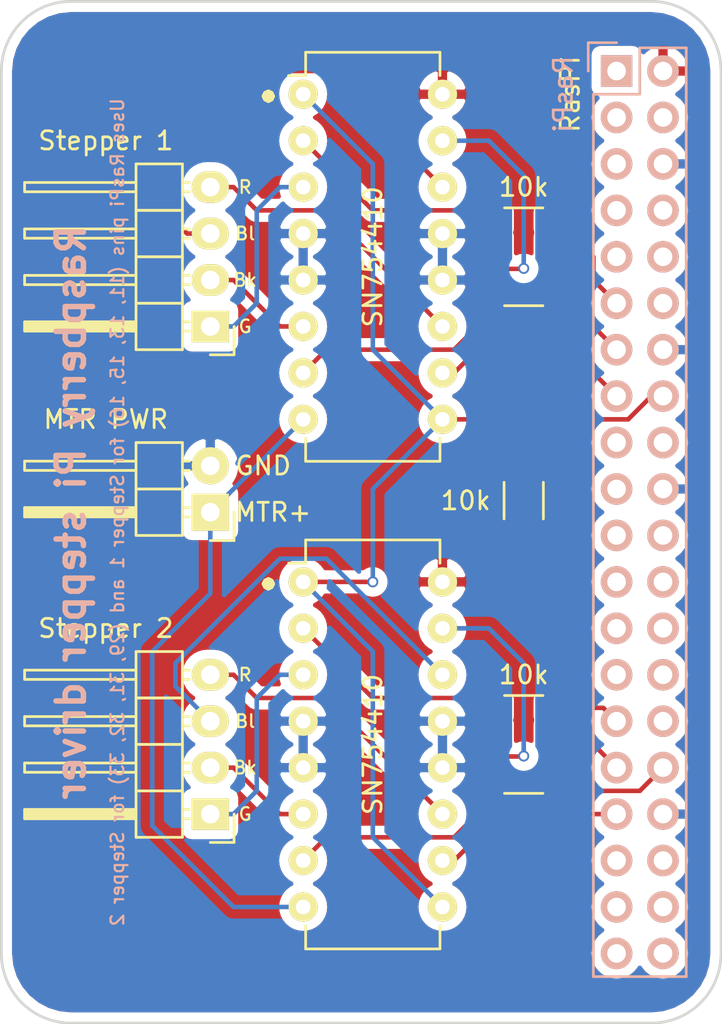
<source format=kicad_pcb>
(kicad_pcb (version 4) (host pcbnew 4.0.3+e1-6302~38~ubuntu14.04.1-stable)

  (general
    (links 45)
    (no_connects 0)
    (area 107.874999 76.124999 147.395001 132.155001)
    (thickness 1.6002)
    (drawings 32)
    (tracks 120)
    (zones 0)
    (modules 9)
    (nets 56)
  )

  (page USLetter)
  (title_block
    (title "Raspberry Pi Bipolar Stepper Driver")
    (date 2016-08-13)
    (rev 1)
    (company "Kevin Orr")
  )

  (layers
    (0 Front mixed)
    (31 Back mixed)
    (36 B.SilkS user hide)
    (37 F.SilkS user)
    (38 B.Mask user)
    (39 F.Mask user)
    (44 Edge.Cuts user)
  )

  (setup
    (last_trace_width 0.25)
    (trace_clearance 0.2)
    (zone_clearance 0.508)
    (zone_45_only yes)
    (trace_min 0.1524)
    (segment_width 0.2)
    (edge_width 0.15)
    (via_size 0.6)
    (via_drill 0.4)
    (via_min_size 0.508)
    (via_min_drill 0.3302)
    (uvia_size 0.762)
    (uvia_drill 0.508)
    (uvias_allowed no)
    (uvia_min_size 0)
    (uvia_min_drill 0)
    (pcb_text_width 0.3)
    (pcb_text_size 1.5 1.5)
    (mod_edge_width 0.15)
    (mod_text_size 1 1)
    (mod_text_width 0.15)
    (pad_size 2.032 2.032)
    (pad_drill 1.016)
    (pad_to_mask_clearance 0.2)
    (aux_axis_origin 0 0)
    (visible_elements FFFFFF7F)
    (pcbplotparams
      (layerselection 0x010f0_80000001)
      (usegerberextensions true)
      (excludeedgelayer true)
      (linewidth 0.100000)
      (plotframeref false)
      (viasonmask false)
      (mode 1)
      (useauxorigin false)
      (hpglpennumber 1)
      (hpglpenspeed 20)
      (hpglpendiameter 15)
      (hpglpenoverlay 2)
      (psnegative false)
      (psa4output false)
      (plotreference true)
      (plotvalue true)
      (plotinvisibletext false)
      (padsonsilk false)
      (subtractmaskfromsilk false)
      (outputformat 1)
      (mirror false)
      (drillshape 0)
      (scaleselection 1)
      (outputdirectory plots/))
  )

  (net 0 "")
  (net 1 "Net-(IC1-Pad2)")
  (net 2 "Net-(IC1-Pad3)")
  (net 3 GND)
  (net 4 "Net-(IC1-Pad6)")
  (net 5 "Net-(IC1-Pad7)")
  (net 6 +5V)
  (net 7 "Net-(IC1-Pad10)")
  (net 8 "Net-(IC1-Pad11)")
  (net 9 "Net-(IC1-Pad14)")
  (net 10 "Net-(IC1-Pad15)")
  (net 11 "Net-(IC2-Pad2)")
  (net 12 "Net-(IC2-Pad3)")
  (net 13 "Net-(IC2-Pad6)")
  (net 14 "Net-(IC2-Pad7)")
  (net 15 "Net-(IC2-Pad10)")
  (net 16 "Net-(IC2-Pad11)")
  (net 17 "Net-(IC2-Pad14)")
  (net 18 "Net-(IC2-Pad15)")
  (net 19 "Net-(P1-Pad1)")
  (net 20 "Net-(P1-Pad3)")
  (net 21 "Net-(P1-Pad5)")
  (net 22 "Net-(P1-Pad7)")
  (net 23 "Net-(P1-Pad8)")
  (net 24 "Net-(P1-Pad9)")
  (net 25 "Net-(P1-Pad10)")
  (net 26 "Net-(P1-Pad12)")
  (net 27 "Net-(P1-Pad17)")
  (net 28 "Net-(P1-Pad18)")
  (net 29 "Net-(P1-Pad19)")
  (net 30 "Net-(P1-Pad21)")
  (net 31 "Net-(P1-Pad22)")
  (net 32 "Net-(P1-Pad23)")
  (net 33 "Net-(P1-Pad24)")
  (net 34 "Net-(P1-Pad25)")
  (net 35 "Net-(P1-Pad26)")
  (net 36 "Net-(P1-Pad27)")
  (net 37 "Net-(P1-Pad28)")
  (net 38 "Net-(P1-Pad30)")
  (net 39 "Net-(P1-Pad35)")
  (net 40 "Net-(P1-Pad36)")
  (net 41 "Net-(P1-Pad37)")
  (net 42 "Net-(P1-Pad38)")
  (net 43 "Net-(P1-Pad39)")
  (net 44 "Net-(P1-Pad40)")
  (net 45 VCC)
  (net 46 "Net-(P1-Pad29)")
  (net 47 "Net-(P1-Pad32)")
  (net 48 "Net-(P1-Pad31)")
  (net 49 "Net-(P1-Pad33)")
  (net 50 Stepper_Enable)
  (net 51 "Net-(P1-Pad4)")
  (net 52 "Net-(P1-Pad11)")
  (net 53 "Net-(P1-Pad13)")
  (net 54 "Net-(P1-Pad15)")
  (net 55 "Net-(P1-Pad16)")

  (net_class Default "This is the default net class."
    (clearance 0.2)
    (trace_width 0.25)
    (via_dia 0.6)
    (via_drill 0.4)
    (uvia_dia 0.762)
    (uvia_drill 0.508)
    (add_net +5V)
    (add_net GND)
    (add_net "Net-(IC1-Pad10)")
    (add_net "Net-(IC1-Pad11)")
    (add_net "Net-(IC1-Pad14)")
    (add_net "Net-(IC1-Pad15)")
    (add_net "Net-(IC1-Pad2)")
    (add_net "Net-(IC1-Pad3)")
    (add_net "Net-(IC1-Pad6)")
    (add_net "Net-(IC1-Pad7)")
    (add_net "Net-(IC2-Pad10)")
    (add_net "Net-(IC2-Pad11)")
    (add_net "Net-(IC2-Pad14)")
    (add_net "Net-(IC2-Pad15)")
    (add_net "Net-(IC2-Pad2)")
    (add_net "Net-(IC2-Pad3)")
    (add_net "Net-(IC2-Pad6)")
    (add_net "Net-(IC2-Pad7)")
    (add_net "Net-(P1-Pad1)")
    (add_net "Net-(P1-Pad10)")
    (add_net "Net-(P1-Pad11)")
    (add_net "Net-(P1-Pad12)")
    (add_net "Net-(P1-Pad13)")
    (add_net "Net-(P1-Pad15)")
    (add_net "Net-(P1-Pad16)")
    (add_net "Net-(P1-Pad17)")
    (add_net "Net-(P1-Pad18)")
    (add_net "Net-(P1-Pad19)")
    (add_net "Net-(P1-Pad21)")
    (add_net "Net-(P1-Pad22)")
    (add_net "Net-(P1-Pad23)")
    (add_net "Net-(P1-Pad24)")
    (add_net "Net-(P1-Pad25)")
    (add_net "Net-(P1-Pad26)")
    (add_net "Net-(P1-Pad27)")
    (add_net "Net-(P1-Pad28)")
    (add_net "Net-(P1-Pad29)")
    (add_net "Net-(P1-Pad3)")
    (add_net "Net-(P1-Pad30)")
    (add_net "Net-(P1-Pad31)")
    (add_net "Net-(P1-Pad32)")
    (add_net "Net-(P1-Pad33)")
    (add_net "Net-(P1-Pad35)")
    (add_net "Net-(P1-Pad36)")
    (add_net "Net-(P1-Pad37)")
    (add_net "Net-(P1-Pad38)")
    (add_net "Net-(P1-Pad39)")
    (add_net "Net-(P1-Pad4)")
    (add_net "Net-(P1-Pad40)")
    (add_net "Net-(P1-Pad5)")
    (add_net "Net-(P1-Pad7)")
    (add_net "Net-(P1-Pad8)")
    (add_net "Net-(P1-Pad9)")
    (add_net Stepper_Enable)
    (add_net VCC)
  )

  (module Socket_Strips:Socket_Strip_Straight_2x20 (layer Back) (tedit 57AEA6BD) (tstamp 57AEA304)
    (at 141.605 80.01 270)
    (descr "Through hole socket strip")
    (tags "socket strip")
    (path /57AE9B89)
    (fp_text reference P1 (at 0 5.1 270) (layer B.SilkS) hide
      (effects (font (size 1 1) (thickness 0.15)) (justify mirror))
    )
    (fp_text value Raspberry_Pi_GPIO_Header (at 0 3.1 270) (layer B.Fab) hide
      (effects (font (size 1 1) (thickness 0.15)) (justify mirror))
    )
    (fp_line (start -1.75 1.75) (end -1.75 -4.3) (layer B.CrtYd) (width 0.05))
    (fp_line (start 50.05 1.75) (end 50.05 -4.3) (layer B.CrtYd) (width 0.05))
    (fp_line (start -1.75 1.75) (end 50.05 1.75) (layer B.CrtYd) (width 0.05))
    (fp_line (start -1.75 -4.3) (end 50.05 -4.3) (layer B.CrtYd) (width 0.05))
    (fp_line (start 49.53 -3.81) (end -1.27 -3.81) (layer B.SilkS) (width 0.15))
    (fp_line (start 1.27 1.27) (end 49.53 1.27) (layer B.SilkS) (width 0.15))
    (fp_line (start 49.53 -3.81) (end 49.53 1.27) (layer B.SilkS) (width 0.15))
    (fp_line (start -1.27 -3.81) (end -1.27 -1.27) (layer B.SilkS) (width 0.15))
    (fp_line (start 0 1.55) (end -1.55 1.55) (layer B.SilkS) (width 0.15))
    (fp_line (start -1.27 -1.27) (end 1.27 -1.27) (layer B.SilkS) (width 0.15))
    (fp_line (start 1.27 -1.27) (end 1.27 1.27) (layer B.SilkS) (width 0.15))
    (fp_line (start -1.55 1.55) (end -1.55 0) (layer B.SilkS) (width 0.15))
    (pad 1 thru_hole rect (at 0 0 270) (size 1.7272 1.7272) (drill 1.016) (layers *.Cu *.Mask B.SilkS)
      (net 19 "Net-(P1-Pad1)"))
    (pad 2 thru_hole oval (at 0 -2.54 270) (size 1.7272 1.7272) (drill 1.016) (layers *.Cu *.Mask B.SilkS)
      (net 6 +5V))
    (pad 3 thru_hole oval (at 2.54 0 270) (size 1.7272 1.7272) (drill 1.016) (layers *.Cu *.Mask B.SilkS)
      (net 20 "Net-(P1-Pad3)"))
    (pad 4 thru_hole oval (at 2.54 -2.54 270) (size 1.7272 1.7272) (drill 1.016) (layers *.Cu *.Mask B.SilkS)
      (net 51 "Net-(P1-Pad4)"))
    (pad 5 thru_hole oval (at 5.08 0 270) (size 1.7272 1.7272) (drill 1.016) (layers *.Cu *.Mask B.SilkS)
      (net 21 "Net-(P1-Pad5)"))
    (pad 6 thru_hole oval (at 5.08 -2.54 270) (size 1.7272 1.7272) (drill 1.016) (layers *.Cu *.Mask B.SilkS)
      (net 3 GND))
    (pad 7 thru_hole oval (at 7.62 0 270) (size 1.7272 1.7272) (drill 1.016) (layers *.Cu *.Mask B.SilkS)
      (net 22 "Net-(P1-Pad7)"))
    (pad 8 thru_hole oval (at 7.62 -2.54 270) (size 1.7272 1.7272) (drill 1.016) (layers *.Cu *.Mask B.SilkS)
      (net 23 "Net-(P1-Pad8)"))
    (pad 9 thru_hole oval (at 10.16 0 270) (size 1.7272 1.7272) (drill 1.016) (layers *.Cu *.Mask B.SilkS)
      (net 24 "Net-(P1-Pad9)"))
    (pad 10 thru_hole oval (at 10.16 -2.54 270) (size 1.7272 1.7272) (drill 1.016) (layers *.Cu *.Mask B.SilkS)
      (net 25 "Net-(P1-Pad10)"))
    (pad 11 thru_hole oval (at 12.7 0 270) (size 1.7272 1.7272) (drill 1.016) (layers *.Cu *.Mask B.SilkS)
      (net 52 "Net-(P1-Pad11)"))
    (pad 12 thru_hole oval (at 12.7 -2.54 270) (size 1.7272 1.7272) (drill 1.016) (layers *.Cu *.Mask B.SilkS)
      (net 26 "Net-(P1-Pad12)"))
    (pad 13 thru_hole oval (at 15.24 0 270) (size 1.7272 1.7272) (drill 1.016) (layers *.Cu *.Mask B.SilkS)
      (net 53 "Net-(P1-Pad13)"))
    (pad 14 thru_hole oval (at 15.24 -2.54 270) (size 1.7272 1.7272) (drill 1.016) (layers *.Cu *.Mask B.SilkS)
      (net 3 GND))
    (pad 15 thru_hole oval (at 17.78 0 270) (size 1.7272 1.7272) (drill 1.016) (layers *.Cu *.Mask B.SilkS)
      (net 54 "Net-(P1-Pad15)"))
    (pad 16 thru_hole oval (at 17.78 -2.54 270) (size 1.7272 1.7272) (drill 1.016) (layers *.Cu *.Mask B.SilkS)
      (net 55 "Net-(P1-Pad16)"))
    (pad 17 thru_hole oval (at 20.32 0 270) (size 1.7272 1.7272) (drill 1.016) (layers *.Cu *.Mask B.SilkS)
      (net 27 "Net-(P1-Pad17)"))
    (pad 18 thru_hole oval (at 20.32 -2.54 270) (size 1.7272 1.7272) (drill 1.016) (layers *.Cu *.Mask B.SilkS)
      (net 28 "Net-(P1-Pad18)"))
    (pad 19 thru_hole oval (at 22.86 0 270) (size 1.7272 1.7272) (drill 1.016) (layers *.Cu *.Mask B.SilkS)
      (net 29 "Net-(P1-Pad19)"))
    (pad 20 thru_hole oval (at 22.86 -2.54 270) (size 1.7272 1.7272) (drill 1.016) (layers *.Cu *.Mask B.SilkS)
      (net 3 GND))
    (pad 21 thru_hole oval (at 25.4 0 270) (size 1.7272 1.7272) (drill 1.016) (layers *.Cu *.Mask B.SilkS)
      (net 30 "Net-(P1-Pad21)"))
    (pad 22 thru_hole oval (at 25.4 -2.54 270) (size 1.7272 1.7272) (drill 1.016) (layers *.Cu *.Mask B.SilkS)
      (net 31 "Net-(P1-Pad22)"))
    (pad 23 thru_hole oval (at 27.94 0 270) (size 1.7272 1.7272) (drill 1.016) (layers *.Cu *.Mask B.SilkS)
      (net 32 "Net-(P1-Pad23)"))
    (pad 24 thru_hole oval (at 27.94 -2.54 270) (size 1.7272 1.7272) (drill 1.016) (layers *.Cu *.Mask B.SilkS)
      (net 33 "Net-(P1-Pad24)"))
    (pad 25 thru_hole oval (at 30.48 0 270) (size 1.7272 1.7272) (drill 1.016) (layers *.Cu *.Mask B.SilkS)
      (net 34 "Net-(P1-Pad25)"))
    (pad 26 thru_hole oval (at 30.48 -2.54 270) (size 1.7272 1.7272) (drill 1.016) (layers *.Cu *.Mask B.SilkS)
      (net 35 "Net-(P1-Pad26)"))
    (pad 27 thru_hole oval (at 33.02 0 270) (size 1.7272 1.7272) (drill 1.016) (layers *.Cu *.Mask B.SilkS)
      (net 36 "Net-(P1-Pad27)"))
    (pad 28 thru_hole oval (at 33.02 -2.54 270) (size 1.7272 1.7272) (drill 1.016) (layers *.Cu *.Mask B.SilkS)
      (net 37 "Net-(P1-Pad28)"))
    (pad 29 thru_hole oval (at 35.56 0 270) (size 1.7272 1.7272) (drill 1.016) (layers *.Cu *.Mask B.SilkS)
      (net 46 "Net-(P1-Pad29)"))
    (pad 30 thru_hole oval (at 35.56 -2.54 270) (size 1.7272 1.7272) (drill 1.016) (layers *.Cu *.Mask B.SilkS)
      (net 38 "Net-(P1-Pad30)"))
    (pad 31 thru_hole oval (at 38.1 0 270) (size 1.7272 1.7272) (drill 1.016) (layers *.Cu *.Mask B.SilkS)
      (net 48 "Net-(P1-Pad31)"))
    (pad 32 thru_hole oval (at 38.1 -2.54 270) (size 1.7272 1.7272) (drill 1.016) (layers *.Cu *.Mask B.SilkS)
      (net 47 "Net-(P1-Pad32)"))
    (pad 33 thru_hole oval (at 40.64 0 270) (size 1.7272 1.7272) (drill 1.016) (layers *.Cu *.Mask B.SilkS)
      (net 49 "Net-(P1-Pad33)"))
    (pad 34 thru_hole oval (at 40.64 -2.54 270) (size 1.7272 1.7272) (drill 1.016) (layers *.Cu *.Mask B.SilkS)
      (net 3 GND))
    (pad 35 thru_hole oval (at 43.18 0 270) (size 1.7272 1.7272) (drill 1.016) (layers *.Cu *.Mask B.SilkS)
      (net 39 "Net-(P1-Pad35)"))
    (pad 36 thru_hole oval (at 43.18 -2.54 270) (size 1.7272 1.7272) (drill 1.016) (layers *.Cu *.Mask B.SilkS)
      (net 40 "Net-(P1-Pad36)"))
    (pad 37 thru_hole oval (at 45.72 0 270) (size 1.7272 1.7272) (drill 1.016) (layers *.Cu *.Mask B.SilkS)
      (net 41 "Net-(P1-Pad37)"))
    (pad 38 thru_hole oval (at 45.72 -2.54 270) (size 1.7272 1.7272) (drill 1.016) (layers *.Cu *.Mask B.SilkS)
      (net 42 "Net-(P1-Pad38)"))
    (pad 39 thru_hole oval (at 48.26 0 270) (size 1.7272 1.7272) (drill 1.016) (layers *.Cu *.Mask B.SilkS)
      (net 43 "Net-(P1-Pad39)"))
    (pad 40 thru_hole oval (at 48.26 -2.54 270) (size 1.7272 1.7272) (drill 1.016) (layers *.Cu *.Mask B.SilkS)
      (net 44 "Net-(P1-Pad40)"))
    (model Socket_Strips.3dshapes/Socket_Strip_Straight_2x20.wrl
      (at (xyz 0.95 -0.05 0))
      (scale (xyz 1 1 1))
      (rotate (xyz 0 0 180))
    )
  )

  (module Housings_DIP:DIP-16_W7.62mm (layer Front) (tedit 57AEAEB6) (tstamp 57AB634E)
    (at 124.46 81.28)
    (descr "16-lead dip package, row spacing 7.62 mm (300 mils)")
    (tags "dil dip 2.54 300")
    (path /57AB61F7)
    (fp_text reference IC1 (at 0 -5.22) (layer F.SilkS) hide
      (effects (font (size 1 1) (thickness 0.15)))
    )
    (fp_text value SN754410 (at 4.445 0.635 90) (layer F.SilkS) hide
      (effects (font (size 1 1) (thickness 0.15)))
    )
    (fp_line (start -1.05 -2.45) (end -1.05 20.25) (layer F.CrtYd) (width 0.05))
    (fp_line (start 8.65 -2.45) (end 8.65 20.25) (layer F.CrtYd) (width 0.05))
    (fp_line (start -1.05 -2.45) (end 8.65 -2.45) (layer F.CrtYd) (width 0.05))
    (fp_line (start -1.05 20.25) (end 8.65 20.25) (layer F.CrtYd) (width 0.05))
    (fp_line (start 0.135 -2.295) (end 0.135 -1.025) (layer F.SilkS) (width 0.15))
    (fp_line (start 7.485 -2.295) (end 7.485 -1.025) (layer F.SilkS) (width 0.15))
    (fp_line (start 7.485 20.075) (end 7.485 18.805) (layer F.SilkS) (width 0.15))
    (fp_line (start 0.135 20.075) (end 0.135 18.805) (layer F.SilkS) (width 0.15))
    (fp_line (start 0.135 -2.295) (end 7.485 -2.295) (layer F.SilkS) (width 0.15))
    (fp_line (start 0.135 20.075) (end 7.485 20.075) (layer F.SilkS) (width 0.15))
    (fp_line (start 0.135 -1.025) (end -0.8 -1.025) (layer F.SilkS) (width 0.15))
    (pad 1 thru_hole oval (at 0 0) (size 1.6 1.6) (drill 0.8) (layers *.Cu *.Mask F.SilkS)
      (net 50 Stepper_Enable))
    (pad 2 thru_hole oval (at 0 2.54) (size 1.6 1.6) (drill 0.8) (layers *.Cu *.Mask F.SilkS)
      (net 1 "Net-(IC1-Pad2)"))
    (pad 3 thru_hole oval (at 0 5.08) (size 1.6 1.6) (drill 0.8) (layers *.Cu *.Mask F.SilkS)
      (net 2 "Net-(IC1-Pad3)"))
    (pad 4 thru_hole oval (at 0 7.62) (size 1.6 1.6) (drill 0.8) (layers *.Cu *.Mask F.SilkS)
      (net 3 GND))
    (pad 5 thru_hole oval (at 0 10.16) (size 1.6 1.6) (drill 0.8) (layers *.Cu *.Mask F.SilkS)
      (net 3 GND))
    (pad 6 thru_hole oval (at 0 12.7) (size 1.6 1.6) (drill 0.8) (layers *.Cu *.Mask F.SilkS)
      (net 4 "Net-(IC1-Pad6)"))
    (pad 7 thru_hole oval (at 0 15.24) (size 1.6 1.6) (drill 0.8) (layers *.Cu *.Mask F.SilkS)
      (net 5 "Net-(IC1-Pad7)"))
    (pad 8 thru_hole oval (at 0 17.78) (size 1.6 1.6) (drill 0.8) (layers *.Cu *.Mask F.SilkS)
      (net 45 VCC))
    (pad 9 thru_hole oval (at 7.62 17.78) (size 1.6 1.6) (drill 0.8) (layers *.Cu *.Mask F.SilkS)
      (net 50 Stepper_Enable))
    (pad 10 thru_hole oval (at 7.62 15.24) (size 1.6 1.6) (drill 0.8) (layers *.Cu *.Mask F.SilkS)
      (net 7 "Net-(IC1-Pad10)"))
    (pad 11 thru_hole oval (at 7.62 12.7) (size 1.6 1.6) (drill 0.8) (layers *.Cu *.Mask F.SilkS)
      (net 8 "Net-(IC1-Pad11)"))
    (pad 12 thru_hole oval (at 7.62 10.16) (size 1.6 1.6) (drill 0.8) (layers *.Cu *.Mask F.SilkS)
      (net 3 GND))
    (pad 13 thru_hole oval (at 7.62 7.62) (size 1.6 1.6) (drill 0.8) (layers *.Cu *.Mask F.SilkS)
      (net 3 GND))
    (pad 14 thru_hole oval (at 7.62 5.08) (size 1.6 1.6) (drill 0.8) (layers *.Cu *.Mask F.SilkS)
      (net 9 "Net-(IC1-Pad14)"))
    (pad 15 thru_hole oval (at 7.62 2.54) (size 1.6 1.6) (drill 0.8) (layers *.Cu *.Mask F.SilkS)
      (net 10 "Net-(IC1-Pad15)"))
    (pad 16 thru_hole oval (at 7.62 0) (size 1.6 1.6) (drill 0.8) (layers *.Cu *.Mask F.SilkS)
      (net 6 +5V))
    (model Housings_DIP.3dshapes/DIP-16_W7.62mm.wrl
      (at (xyz 0 0 0))
      (scale (xyz 1 1 1))
      (rotate (xyz 0 0 0))
    )
  )

  (module Housings_DIP:DIP-16_W7.62mm (layer Front) (tedit 57AEAEBC) (tstamp 57AB636D)
    (at 124.46 107.95)
    (descr "16-lead dip package, row spacing 7.62 mm (300 mils)")
    (tags "dil dip 2.54 300")
    (path /57AB7A45)
    (fp_text reference IC2 (at 0 -5.22) (layer F.SilkS) hide
      (effects (font (size 1 1) (thickness 0.15)))
    )
    (fp_text value SN754410 (at 3.81 8.89 90) (layer F.SilkS) hide
      (effects (font (size 1 1) (thickness 0.15)))
    )
    (fp_line (start -1.05 -2.45) (end -1.05 20.25) (layer F.CrtYd) (width 0.05))
    (fp_line (start 8.65 -2.45) (end 8.65 20.25) (layer F.CrtYd) (width 0.05))
    (fp_line (start -1.05 -2.45) (end 8.65 -2.45) (layer F.CrtYd) (width 0.05))
    (fp_line (start -1.05 20.25) (end 8.65 20.25) (layer F.CrtYd) (width 0.05))
    (fp_line (start 0.135 -2.295) (end 0.135 -1.025) (layer F.SilkS) (width 0.15))
    (fp_line (start 7.485 -2.295) (end 7.485 -1.025) (layer F.SilkS) (width 0.15))
    (fp_line (start 7.485 20.075) (end 7.485 18.805) (layer F.SilkS) (width 0.15))
    (fp_line (start 0.135 20.075) (end 0.135 18.805) (layer F.SilkS) (width 0.15))
    (fp_line (start 0.135 -2.295) (end 7.485 -2.295) (layer F.SilkS) (width 0.15))
    (fp_line (start 0.135 20.075) (end 7.485 20.075) (layer F.SilkS) (width 0.15))
    (fp_line (start 0.135 -1.025) (end -0.8 -1.025) (layer F.SilkS) (width 0.15))
    (pad 1 thru_hole oval (at 0 0) (size 1.6 1.6) (drill 0.8) (layers *.Cu *.Mask F.SilkS)
      (net 50 Stepper_Enable))
    (pad 2 thru_hole oval (at 0 2.54) (size 1.6 1.6) (drill 0.8) (layers *.Cu *.Mask F.SilkS)
      (net 11 "Net-(IC2-Pad2)"))
    (pad 3 thru_hole oval (at 0 5.08) (size 1.6 1.6) (drill 0.8) (layers *.Cu *.Mask F.SilkS)
      (net 12 "Net-(IC2-Pad3)"))
    (pad 4 thru_hole oval (at 0 7.62) (size 1.6 1.6) (drill 0.8) (layers *.Cu *.Mask F.SilkS)
      (net 3 GND))
    (pad 5 thru_hole oval (at 0 10.16) (size 1.6 1.6) (drill 0.8) (layers *.Cu *.Mask F.SilkS)
      (net 3 GND))
    (pad 6 thru_hole oval (at 0 12.7) (size 1.6 1.6) (drill 0.8) (layers *.Cu *.Mask F.SilkS)
      (net 13 "Net-(IC2-Pad6)"))
    (pad 7 thru_hole oval (at 0 15.24) (size 1.6 1.6) (drill 0.8) (layers *.Cu *.Mask F.SilkS)
      (net 14 "Net-(IC2-Pad7)"))
    (pad 8 thru_hole oval (at 0 17.78) (size 1.6 1.6) (drill 0.8) (layers *.Cu *.Mask F.SilkS)
      (net 45 VCC))
    (pad 9 thru_hole oval (at 7.62 17.78) (size 1.6 1.6) (drill 0.8) (layers *.Cu *.Mask F.SilkS)
      (net 50 Stepper_Enable))
    (pad 10 thru_hole oval (at 7.62 15.24) (size 1.6 1.6) (drill 0.8) (layers *.Cu *.Mask F.SilkS)
      (net 15 "Net-(IC2-Pad10)"))
    (pad 11 thru_hole oval (at 7.62 12.7) (size 1.6 1.6) (drill 0.8) (layers *.Cu *.Mask F.SilkS)
      (net 16 "Net-(IC2-Pad11)"))
    (pad 12 thru_hole oval (at 7.62 10.16) (size 1.6 1.6) (drill 0.8) (layers *.Cu *.Mask F.SilkS)
      (net 3 GND))
    (pad 13 thru_hole oval (at 7.62 7.62) (size 1.6 1.6) (drill 0.8) (layers *.Cu *.Mask F.SilkS)
      (net 3 GND))
    (pad 14 thru_hole oval (at 7.62 5.08) (size 1.6 1.6) (drill 0.8) (layers *.Cu *.Mask F.SilkS)
      (net 17 "Net-(IC2-Pad14)"))
    (pad 15 thru_hole oval (at 7.62 2.54) (size 1.6 1.6) (drill 0.8) (layers *.Cu *.Mask F.SilkS)
      (net 18 "Net-(IC2-Pad15)"))
    (pad 16 thru_hole oval (at 7.62 0) (size 1.6 1.6) (drill 0.8) (layers *.Cu *.Mask F.SilkS)
      (net 6 +5V))
    (model Housings_DIP.3dshapes/DIP-16_W7.62mm.wrl
      (at (xyz 0 0 0))
      (scale (xyz 1 1 1))
      (rotate (xyz 0 0 0))
    )
  )

  (module Resistors_SMD:R_Array_Convex_4x1206 (layer Front) (tedit 57AEAE29) (tstamp 57AE9A25)
    (at 136.525 116.84 180)
    (descr "Chip Resistor Network, ROHM MNR34 (see mnr_g.pdf)")
    (tags "resistor array")
    (path /57AE4762)
    (attr smd)
    (fp_text reference RP1 (at 0 -3.5 180) (layer F.SilkS) hide
      (effects (font (size 1 1) (thickness 0.15)))
    )
    (fp_text value 10k (at 0 -3.81 180) (layer F.SilkS) hide
      (effects (font (size 1 1) (thickness 0.15)))
    )
    (fp_line (start -2.2 -2.8) (end 2.2 -2.8) (layer F.CrtYd) (width 0.05))
    (fp_line (start -2.2 2.8) (end 2.2 2.8) (layer F.CrtYd) (width 0.05))
    (fp_line (start -2.2 -2.8) (end -2.2 2.8) (layer F.CrtYd) (width 0.05))
    (fp_line (start 2.2 -2.8) (end 2.2 2.8) (layer F.CrtYd) (width 0.05))
    (fp_line (start 1.05 2.675) (end -1.05 2.675) (layer F.SilkS) (width 0.15))
    (fp_line (start 1.05 -2.675) (end -1.05 -2.675) (layer F.SilkS) (width 0.15))
    (pad 1 smd rect (at -1.5 -2 180) (size 0.9 0.9) (layers Front F.Mask)
      (net 49 "Net-(P1-Pad33)"))
    (pad 4 smd rect (at -1.5 2 180) (size 0.9 0.9) (layers Front F.Mask)
      (net 46 "Net-(P1-Pad29)"))
    (pad 2 smd rect (at -1.5 -0.66 180) (size 0.9 0.9) (layers Front F.Mask)
      (net 47 "Net-(P1-Pad32)"))
    (pad 3 smd rect (at -1.5 0.66 180) (size 0.9 0.9) (layers Front F.Mask)
      (net 48 "Net-(P1-Pad31)"))
    (pad 7 smd rect (at 1.5 -0.66 180) (size 0.9 0.9) (layers Front F.Mask)
      (net 18 "Net-(IC2-Pad15)"))
    (pad 8 smd rect (at 1.5 -2 180) (size 0.9 0.9) (layers Front F.Mask)
      (net 15 "Net-(IC2-Pad10)"))
    (pad 5 smd rect (at 1.5 2 180) (size 0.9 0.9) (layers Front F.Mask)
      (net 11 "Net-(IC2-Pad2)"))
    (pad 6 smd rect (at 1.5 0.66 180) (size 0.9 0.9) (layers Front F.Mask)
      (net 14 "Net-(IC2-Pad7)"))
    (model Resistors_SMD.3dshapes/R_Array_Convex_4x1206.wrl
      (at (xyz 0 0 0))
      (scale (xyz 1 1 1))
      (rotate (xyz 0 0 0))
    )
  )

  (module Pin_Headers:Pin_Header_Angled_1x04 (layer Front) (tedit 57AE9D76) (tstamp 57AEA2D8)
    (at 119.38 120.65 180)
    (descr "Through hole pin header")
    (tags "pin header")
    (path /57ABA75F)
    (fp_text reference M2 (at 0 -5.1 180) (layer F.SilkS) hide
      (effects (font (size 1 1) (thickness 0.15)))
    )
    (fp_text value 11HS12-0674S (at 0 -3.1 180) (layer F.Fab) hide
      (effects (font (size 1 1) (thickness 0.15)))
    )
    (fp_line (start -1.5 -1.75) (end -1.5 9.4) (layer F.CrtYd) (width 0.05))
    (fp_line (start 10.65 -1.75) (end 10.65 9.4) (layer F.CrtYd) (width 0.05))
    (fp_line (start -1.5 -1.75) (end 10.65 -1.75) (layer F.CrtYd) (width 0.05))
    (fp_line (start -1.5 9.4) (end 10.65 9.4) (layer F.CrtYd) (width 0.05))
    (fp_line (start -1.3 -1.55) (end -1.3 0) (layer F.SilkS) (width 0.15))
    (fp_line (start 0 -1.55) (end -1.3 -1.55) (layer F.SilkS) (width 0.15))
    (fp_line (start 4.191 -0.127) (end 10.033 -0.127) (layer F.SilkS) (width 0.15))
    (fp_line (start 10.033 -0.127) (end 10.033 0.127) (layer F.SilkS) (width 0.15))
    (fp_line (start 10.033 0.127) (end 4.191 0.127) (layer F.SilkS) (width 0.15))
    (fp_line (start 4.191 0.127) (end 4.191 0) (layer F.SilkS) (width 0.15))
    (fp_line (start 4.191 0) (end 10.033 0) (layer F.SilkS) (width 0.15))
    (fp_line (start 1.524 -0.254) (end 1.143 -0.254) (layer F.SilkS) (width 0.15))
    (fp_line (start 1.524 0.254) (end 1.143 0.254) (layer F.SilkS) (width 0.15))
    (fp_line (start 1.524 2.286) (end 1.143 2.286) (layer F.SilkS) (width 0.15))
    (fp_line (start 1.524 2.794) (end 1.143 2.794) (layer F.SilkS) (width 0.15))
    (fp_line (start 1.524 4.826) (end 1.143 4.826) (layer F.SilkS) (width 0.15))
    (fp_line (start 1.524 5.334) (end 1.143 5.334) (layer F.SilkS) (width 0.15))
    (fp_line (start 1.524 7.874) (end 1.143 7.874) (layer F.SilkS) (width 0.15))
    (fp_line (start 1.524 7.366) (end 1.143 7.366) (layer F.SilkS) (width 0.15))
    (fp_line (start 1.524 -1.27) (end 4.064 -1.27) (layer F.SilkS) (width 0.15))
    (fp_line (start 1.524 1.27) (end 4.064 1.27) (layer F.SilkS) (width 0.15))
    (fp_line (start 1.524 1.27) (end 1.524 3.81) (layer F.SilkS) (width 0.15))
    (fp_line (start 1.524 3.81) (end 4.064 3.81) (layer F.SilkS) (width 0.15))
    (fp_line (start 4.064 2.286) (end 10.16 2.286) (layer F.SilkS) (width 0.15))
    (fp_line (start 10.16 2.286) (end 10.16 2.794) (layer F.SilkS) (width 0.15))
    (fp_line (start 10.16 2.794) (end 4.064 2.794) (layer F.SilkS) (width 0.15))
    (fp_line (start 4.064 3.81) (end 4.064 1.27) (layer F.SilkS) (width 0.15))
    (fp_line (start 4.064 1.27) (end 4.064 -1.27) (layer F.SilkS) (width 0.15))
    (fp_line (start 10.16 0.254) (end 4.064 0.254) (layer F.SilkS) (width 0.15))
    (fp_line (start 10.16 -0.254) (end 10.16 0.254) (layer F.SilkS) (width 0.15))
    (fp_line (start 4.064 -0.254) (end 10.16 -0.254) (layer F.SilkS) (width 0.15))
    (fp_line (start 1.524 1.27) (end 4.064 1.27) (layer F.SilkS) (width 0.15))
    (fp_line (start 1.524 -1.27) (end 1.524 1.27) (layer F.SilkS) (width 0.15))
    (fp_line (start 1.524 6.35) (end 4.064 6.35) (layer F.SilkS) (width 0.15))
    (fp_line (start 1.524 6.35) (end 1.524 8.89) (layer F.SilkS) (width 0.15))
    (fp_line (start 1.524 8.89) (end 4.064 8.89) (layer F.SilkS) (width 0.15))
    (fp_line (start 4.064 7.366) (end 10.16 7.366) (layer F.SilkS) (width 0.15))
    (fp_line (start 10.16 7.366) (end 10.16 7.874) (layer F.SilkS) (width 0.15))
    (fp_line (start 10.16 7.874) (end 4.064 7.874) (layer F.SilkS) (width 0.15))
    (fp_line (start 4.064 8.89) (end 4.064 6.35) (layer F.SilkS) (width 0.15))
    (fp_line (start 4.064 6.35) (end 4.064 3.81) (layer F.SilkS) (width 0.15))
    (fp_line (start 10.16 5.334) (end 4.064 5.334) (layer F.SilkS) (width 0.15))
    (fp_line (start 10.16 4.826) (end 10.16 5.334) (layer F.SilkS) (width 0.15))
    (fp_line (start 4.064 4.826) (end 10.16 4.826) (layer F.SilkS) (width 0.15))
    (fp_line (start 1.524 6.35) (end 4.064 6.35) (layer F.SilkS) (width 0.15))
    (fp_line (start 1.524 3.81) (end 1.524 6.35) (layer F.SilkS) (width 0.15))
    (fp_line (start 1.524 3.81) (end 4.064 3.81) (layer F.SilkS) (width 0.15))
    (pad 1 thru_hole rect (at 0 0 180) (size 2.032 1.7272) (drill 1.016) (layers *.Cu *.Mask F.SilkS)
      (net 12 "Net-(IC2-Pad3)"))
    (pad 2 thru_hole oval (at 0 2.54 180) (size 2.032 1.7272) (drill 1.016) (layers *.Cu *.Mask F.SilkS)
      (net 13 "Net-(IC2-Pad6)"))
    (pad 3 thru_hole oval (at 0 5.08 180) (size 2.032 1.7272) (drill 1.016) (layers *.Cu *.Mask F.SilkS)
      (net 17 "Net-(IC2-Pad14)"))
    (pad 4 thru_hole oval (at 0 7.62 180) (size 2.032 1.7272) (drill 1.016) (layers *.Cu *.Mask F.SilkS)
      (net 16 "Net-(IC2-Pad11)"))
    (model Pin_Headers.3dshapes/Pin_Header_Angled_1x04.wrl
      (at (xyz 0 -0.15 0))
      (scale (xyz 1 1 1))
      (rotate (xyz 0 0 90))
    )
  )

  (module Resistors_SMD:R_1206_HandSoldering (layer Front) (tedit 57AEA6D8) (tstamp 57AEA321)
    (at 136.525 103.505 90)
    (descr "Resistor SMD 1206, hand soldering")
    (tags "resistor 1206")
    (path /57AE463D)
    (attr smd)
    (fp_text reference R1 (at 0 -2.3 90) (layer F.SilkS) hide
      (effects (font (size 1 1) (thickness 0.15)))
    )
    (fp_text value 10k (at 5.08 0 90) (layer F.SilkS) hide
      (effects (font (size 1 1) (thickness 0.15)))
    )
    (fp_line (start -3.3 -1.2) (end 3.3 -1.2) (layer F.CrtYd) (width 0.05))
    (fp_line (start -3.3 1.2) (end 3.3 1.2) (layer F.CrtYd) (width 0.05))
    (fp_line (start -3.3 -1.2) (end -3.3 1.2) (layer F.CrtYd) (width 0.05))
    (fp_line (start 3.3 -1.2) (end 3.3 1.2) (layer F.CrtYd) (width 0.05))
    (fp_line (start 1 1.075) (end -1 1.075) (layer F.SilkS) (width 0.15))
    (fp_line (start -1 -1.075) (end 1 -1.075) (layer F.SilkS) (width 0.15))
    (pad 1 smd rect (at -2 0 90) (size 2 1.7) (layers Front F.Mask)
      (net 6 +5V))
    (pad 2 smd rect (at 2 0 90) (size 2 1.7) (layers Front F.Mask)
      (net 50 Stepper_Enable))
    (model Resistors_SMD.3dshapes/R_1206_HandSoldering.wrl
      (at (xyz 0 0 0))
      (scale (xyz 1 1 1))
      (rotate (xyz 0 0 0))
    )
  )

  (module Pin_Headers:Pin_Header_Angled_1x04 (layer Front) (tedit 57AEA64A) (tstamp 57AEA800)
    (at 119.38 93.98 180)
    (descr "Through hole pin header")
    (tags "pin header")
    (path /57ABA2D9)
    (fp_text reference M1 (at 0 -5.1 180) (layer F.SilkS) hide
      (effects (font (size 1 1) (thickness 0.15)))
    )
    (fp_text value 11HS12-0674S (at 0 -3.1 180) (layer F.Fab) hide
      (effects (font (size 1 1) (thickness 0.15)))
    )
    (fp_line (start -1.5 -1.75) (end -1.5 9.4) (layer F.CrtYd) (width 0.05))
    (fp_line (start 10.65 -1.75) (end 10.65 9.4) (layer F.CrtYd) (width 0.05))
    (fp_line (start -1.5 -1.75) (end 10.65 -1.75) (layer F.CrtYd) (width 0.05))
    (fp_line (start -1.5 9.4) (end 10.65 9.4) (layer F.CrtYd) (width 0.05))
    (fp_line (start -1.3 -1.55) (end -1.3 0) (layer F.SilkS) (width 0.15))
    (fp_line (start 0 -1.55) (end -1.3 -1.55) (layer F.SilkS) (width 0.15))
    (fp_line (start 4.191 -0.127) (end 10.033 -0.127) (layer F.SilkS) (width 0.15))
    (fp_line (start 10.033 -0.127) (end 10.033 0.127) (layer F.SilkS) (width 0.15))
    (fp_line (start 10.033 0.127) (end 4.191 0.127) (layer F.SilkS) (width 0.15))
    (fp_line (start 4.191 0.127) (end 4.191 0) (layer F.SilkS) (width 0.15))
    (fp_line (start 4.191 0) (end 10.033 0) (layer F.SilkS) (width 0.15))
    (fp_line (start 1.524 -0.254) (end 1.143 -0.254) (layer F.SilkS) (width 0.15))
    (fp_line (start 1.524 0.254) (end 1.143 0.254) (layer F.SilkS) (width 0.15))
    (fp_line (start 1.524 2.286) (end 1.143 2.286) (layer F.SilkS) (width 0.15))
    (fp_line (start 1.524 2.794) (end 1.143 2.794) (layer F.SilkS) (width 0.15))
    (fp_line (start 1.524 4.826) (end 1.143 4.826) (layer F.SilkS) (width 0.15))
    (fp_line (start 1.524 5.334) (end 1.143 5.334) (layer F.SilkS) (width 0.15))
    (fp_line (start 1.524 7.874) (end 1.143 7.874) (layer F.SilkS) (width 0.15))
    (fp_line (start 1.524 7.366) (end 1.143 7.366) (layer F.SilkS) (width 0.15))
    (fp_line (start 1.524 -1.27) (end 4.064 -1.27) (layer F.SilkS) (width 0.15))
    (fp_line (start 1.524 1.27) (end 4.064 1.27) (layer F.SilkS) (width 0.15))
    (fp_line (start 1.524 1.27) (end 1.524 3.81) (layer F.SilkS) (width 0.15))
    (fp_line (start 1.524 3.81) (end 4.064 3.81) (layer F.SilkS) (width 0.15))
    (fp_line (start 4.064 2.286) (end 10.16 2.286) (layer F.SilkS) (width 0.15))
    (fp_line (start 10.16 2.286) (end 10.16 2.794) (layer F.SilkS) (width 0.15))
    (fp_line (start 10.16 2.794) (end 4.064 2.794) (layer F.SilkS) (width 0.15))
    (fp_line (start 4.064 3.81) (end 4.064 1.27) (layer F.SilkS) (width 0.15))
    (fp_line (start 4.064 1.27) (end 4.064 -1.27) (layer F.SilkS) (width 0.15))
    (fp_line (start 10.16 0.254) (end 4.064 0.254) (layer F.SilkS) (width 0.15))
    (fp_line (start 10.16 -0.254) (end 10.16 0.254) (layer F.SilkS) (width 0.15))
    (fp_line (start 4.064 -0.254) (end 10.16 -0.254) (layer F.SilkS) (width 0.15))
    (fp_line (start 1.524 1.27) (end 4.064 1.27) (layer F.SilkS) (width 0.15))
    (fp_line (start 1.524 -1.27) (end 1.524 1.27) (layer F.SilkS) (width 0.15))
    (fp_line (start 1.524 6.35) (end 4.064 6.35) (layer F.SilkS) (width 0.15))
    (fp_line (start 1.524 6.35) (end 1.524 8.89) (layer F.SilkS) (width 0.15))
    (fp_line (start 1.524 8.89) (end 4.064 8.89) (layer F.SilkS) (width 0.15))
    (fp_line (start 4.064 7.366) (end 10.16 7.366) (layer F.SilkS) (width 0.15))
    (fp_line (start 10.16 7.366) (end 10.16 7.874) (layer F.SilkS) (width 0.15))
    (fp_line (start 10.16 7.874) (end 4.064 7.874) (layer F.SilkS) (width 0.15))
    (fp_line (start 4.064 8.89) (end 4.064 6.35) (layer F.SilkS) (width 0.15))
    (fp_line (start 4.064 6.35) (end 4.064 3.81) (layer F.SilkS) (width 0.15))
    (fp_line (start 10.16 5.334) (end 4.064 5.334) (layer F.SilkS) (width 0.15))
    (fp_line (start 10.16 4.826) (end 10.16 5.334) (layer F.SilkS) (width 0.15))
    (fp_line (start 4.064 4.826) (end 10.16 4.826) (layer F.SilkS) (width 0.15))
    (fp_line (start 1.524 6.35) (end 4.064 6.35) (layer F.SilkS) (width 0.15))
    (fp_line (start 1.524 3.81) (end 1.524 6.35) (layer F.SilkS) (width 0.15))
    (fp_line (start 1.524 3.81) (end 4.064 3.81) (layer F.SilkS) (width 0.15))
    (pad 1 thru_hole rect (at 0 0 180) (size 2.032 1.7272) (drill 1.016) (layers *.Cu *.Mask F.SilkS)
      (net 2 "Net-(IC1-Pad3)"))
    (pad 2 thru_hole oval (at 0 2.54 180) (size 2.032 1.7272) (drill 1.016) (layers *.Cu *.Mask F.SilkS)
      (net 4 "Net-(IC1-Pad6)"))
    (pad 3 thru_hole oval (at 0 5.08 180) (size 2.032 1.7272) (drill 1.016) (layers *.Cu *.Mask F.SilkS)
      (net 9 "Net-(IC1-Pad14)"))
    (pad 4 thru_hole oval (at 0 7.62 180) (size 2.032 1.7272) (drill 1.016) (layers *.Cu *.Mask F.SilkS)
      (net 8 "Net-(IC1-Pad11)"))
    (model Pin_Headers.3dshapes/Pin_Header_Angled_1x04.wrl
      (at (xyz 0 -0.15 0))
      (scale (xyz 1 1 1))
      (rotate (xyz 0 0 90))
    )
  )

  (module Pin_Headers:Pin_Header_Angled_1x02 (layer Front) (tedit 57AEA660) (tstamp 57AEA823)
    (at 119.38 104.14 180)
    (descr "Through hole pin header")
    (tags "pin header")
    (path /57AEB340)
    (fp_text reference P2 (at 0 -5.1 180) (layer F.SilkS) hide
      (effects (font (size 1 1) (thickness 0.15)))
    )
    (fp_text value CONN_01X02 (at 0 -3.1 180) (layer F.Fab) hide
      (effects (font (size 1 1) (thickness 0.15)))
    )
    (fp_line (start -1.5 -1.75) (end -1.5 4.3) (layer F.CrtYd) (width 0.05))
    (fp_line (start 10.65 -1.75) (end 10.65 4.3) (layer F.CrtYd) (width 0.05))
    (fp_line (start -1.5 -1.75) (end 10.65 -1.75) (layer F.CrtYd) (width 0.05))
    (fp_line (start -1.5 4.3) (end 10.65 4.3) (layer F.CrtYd) (width 0.05))
    (fp_line (start -1.3 -1.55) (end -1.3 0) (layer F.SilkS) (width 0.15))
    (fp_line (start 0 -1.55) (end -1.3 -1.55) (layer F.SilkS) (width 0.15))
    (fp_line (start 4.191 -0.127) (end 10.033 -0.127) (layer F.SilkS) (width 0.15))
    (fp_line (start 10.033 -0.127) (end 10.033 0.127) (layer F.SilkS) (width 0.15))
    (fp_line (start 10.033 0.127) (end 4.191 0.127) (layer F.SilkS) (width 0.15))
    (fp_line (start 4.191 0.127) (end 4.191 0) (layer F.SilkS) (width 0.15))
    (fp_line (start 4.191 0) (end 10.033 0) (layer F.SilkS) (width 0.15))
    (fp_line (start 1.524 -0.254) (end 1.143 -0.254) (layer F.SilkS) (width 0.15))
    (fp_line (start 1.524 0.254) (end 1.143 0.254) (layer F.SilkS) (width 0.15))
    (fp_line (start 1.524 2.286) (end 1.143 2.286) (layer F.SilkS) (width 0.15))
    (fp_line (start 1.524 2.794) (end 1.143 2.794) (layer F.SilkS) (width 0.15))
    (fp_line (start 1.524 -1.27) (end 4.064 -1.27) (layer F.SilkS) (width 0.15))
    (fp_line (start 1.524 1.27) (end 4.064 1.27) (layer F.SilkS) (width 0.15))
    (fp_line (start 1.524 1.27) (end 1.524 3.81) (layer F.SilkS) (width 0.15))
    (fp_line (start 1.524 3.81) (end 4.064 3.81) (layer F.SilkS) (width 0.15))
    (fp_line (start 4.064 2.286) (end 10.16 2.286) (layer F.SilkS) (width 0.15))
    (fp_line (start 10.16 2.286) (end 10.16 2.794) (layer F.SilkS) (width 0.15))
    (fp_line (start 10.16 2.794) (end 4.064 2.794) (layer F.SilkS) (width 0.15))
    (fp_line (start 4.064 3.81) (end 4.064 1.27) (layer F.SilkS) (width 0.15))
    (fp_line (start 4.064 1.27) (end 4.064 -1.27) (layer F.SilkS) (width 0.15))
    (fp_line (start 10.16 0.254) (end 4.064 0.254) (layer F.SilkS) (width 0.15))
    (fp_line (start 10.16 -0.254) (end 10.16 0.254) (layer F.SilkS) (width 0.15))
    (fp_line (start 4.064 -0.254) (end 10.16 -0.254) (layer F.SilkS) (width 0.15))
    (fp_line (start 1.524 1.27) (end 4.064 1.27) (layer F.SilkS) (width 0.15))
    (fp_line (start 1.524 -1.27) (end 1.524 1.27) (layer F.SilkS) (width 0.15))
    (pad 1 thru_hole rect (at 0 0 180) (size 2.032 2.032) (drill 1.016) (layers *.Cu *.Mask F.SilkS)
      (net 45 VCC))
    (pad 2 thru_hole oval (at 0 2.54 180) (size 2.032 2.032) (drill 1.016) (layers *.Cu *.Mask F.SilkS)
      (net 3 GND))
    (model Pin_Headers.3dshapes/Pin_Header_Angled_1x02.wrl
      (at (xyz 0 -0.05 0))
      (scale (xyz 1 1 1))
      (rotate (xyz 0 0 90))
    )
  )

  (module Resistors_SMD:R_Array_Convex_4x1206 (layer Front) (tedit 57AEA6D0) (tstamp 57AEA835)
    (at 136.525 90.17 180)
    (descr "Chip Resistor Network, ROHM MNR34 (see mnr_g.pdf)")
    (tags "resistor array")
    (path /57AEC5A5)
    (attr smd)
    (fp_text reference RP2 (at 0 -3.5 180) (layer F.SilkS) hide
      (effects (font (size 1 1) (thickness 0.15)))
    )
    (fp_text value 10k (at 0 3.5 180) (layer F.Fab) hide
      (effects (font (size 1 1) (thickness 0.15)))
    )
    (fp_line (start -2.2 -2.8) (end 2.2 -2.8) (layer F.CrtYd) (width 0.05))
    (fp_line (start -2.2 2.8) (end 2.2 2.8) (layer F.CrtYd) (width 0.05))
    (fp_line (start -2.2 -2.8) (end -2.2 2.8) (layer F.CrtYd) (width 0.05))
    (fp_line (start 2.2 -2.8) (end 2.2 2.8) (layer F.CrtYd) (width 0.05))
    (fp_line (start 1.05 2.675) (end -1.05 2.675) (layer F.SilkS) (width 0.15))
    (fp_line (start 1.05 -2.675) (end -1.05 -2.675) (layer F.SilkS) (width 0.15))
    (pad 1 smd rect (at -1.5 -2 180) (size 0.9 0.9) (layers Front F.Mask)
      (net 55 "Net-(P1-Pad16)"))
    (pad 4 smd rect (at -1.5 2 180) (size 0.9 0.9) (layers Front F.Mask)
      (net 52 "Net-(P1-Pad11)"))
    (pad 2 smd rect (at -1.5 -0.66 180) (size 0.9 0.9) (layers Front F.Mask)
      (net 54 "Net-(P1-Pad15)"))
    (pad 3 smd rect (at -1.5 0.66 180) (size 0.9 0.9) (layers Front F.Mask)
      (net 53 "Net-(P1-Pad13)"))
    (pad 7 smd rect (at 1.5 -0.66 180) (size 0.9 0.9) (layers Front F.Mask)
      (net 10 "Net-(IC1-Pad15)"))
    (pad 8 smd rect (at 1.5 -2 180) (size 0.9 0.9) (layers Front F.Mask)
      (net 7 "Net-(IC1-Pad10)"))
    (pad 5 smd rect (at 1.5 2 180) (size 0.9 0.9) (layers Front F.Mask)
      (net 1 "Net-(IC1-Pad2)"))
    (pad 6 smd rect (at 1.5 0.66 180) (size 0.9 0.9) (layers Front F.Mask)
      (net 5 "Net-(IC1-Pad7)"))
    (model Resistors_SMD.3dshapes/R_Array_Convex_4x1206.wrl
      (at (xyz 0 0 0))
      (scale (xyz 1 1 1))
      (rotate (xyz 0 0 0))
    )
  )

  (gr_text RasPi (at 139.065 81.28 90) (layer F.SilkS)
    (effects (font (size 1 1) (thickness 0.15)))
  )
  (gr_text SN754410 (at 128.27 116.84 90) (layer F.SilkS)
    (effects (font (size 1 1) (thickness 0.15)))
  )
  (gr_text SN754410 (at 128.27 90.17 90) (layer F.SilkS)
    (effects (font (size 1 1) (thickness 0.15)))
  )
  (gr_text 10k (at 136.525 86.36) (layer F.SilkS)
    (effects (font (size 1 1) (thickness 0.15)))
  )
  (gr_text 10k (at 136.525 113.03) (layer F.SilkS)
    (effects (font (size 1 1) (thickness 0.15)))
  )
  (gr_text 10k (at 133.35 103.505) (layer F.SilkS)
    (effects (font (size 1 1) (thickness 0.15)))
  )
  (gr_text "Stepper 2" (at 113.665 110.49) (layer F.SilkS)
    (effects (font (size 1 1) (thickness 0.15)))
  )
  (gr_text "Stepper 1" (at 113.665 83.82) (layer F.SilkS)
    (effects (font (size 1 1) (thickness 0.15)))
  )
  (gr_text "MTR PWR" (at 113.665 99.06) (layer F.SilkS)
    (effects (font (size 1 1) (thickness 0.15)))
  )
  (gr_text • (at 122.555 107.95) (layer F.SilkS)
    (effects (font (size 1.5 1.5) (thickness 0.3)))
  )
  (gr_text • (at 122.555 81.28) (layer F.SilkS)
    (effects (font (size 1.5 1.5) (thickness 0.3)))
  )
  (gr_text RasPi (at 138.684 81.28 90) (layer B.SilkS)
    (effects (font (size 1 1) (thickness 0.15)) (justify mirror))
  )
  (gr_arc (start 143.51 80.01) (end 143.51 76.2) (angle 90) (layer Edge.Cuts) (width 0.15))
  (gr_arc (start 143.51 128.27) (end 147.32 128.27) (angle 90) (layer Edge.Cuts) (width 0.15))
  (gr_arc (start 111.76 128.27) (end 111.76 132.08) (angle 90) (layer Edge.Cuts) (width 0.15))
  (gr_arc (start 111.76 80.01) (end 107.95 80.01) (angle 90) (layer Edge.Cuts) (width 0.15))
  (gr_text "Uses RasPi pins (11, 13, 15, 16) for Stepper 1 and (29, 31, 32, 33) for Stepper 2" (at 114.3 104.14 90) (layer B.SilkS)
    (effects (font (size 0.7 0.7) (thickness 0.12)) (justify mirror))
  )
  (gr_text "Raspberry Pi stepper driver" (at 111.76 104.14 90) (layer B.SilkS)
    (effects (font (size 1.5 1.5) (thickness 0.3)) (justify mirror))
  )
  (gr_text G (at 121.285 120.65) (layer F.SilkS)
    (effects (font (size 0.7 0.7) (thickness 0.12)))
  )
  (gr_text Bk (at 121.285 118.11) (layer F.SilkS)
    (effects (font (size 0.7 0.7) (thickness 0.12)))
  )
  (gr_text Bl (at 121.285 115.57) (layer F.SilkS)
    (effects (font (size 0.7 0.7) (thickness 0.12)))
  )
  (gr_text R (at 121.285 113.03) (layer F.SilkS)
    (effects (font (size 0.7 0.7) (thickness 0.12)))
  )
  (gr_text G (at 121.285 93.98) (layer F.SilkS)
    (effects (font (size 0.7 0.7) (thickness 0.12)))
  )
  (gr_text R (at 121.285 86.36) (layer F.SilkS)
    (effects (font (size 0.7 0.7) (thickness 0.12)))
  )
  (gr_text Bl (at 121.285 88.9) (layer F.SilkS)
    (effects (font (size 0.7 0.7) (thickness 0.12)))
  )
  (gr_text Bk (at 121.285 91.44) (layer F.SilkS)
    (effects (font (size 0.7 0.7) (thickness 0.12)))
  )
  (gr_text MTR+ (at 120.65 104.14) (layer F.SilkS)
    (effects (font (size 1 1) (thickness 0.15)) (justify left))
  )
  (gr_text GND (at 120.65 101.6) (layer F.SilkS)
    (effects (font (size 1 1) (thickness 0.15)) (justify left))
  )
  (gr_line (start 143.51 132.08) (end 111.76 132.08) (angle 90) (layer Edge.Cuts) (width 0.15))
  (gr_line (start 111.76 76.2) (end 143.51 76.2) (angle 90) (layer Edge.Cuts) (width 0.15))
  (gr_line (start 107.95 128.27) (end 107.95 80.01) (angle 90) (layer Edge.Cuts) (width 0.15))
  (gr_line (start 147.32 80.01) (end 147.32 128.27) (angle 90) (layer Edge.Cuts) (width 0.15))

  (segment (start 135.025 88.17) (end 133.89 88.17) (width 0.25) (layer Front) (net 1))
  (segment (start 128.27 87.63) (end 124.46 83.82) (width 0.25) (layer Front) (net 1) (tstamp 57AEAADF))
  (segment (start 133.35 87.63) (end 128.27 87.63) (width 0.25) (layer Front) (net 1) (tstamp 57AEAADE))
  (segment (start 133.89 88.17) (end 133.35 87.63) (width 0.25) (layer Front) (net 1) (tstamp 57AEAADD))
  (segment (start 124.46 86.36) (end 123.19 86.36) (width 0.25) (layer Back) (net 2))
  (segment (start 120.65 93.98) (end 119.38 93.98) (width 0.25) (layer Back) (net 2) (tstamp 57AB7CE5))
  (segment (start 121.92 92.71) (end 120.65 93.98) (width 0.25) (layer Back) (net 2) (tstamp 57AB7CE3))
  (segment (start 121.92 87.63) (end 121.92 92.71) (width 0.25) (layer Back) (net 2) (tstamp 57AB7CE1))
  (segment (start 123.19 86.36) (end 121.92 87.63) (width 0.25) (layer Back) (net 2) (tstamp 57AB7CE0))
  (segment (start 124.46 93.98) (end 123.19 93.98) (width 0.25) (layer Front) (net 4))
  (segment (start 120.65 91.44) (end 119.38 91.44) (width 0.25) (layer Front) (net 4) (tstamp 57AB6F87))
  (segment (start 123.19 93.98) (end 120.65 91.44) (width 0.25) (layer Front) (net 4) (tstamp 57AB6F85))
  (segment (start 135.025 89.51) (end 134.645 89.51) (width 0.25) (layer Front) (net 5))
  (segment (start 134.645 89.51) (end 133.985 90.17) (width 0.25) (layer Front) (net 5) (tstamp 57AEAAD3))
  (segment (start 133.985 90.17) (end 133.985 93.98) (width 0.25) (layer Front) (net 5) (tstamp 57AEAAD4))
  (segment (start 133.985 93.98) (end 132.715 95.25) (width 0.25) (layer Front) (net 5) (tstamp 57AEAAD5))
  (segment (start 132.715 95.25) (end 125.73 95.25) (width 0.25) (layer Front) (net 5) (tstamp 57AEAAD7))
  (segment (start 125.73 95.25) (end 124.46 96.52) (width 0.25) (layer Front) (net 5) (tstamp 57AEAAD9))
  (segment (start 135.025 92.17) (end 135.025 94.21) (width 0.25) (layer Front) (net 7))
  (segment (start 135.025 94.21) (end 132.715 96.52) (width 0.25) (layer Front) (net 7) (tstamp 57AEAACC))
  (segment (start 132.715 96.52) (end 132.08 96.52) (width 0.25) (layer Front) (net 7) (tstamp 57AEAAD0))
  (segment (start 119.38 86.36) (end 120.65 86.36) (width 0.25) (layer Front) (net 8))
  (segment (start 125.73 87.63) (end 132.08 93.98) (width 0.25) (layer Front) (net 8) (tstamp 57AB6F96))
  (segment (start 121.92 87.63) (end 125.73 87.63) (width 0.25) (layer Front) (net 8) (tstamp 57AB6F94))
  (segment (start 120.65 86.36) (end 121.92 87.63) (width 0.25) (layer Front) (net 8) (tstamp 57AB6F92))
  (segment (start 132.08 86.36) (end 125.73 80.01) (width 0.25) (layer Front) (net 9))
  (segment (start 118.11 88.9) (end 119.38 88.9) (width 0.25) (layer Front) (net 9) (tstamp 57ACE73F))
  (segment (start 116.84 87.63) (end 118.11 88.9) (width 0.25) (layer Front) (net 9) (tstamp 57ACE73C))
  (segment (start 116.84 86.36) (end 116.84 87.63) (width 0.25) (layer Front) (net 9) (tstamp 57ACE71D))
  (segment (start 123.19 80.01) (end 116.84 86.36) (width 0.25) (layer Front) (net 9) (tstamp 57ACE714))
  (segment (start 125.73 80.01) (end 123.19 80.01) (width 0.25) (layer Front) (net 9) (tstamp 57ACE706))
  (segment (start 135.025 90.83) (end 136.5 90.83) (width 0.25) (layer Front) (net 10))
  (segment (start 134.62 83.82) (end 132.08 83.82) (width 0.25) (layer Back) (net 10) (tstamp 57AEAAE7))
  (segment (start 136.525 85.725) (end 134.62 83.82) (width 0.25) (layer Back) (net 10) (tstamp 57AEAAE6))
  (segment (start 136.525 90.805) (end 136.525 85.725) (width 0.25) (layer Back) (net 10) (tstamp 57AEAAE5))
  (via (at 136.525 90.805) (size 0.6) (drill 0.4) (layers Front Back) (net 10))
  (segment (start 136.5 90.83) (end 136.525 90.805) (width 0.25) (layer Front) (net 10) (tstamp 57AEAAE3))
  (segment (start 135.025 114.84) (end 133.89 114.84) (width 0.25) (layer Front) (net 11))
  (segment (start 128.27 114.3) (end 124.46 110.49) (width 0.25) (layer Front) (net 11) (tstamp 57AEAAC0))
  (segment (start 133.35 114.3) (end 128.27 114.3) (width 0.25) (layer Front) (net 11) (tstamp 57AEAABF))
  (segment (start 133.89 114.84) (end 133.35 114.3) (width 0.25) (layer Front) (net 11) (tstamp 57AEAABE))
  (segment (start 124.46 113.03) (end 123.19 113.03) (width 0.25) (layer Back) (net 12))
  (segment (start 120.65 120.65) (end 119.38 120.65) (width 0.25) (layer Back) (net 12) (tstamp 57AB7CEF))
  (segment (start 121.92 119.38) (end 120.65 120.65) (width 0.25) (layer Back) (net 12) (tstamp 57AB7CED))
  (segment (start 121.92 114.3) (end 121.92 119.38) (width 0.25) (layer Back) (net 12) (tstamp 57AB7CEB))
  (segment (start 123.19 113.03) (end 121.92 114.3) (width 0.25) (layer Back) (net 12) (tstamp 57AB7CEA))
  (segment (start 124.46 120.65) (end 123.19 120.65) (width 0.25) (layer Front) (net 13))
  (segment (start 120.65 118.11) (end 119.38 118.11) (width 0.25) (layer Front) (net 13) (tstamp 57AB6F2B))
  (segment (start 123.19 120.65) (end 120.65 118.11) (width 0.25) (layer Front) (net 13) (tstamp 57AB6F29))
  (segment (start 135.025 116.18) (end 134.645 116.18) (width 0.25) (layer Front) (net 14))
  (segment (start 134.645 116.18) (end 133.985 116.84) (width 0.25) (layer Front) (net 14) (tstamp 57AEAAAF))
  (segment (start 133.985 116.84) (end 133.985 120.65) (width 0.25) (layer Front) (net 14) (tstamp 57AEAAB0))
  (segment (start 133.985 120.65) (end 132.715 121.92) (width 0.25) (layer Front) (net 14) (tstamp 57AEAAB1))
  (segment (start 132.715 121.92) (end 125.73 121.92) (width 0.25) (layer Front) (net 14) (tstamp 57AEAAB3))
  (segment (start 125.73 121.92) (end 124.46 123.19) (width 0.25) (layer Front) (net 14) (tstamp 57AEAAB5))
  (segment (start 135.025 118.84) (end 135.025 120.88) (width 0.25) (layer Front) (net 15))
  (segment (start 135.025 120.88) (end 132.715 123.19) (width 0.25) (layer Front) (net 15) (tstamp 57AEAAB9))
  (segment (start 132.715 123.19) (end 132.08 123.19) (width 0.25) (layer Front) (net 15) (tstamp 57AEAABB))
  (segment (start 132.08 120.65) (end 125.73 114.3) (width 0.25) (layer Front) (net 16))
  (segment (start 120.65 113.03) (end 119.38 113.03) (width 0.25) (layer Front) (net 16) (tstamp 57AB6F3E))
  (segment (start 121.92 114.3) (end 120.65 113.03) (width 0.25) (layer Front) (net 16) (tstamp 57AB6F3D))
  (segment (start 125.73 114.3) (end 121.92 114.3) (width 0.25) (layer Front) (net 16) (tstamp 57AB6F3C))
  (segment (start 132.08 113.03) (end 125.73 106.68) (width 0.25) (layer Back) (net 17))
  (segment (start 117.475 113.665) (end 119.38 115.57) (width 0.25) (layer Back) (net 17) (tstamp 57AEAB5E))
  (segment (start 117.475 112.395) (end 117.475 113.665) (width 0.25) (layer Back) (net 17) (tstamp 57AEAB5A))
  (segment (start 123.19 106.68) (end 117.475 112.395) (width 0.25) (layer Back) (net 17) (tstamp 57AEAB56))
  (segment (start 125.73 106.68) (end 123.19 106.68) (width 0.25) (layer Back) (net 17) (tstamp 57AEAB52))
  (segment (start 135.025 117.5) (end 136.5 117.5) (width 0.25) (layer Front) (net 18))
  (segment (start 134.62 110.49) (end 132.08 110.49) (width 0.25) (layer Back) (net 18) (tstamp 57AEAAC8))
  (segment (start 136.525 112.395) (end 134.62 110.49) (width 0.25) (layer Back) (net 18) (tstamp 57AEAAC7))
  (segment (start 136.525 117.475) (end 136.525 112.395) (width 0.25) (layer Back) (net 18) (tstamp 57AEAAC6))
  (via (at 136.525 117.475) (size 0.6) (drill 0.4) (layers Front Back) (net 18))
  (segment (start 136.5 117.5) (end 136.525 117.475) (width 0.25) (layer Front) (net 18) (tstamp 57AEAAC4))
  (segment (start 119.38 104.14) (end 124.46 99.06) (width 0.25) (layer Back) (net 45))
  (segment (start 119.38 104.14) (end 119.38 108.585) (width 0.25) (layer Back) (net 45))
  (segment (start 120.65 125.73) (end 124.46 125.73) (width 0.25) (layer Back) (net 45) (tstamp 57AEAB94))
  (segment (start 116.205 121.285) (end 120.65 125.73) (width 0.25) (layer Back) (net 45) (tstamp 57AEAB8F))
  (segment (start 116.205 111.76) (end 116.205 121.285) (width 0.25) (layer Back) (net 45) (tstamp 57AEAB8C))
  (segment (start 119.38 108.585) (end 116.205 111.76) (width 0.25) (layer Back) (net 45) (tstamp 57AEAB80))
  (segment (start 138.025 114.84) (end 140.875 114.84) (width 0.25) (layer Front) (net 46))
  (segment (start 140.875 114.84) (end 141.605 115.57) (width 0.25) (layer Front) (net 46) (tstamp 57AEAA9C))
  (segment (start 138.025 117.5) (end 138.455 117.5) (width 0.25) (layer Front) (net 47))
  (segment (start 138.455 117.5) (end 140.335 119.38) (width 0.25) (layer Front) (net 47) (tstamp 57AEAAA3))
  (segment (start 140.335 119.38) (end 142.875 119.38) (width 0.25) (layer Front) (net 47) (tstamp 57AEAAA4))
  (segment (start 142.875 119.38) (end 144.145 118.11) (width 0.25) (layer Front) (net 47) (tstamp 57AEAAA6))
  (segment (start 138.025 116.18) (end 139.675 116.18) (width 0.25) (layer Front) (net 48))
  (segment (start 139.675 116.18) (end 141.605 118.11) (width 0.25) (layer Front) (net 48) (tstamp 57AEAA9F))
  (segment (start 138.025 118.84) (end 138.025 118.975) (width 0.25) (layer Front) (net 49))
  (segment (start 138.025 118.975) (end 139.7 120.65) (width 0.25) (layer Front) (net 49) (tstamp 57AEAAAA))
  (segment (start 139.7 120.65) (end 141.605 120.65) (width 0.25) (layer Front) (net 49) (tstamp 57AEAAAB))
  (segment (start 132.08 99.06) (end 134.08 99.06) (width 0.25) (layer Front) (net 50))
  (segment (start 134.08 99.06) (end 136.525 101.505) (width 0.25) (layer Front) (net 50) (tstamp 57AEBC8B))
  (segment (start 132.08 99.06) (end 128.27 95.25) (width 0.25) (layer Back) (net 50))
  (segment (start 128.27 85.09) (end 124.46 81.28) (width 0.25) (layer Back) (net 50) (tstamp 57AEACA8))
  (segment (start 128.27 95.25) (end 128.27 85.09) (width 0.25) (layer Back) (net 50) (tstamp 57AEACA4))
  (segment (start 124.46 107.95) (end 128.27 107.95) (width 0.25) (layer Front) (net 50))
  (segment (start 128.27 102.87) (end 132.08 99.06) (width 0.25) (layer Back) (net 50) (tstamp 57AEAC83))
  (segment (start 128.27 107.95) (end 128.27 102.87) (width 0.25) (layer Back) (net 50) (tstamp 57AEAC82))
  (via (at 128.27 107.95) (size 0.6) (drill 0.4) (layers Front Back) (net 50))
  (segment (start 124.46 107.95) (end 128.27 111.76) (width 0.25) (layer Back) (net 50))
  (segment (start 128.27 121.92) (end 132.08 125.73) (width 0.25) (layer Back) (net 50) (tstamp 57AEAC25))
  (segment (start 128.27 111.76) (end 128.27 121.92) (width 0.25) (layer Back) (net 50) (tstamp 57AEAC21))
  (segment (start 132.08 99.06) (end 132.08 99.695) (width 0.25) (layer Front) (net 50))
  (segment (start 124.46 107.315) (end 124.46 107.95) (width 0.25) (layer Front) (net 50) (tstamp 57AEAC04))
  (segment (start 138.025 88.17) (end 138.335 88.17) (width 0.25) (layer Front) (net 52))
  (segment (start 138.335 88.17) (end 140.335 90.17) (width 0.25) (layer Front) (net 52) (tstamp 57AEABD2))
  (segment (start 140.335 90.17) (end 140.335 91.44) (width 0.25) (layer Front) (net 52) (tstamp 57AEABD3))
  (segment (start 140.335 91.44) (end 141.605 92.71) (width 0.25) (layer Front) (net 52) (tstamp 57AEABD5))
  (segment (start 138.025 89.51) (end 138.405 89.51) (width 0.25) (layer Front) (net 53))
  (segment (start 138.405 89.51) (end 139.7 90.805) (width 0.25) (layer Front) (net 53) (tstamp 57AEABC9))
  (segment (start 139.7 90.805) (end 139.7 93.345) (width 0.25) (layer Front) (net 53) (tstamp 57AEABCA))
  (segment (start 139.7 93.345) (end 141.605 95.25) (width 0.25) (layer Front) (net 53) (tstamp 57AEABCC))
  (segment (start 138.025 90.83) (end 138.455 90.83) (width 0.25) (layer Front) (net 54))
  (segment (start 138.455 90.83) (end 139.065 91.44) (width 0.25) (layer Front) (net 54) (tstamp 57AEABC3))
  (segment (start 139.065 91.44) (end 139.065 95.25) (width 0.25) (layer Front) (net 54) (tstamp 57AEABC4))
  (segment (start 139.065 95.25) (end 141.605 97.79) (width 0.25) (layer Front) (net 54) (tstamp 57AEABC5))
  (segment (start 138.025 92.17) (end 138.025 98.655) (width 0.25) (layer Front) (net 55) (status 10))
  (segment (start 142.24 99.06) (end 143.51 97.79) (width 0.25) (layer Front) (net 55) (tstamp 57AEAAE3))
  (segment (start 138.43 99.06) (end 142.24 99.06) (width 0.25) (layer Front) (net 55) (tstamp 57AEAAE2))
  (segment (start 138.025 98.655) (end 138.43 99.06) (width 0.25) (layer Front) (net 55) (tstamp 57AEAAE1))

  (zone (net 6) (net_name +5V) (layer Front) (tstamp 57ACF870) (hatch edge 0.508)
    (connect_pads (clearance 0.508))
    (min_thickness 0.254)
    (fill yes (arc_segments 32) (thermal_gap 0.508) (thermal_bridge_width 0.508))
    (polygon
      (pts
        (xy 147.32 132.08) (xy 107.95 132.08) (xy 107.95 76.2) (xy 147.32 76.2)
      )
    )
    (filled_polygon
      (pts
        (xy 144.111462 76.972378) (xy 144.690022 77.147056) (xy 145.223627 77.430778) (xy 145.691969 77.812749) (xy 146.077196 78.278409)
        (xy 146.364637 78.810021) (xy 146.543348 79.387343) (xy 146.61 80.021498) (xy 146.61 128.23528) (xy 146.547622 128.871462)
        (xy 146.372944 129.450021) (xy 146.089221 129.983627) (xy 145.707251 130.451969) (xy 145.241595 130.837193) (xy 144.709983 131.124636)
        (xy 144.132657 131.303348) (xy 143.498501 131.37) (xy 111.79472 131.37) (xy 111.158538 131.307622) (xy 110.579979 131.132944)
        (xy 110.046373 130.849221) (xy 109.578031 130.467251) (xy 109.192807 130.001595) (xy 108.905364 129.469983) (xy 108.726652 128.892657)
        (xy 108.66 128.258501) (xy 108.66 101.588474) (xy 117.721052 101.588474) (xy 117.750256 101.909367) (xy 117.841231 102.218475)
        (xy 117.990514 102.504027) (xy 118.048083 102.575628) (xy 117.941441 102.6459) (xy 117.824975 102.78255) (xy 117.75119 102.946237)
        (xy 117.725928 103.124) (xy 117.725928 105.156) (xy 117.733992 105.257121) (xy 117.787106 105.428634) (xy 117.8859 105.578559)
        (xy 118.02255 105.695025) (xy 118.186237 105.76881) (xy 118.364 105.794072) (xy 120.396 105.794072) (xy 120.437657 105.79075)
        (xy 135.04 105.79075) (xy 135.04 106.567542) (xy 135.064403 106.690223) (xy 135.11227 106.805785) (xy 135.181763 106.909789)
        (xy 135.270211 106.998237) (xy 135.374215 107.06773) (xy 135.489777 107.115597) (xy 135.612458 107.14) (xy 136.23925 107.14)
        (xy 136.398 106.98125) (xy 136.398 105.632) (xy 136.652 105.632) (xy 136.652 106.98125) (xy 136.81075 107.14)
        (xy 137.437542 107.14) (xy 137.560223 107.115597) (xy 137.675785 107.06773) (xy 137.779789 106.998237) (xy 137.868237 106.909789)
        (xy 137.93773 106.805785) (xy 137.985597 106.690223) (xy 138.01 106.567542) (xy 138.01 105.79075) (xy 137.85125 105.632)
        (xy 136.652 105.632) (xy 136.398 105.632) (xy 135.19875 105.632) (xy 135.04 105.79075) (xy 120.437657 105.79075)
        (xy 120.497121 105.786008) (xy 120.668634 105.732894) (xy 120.818559 105.6341) (xy 120.935025 105.49745) (xy 121.00881 105.333763)
        (xy 121.034072 105.156) (xy 121.034072 104.442458) (xy 135.04 104.442458) (xy 135.04 105.21925) (xy 135.19875 105.378)
        (xy 136.398 105.378) (xy 136.398 104.02875) (xy 136.652 104.02875) (xy 136.652 105.378) (xy 137.85125 105.378)
        (xy 138.01 105.21925) (xy 138.01 104.442458) (xy 137.985597 104.319777) (xy 137.93773 104.204215) (xy 137.868237 104.100211)
        (xy 137.779789 104.011763) (xy 137.675785 103.94227) (xy 137.560223 103.894403) (xy 137.437542 103.87) (xy 136.81075 103.87)
        (xy 136.652 104.02875) (xy 136.398 104.02875) (xy 136.23925 103.87) (xy 135.612458 103.87) (xy 135.489777 103.894403)
        (xy 135.374215 103.94227) (xy 135.270211 104.011763) (xy 135.181763 104.100211) (xy 135.11227 104.204215) (xy 135.064403 104.319777)
        (xy 135.04 104.442458) (xy 121.034072 104.442458) (xy 121.034072 103.124) (xy 121.026008 103.022879) (xy 120.972894 102.851366)
        (xy 120.8741 102.701441) (xy 120.73745 102.584975) (xy 120.714285 102.574533) (xy 120.756729 102.523227) (xy 120.909984 102.239788)
        (xy 121.005267 101.93198) (xy 121.038948 101.611526) (xy 121.009744 101.290633) (xy 120.918769 100.981525) (xy 120.769486 100.695973)
        (xy 120.567582 100.444856) (xy 120.320749 100.237738) (xy 120.038386 100.082508) (xy 119.73125 99.985078) (xy 119.41104 99.949161)
        (xy 119.387988 99.949) (xy 119.372012 99.949) (xy 119.051331 99.980443) (xy 118.742865 100.073574) (xy 118.458363 100.224847)
        (xy 118.208661 100.428499) (xy 118.003271 100.676773) (xy 117.850016 100.960212) (xy 117.754733 101.26802) (xy 117.721052 101.588474)
        (xy 108.66 101.588474) (xy 108.66 86.36) (xy 116.08 86.36) (xy 116.08 87.63) (xy 116.086851 87.699877)
        (xy 116.092969 87.769803) (xy 116.094084 87.773641) (xy 116.094474 87.777618) (xy 116.114764 87.844821) (xy 116.134351 87.91224)
        (xy 116.13619 87.915788) (xy 116.137345 87.919613) (xy 116.170299 87.981591) (xy 116.20261 88.043925) (xy 116.205103 88.047048)
        (xy 116.20698 88.050578) (xy 116.251355 88.104987) (xy 116.295148 88.159846) (xy 116.300631 88.165406) (xy 116.300726 88.165522)
        (xy 116.300834 88.165611) (xy 116.302599 88.167401) (xy 117.572599 89.437401) (xy 117.626855 89.481968) (xy 117.680625 89.527086)
        (xy 117.684126 89.529011) (xy 117.687215 89.531548) (xy 117.749067 89.564713) (xy 117.810604 89.598543) (xy 117.814416 89.599752)
        (xy 117.817935 89.601639) (xy 117.885031 89.622152) (xy 117.919977 89.633238) (xy 117.965637 89.720578) (xy 118.148903 89.948515)
        (xy 118.372952 90.136515) (xy 118.432587 90.169299) (xy 118.390299 90.191784) (xy 118.163647 90.376637) (xy 117.977216 90.601994)
        (xy 117.838108 90.859269) (xy 117.751621 91.138665) (xy 117.721049 91.429538) (xy 117.747556 91.72081) (xy 117.830134 92.001385)
        (xy 117.965637 92.260578) (xy 118.148903 92.488515) (xy 118.17778 92.512745) (xy 118.091366 92.539506) (xy 117.941441 92.6383)
        (xy 117.824975 92.77495) (xy 117.75119 92.938637) (xy 117.725928 93.1164) (xy 117.725928 94.8436) (xy 117.733992 94.944721)
        (xy 117.787106 95.116234) (xy 117.8859 95.266159) (xy 118.02255 95.382625) (xy 118.186237 95.45641) (xy 118.364 95.481672)
        (xy 120.396 95.481672) (xy 120.497121 95.473608) (xy 120.668634 95.420494) (xy 120.818559 95.3217) (xy 120.935025 95.18505)
        (xy 121.00881 95.021363) (xy 121.034072 94.8436) (xy 121.034072 93.1164) (xy 121.026008 93.015279) (xy 120.972894 92.843766)
        (xy 120.961166 92.825968) (xy 122.652599 94.517401) (xy 122.706855 94.561968) (xy 122.760625 94.607086) (xy 122.764126 94.609011)
        (xy 122.767215 94.611548) (xy 122.829067 94.644713) (xy 122.890604 94.678543) (xy 122.894416 94.679752) (xy 122.897935 94.681639)
        (xy 122.965031 94.702152) (xy 123.031987 94.723392) (xy 123.035959 94.723838) (xy 123.039781 94.725006) (xy 123.109605 94.732098)
        (xy 123.179389 94.739926) (xy 123.187204 94.739981) (xy 123.187347 94.739995) (xy 123.18748 94.739982) (xy 123.19 94.74)
        (xy 123.238837 94.74) (xy 123.2523 94.765753) (xy 123.427789 94.984017) (xy 123.642329 95.164038) (xy 123.799109 95.250228)
        (xy 123.65894 95.324758) (xy 123.441907 95.501766) (xy 123.263388 95.717558) (xy 123.130183 95.963915) (xy 123.047367 96.231453)
        (xy 123.018092 96.509982) (xy 123.043475 96.788892) (xy 123.122548 97.05756) (xy 123.2523 97.305753) (xy 123.427789 97.524017)
        (xy 123.642329 97.704038) (xy 123.799109 97.790228) (xy 123.65894 97.864758) (xy 123.441907 98.041766) (xy 123.263388 98.257558)
        (xy 123.130183 98.503915) (xy 123.047367 98.771453) (xy 123.018092 99.049982) (xy 123.043475 99.328892) (xy 123.122548 99.59756)
        (xy 123.2523 99.845753) (xy 123.427789 100.064017) (xy 123.642329 100.244038) (xy 123.88775 100.378959) (xy 124.154704 100.463642)
        (xy 124.433021 100.49486) (xy 124.453057 100.495) (xy 124.466943 100.495) (xy 124.745669 100.467671) (xy 125.013779 100.386724)
        (xy 125.26106 100.255242) (xy 125.478093 100.078234) (xy 125.656612 99.862442) (xy 125.789817 99.616085) (xy 125.872633 99.348547)
        (xy 125.901908 99.070018) (xy 125.876525 98.791108) (xy 125.797452 98.52244) (xy 125.6677 98.274247) (xy 125.492211 98.055983)
        (xy 125.277671 97.875962) (xy 125.120891 97.789772) (xy 125.26106 97.715242) (xy 125.478093 97.538234) (xy 125.656612 97.322442)
        (xy 125.789817 97.076085) (xy 125.872633 96.808547) (xy 125.901908 96.530018) (xy 125.876525 96.251108) (xy 125.859964 96.194838)
        (xy 126.044802 96.01) (xy 130.735917 96.01) (xy 130.667367 96.231453) (xy 130.638092 96.509982) (xy 130.663475 96.788892)
        (xy 130.742548 97.05756) (xy 130.8723 97.305753) (xy 131.047789 97.524017) (xy 131.262329 97.704038) (xy 131.419109 97.790228)
        (xy 131.27894 97.864758) (xy 131.061907 98.041766) (xy 130.883388 98.257558) (xy 130.750183 98.503915) (xy 130.667367 98.771453)
        (xy 130.638092 99.049982) (xy 130.663475 99.328892) (xy 130.742548 99.59756) (xy 130.8723 99.845753) (xy 131.047789 100.064017)
        (xy 131.262329 100.244038) (xy 131.50775 100.378959) (xy 131.774704 100.463642) (xy 132.053021 100.49486) (xy 132.073057 100.495)
        (xy 132.086943 100.495) (xy 132.365669 100.467671) (xy 132.633779 100.386724) (xy 132.88106 100.255242) (xy 133.098093 100.078234)
        (xy 133.276612 99.862442) (xy 133.29956 99.82) (xy 133.765198 99.82) (xy 135.036928 101.09173) (xy 135.036928 102.505)
        (xy 135.044992 102.606121) (xy 135.098106 102.777634) (xy 135.1969 102.927559) (xy 135.33355 103.044025) (xy 135.497237 103.11781)
        (xy 135.675 103.143072) (xy 137.375 103.143072) (xy 137.476121 103.135008) (xy 137.647634 103.081894) (xy 137.797559 102.9831)
        (xy 137.914025 102.84645) (xy 137.98781 102.682763) (xy 138.013072 102.505) (xy 138.013072 100.505) (xy 138.005008 100.403879)
        (xy 137.951894 100.232366) (xy 137.8531 100.082441) (xy 137.71645 99.965975) (xy 137.552763 99.89219) (xy 137.375 99.866928)
        (xy 135.96173 99.866928) (xy 134.617401 98.522599) (xy 134.563145 98.478032) (xy 134.509375 98.432914) (xy 134.505874 98.430989)
        (xy 134.502785 98.428452) (xy 134.440933 98.395287) (xy 134.379396 98.361457) (xy 134.375584 98.360248) (xy 134.372065 98.358361)
        (xy 134.304969 98.337848) (xy 134.238013 98.316608) (xy 134.234041 98.316162) (xy 134.230219 98.314994) (xy 134.160351 98.307897)
        (xy 134.090611 98.300074) (xy 134.082806 98.30002) (xy 134.082653 98.300004) (xy 134.08251 98.300018) (xy 134.08 98.3)
        (xy 133.301163 98.3) (xy 133.2877 98.274247) (xy 133.112211 98.055983) (xy 132.897671 97.875962) (xy 132.740891 97.789772)
        (xy 132.88106 97.715242) (xy 133.098093 97.538234) (xy 133.276612 97.322442) (xy 133.409817 97.076085) (xy 133.488768 96.821034)
        (xy 135.562401 94.747401) (xy 135.606968 94.693145) (xy 135.652086 94.639375) (xy 135.654011 94.635874) (xy 135.656548 94.632785)
        (xy 135.689713 94.570933) (xy 135.723543 94.509396) (xy 135.724752 94.505584) (xy 135.726639 94.502065) (xy 135.747152 94.434969)
        (xy 135.768392 94.368013) (xy 135.768838 94.364041) (xy 135.770006 94.360219) (xy 135.777098 94.290395) (xy 135.784926 94.220611)
        (xy 135.784981 94.212796) (xy 135.784995 94.212653) (xy 135.784982 94.21252) (xy 135.785 94.21) (xy 135.785 93.172271)
        (xy 135.897559 93.0981) (xy 136.014025 92.96145) (xy 136.08781 92.797763) (xy 136.113072 92.62) (xy 136.113072 91.72)
        (xy 136.106909 91.642722) (xy 136.234671 91.69854) (xy 136.413757 91.737915) (xy 136.597079 91.741755) (xy 136.777657 91.709914)
        (xy 136.947736 91.643945) (xy 136.936928 91.72) (xy 136.936928 92.62) (xy 136.944992 92.721121) (xy 136.998106 92.892634)
        (xy 137.0969 93.042559) (xy 137.23355 93.159025) (xy 137.265 93.173202) (xy 137.265 98.655) (xy 137.271851 98.724877)
        (xy 137.277969 98.794803) (xy 137.279084 98.798641) (xy 137.279474 98.802618) (xy 137.299764 98.869821) (xy 137.319351 98.93724)
        (xy 137.32119 98.940788) (xy 137.322345 98.944613) (xy 137.355299 99.006591) (xy 137.38761 99.068925) (xy 137.390103 99.072048)
        (xy 137.39198 99.075578) (xy 137.436355 99.129987) (xy 137.480148 99.184846) (xy 137.485631 99.190406) (xy 137.485726 99.190522)
        (xy 137.485834 99.190611) (xy 137.487599 99.192401) (xy 137.892598 99.597401) (xy 137.94688 99.641988) (xy 138.000625 99.687086)
        (xy 138.004126 99.689011) (xy 138.007215 99.691548) (xy 138.069067 99.724713) (xy 138.130604 99.758543) (xy 138.134416 99.759752)
        (xy 138.137935 99.761639) (xy 138.205043 99.782156) (xy 138.271987 99.803392) (xy 138.275958 99.803837) (xy 138.27978 99.805006)
        (xy 138.34961 99.812099) (xy 138.419389 99.819926) (xy 138.427204 99.819981) (xy 138.427347 99.819995) (xy 138.42748 99.819982)
        (xy 138.43 99.82) (xy 140.199792 99.82) (xy 140.139148 100.011173) (xy 140.106546 100.301825) (xy 140.1064 100.322749)
        (xy 140.1064 100.337251) (xy 140.134941 100.628331) (xy 140.219475 100.908323) (xy 140.356784 101.166564) (xy 140.541637 101.393216)
        (xy 140.766994 101.579647) (xy 140.802949 101.599088) (xy 140.784422 101.608774) (xy 140.556485 101.79204) (xy 140.368485 102.016089)
        (xy 140.227584 102.272388) (xy 140.139148 102.551173) (xy 140.106546 102.841825) (xy 140.1064 102.862749) (xy 140.1064 102.877251)
        (xy 140.134941 103.168331) (xy 140.219475 103.448323) (xy 140.356784 103.706564) (xy 140.541637 103.933216) (xy 140.766994 104.119647)
        (xy 140.802949 104.139088) (xy 140.784422 104.148774) (xy 140.556485 104.33204) (xy 140.368485 104.556089) (xy 140.227584 104.812388)
        (xy 140.139148 105.091173) (xy 140.106546 105.381825) (xy 140.1064 105.402749) (xy 140.1064 105.417251) (xy 140.134941 105.708331)
        (xy 140.219475 105.988323) (xy 140.356784 106.246564) (xy 140.541637 106.473216) (xy 140.766994 106.659647) (xy 140.802949 106.679088)
        (xy 140.784422 106.688774) (xy 140.556485 106.87204) (xy 140.368485 107.096089) (xy 140.227584 107.352388) (xy 140.139148 107.631173)
        (xy 140.106546 107.921825) (xy 140.1064 107.942749) (xy 140.1064 107.957251) (xy 140.134941 108.248331) (xy 140.219475 108.528323)
        (xy 140.356784 108.786564) (xy 140.541637 109.013216) (xy 140.766994 109.199647) (xy 140.802949 109.219088) (xy 140.784422 109.228774)
        (xy 140.556485 109.41204) (xy 140.368485 109.636089) (xy 140.227584 109.892388) (xy 140.139148 110.171173) (xy 140.106546 110.461825)
        (xy 140.1064 110.482749) (xy 140.1064 110.497251) (xy 140.134941 110.788331) (xy 140.219475 111.068323) (xy 140.356784 111.326564)
        (xy 140.541637 111.553216) (xy 140.766994 111.739647) (xy 140.802949 111.759088) (xy 140.784422 111.768774) (xy 140.556485 111.95204)
        (xy 140.368485 112.176089) (xy 140.227584 112.432388) (xy 140.139148 112.711173) (xy 140.106546 113.001825) (xy 140.1064 113.022749)
        (xy 140.1064 113.037251) (xy 140.134941 113.328331) (xy 140.219475 113.608323) (xy 140.356784 113.866564) (xy 140.530858 114.08)
        (xy 139.027271 114.08) (xy 138.9531 113.967441) (xy 138.81645 113.850975) (xy 138.652763 113.77719) (xy 138.475 113.751928)
        (xy 137.575 113.751928) (xy 137.473879 113.759992) (xy 137.302366 113.813106) (xy 137.152441 113.9119) (xy 137.035975 114.04855)
        (xy 136.96219 114.212237) (xy 136.936928 114.39) (xy 136.936928 115.29) (xy 136.944992 115.391121) (xy 136.981571 115.509241)
        (xy 136.96219 115.552237) (xy 136.936928 115.73) (xy 136.936928 116.63) (xy 136.937247 116.633999) (xy 136.802825 116.577493)
        (xy 136.623207 116.540623) (xy 136.439849 116.539343) (xy 136.259733 116.573701) (xy 136.112626 116.633136) (xy 136.113072 116.63)
        (xy 136.113072 115.73) (xy 136.105008 115.628879) (xy 136.068429 115.510759) (xy 136.08781 115.467763) (xy 136.113072 115.29)
        (xy 136.113072 114.39) (xy 136.105008 114.288879) (xy 136.051894 114.117366) (xy 135.9531 113.967441) (xy 135.81645 113.850975)
        (xy 135.652763 113.77719) (xy 135.475 113.751928) (xy 134.575 113.751928) (xy 134.473879 113.759992) (xy 134.302366 113.813106)
        (xy 134.152441 113.9119) (xy 134.099186 113.974384) (xy 133.887401 113.762599) (xy 133.833145 113.718032) (xy 133.779375 113.672914)
        (xy 133.775874 113.670989) (xy 133.772785 113.668452) (xy 133.710933 113.635287) (xy 133.649396 113.601457) (xy 133.645584 113.600248)
        (xy 133.642065 113.598361) (xy 133.574969 113.577848) (xy 133.508013 113.556608) (xy 133.504041 113.556162) (xy 133.500219 113.554994)
        (xy 133.430351 113.547897) (xy 133.421931 113.546952) (xy 133.492633 113.318547) (xy 133.521908 113.040018) (xy 133.496525 112.761108)
        (xy 133.417452 112.49244) (xy 133.2877 112.244247) (xy 133.112211 112.025983) (xy 132.897671 111.845962) (xy 132.740891 111.759772)
        (xy 132.88106 111.685242) (xy 133.098093 111.508234) (xy 133.276612 111.292442) (xy 133.409817 111.046085) (xy 133.492633 110.778547)
        (xy 133.521908 110.500018) (xy 133.496525 110.221108) (xy 133.417452 109.95244) (xy 133.2877 109.704247) (xy 133.112211 109.485983)
        (xy 132.897671 109.305962) (xy 132.740112 109.219344) (xy 132.935131 109.102385) (xy 133.143519 108.913414) (xy 133.311037 108.68742)
        (xy 133.431246 108.433087) (xy 133.471904 108.299039) (xy 133.349915 108.077) (xy 132.207 108.077) (xy 132.207 108.097)
        (xy 131.953 108.097) (xy 131.953 108.077) (xy 130.810085 108.077) (xy 130.688096 108.299039) (xy 130.728754 108.433087)
        (xy 130.848963 108.68742) (xy 131.016481 108.913414) (xy 131.224869 109.102385) (xy 131.420304 109.219593) (xy 131.27894 109.294758)
        (xy 131.061907 109.471766) (xy 130.883388 109.687558) (xy 130.750183 109.933915) (xy 130.667367 110.201453) (xy 130.638092 110.479982)
        (xy 130.663475 110.758892) (xy 130.742548 111.02756) (xy 130.8723 111.275753) (xy 131.047789 111.494017) (xy 131.262329 111.674038)
        (xy 131.419109 111.760228) (xy 131.27894 111.834758) (xy 131.061907 112.011766) (xy 130.883388 112.227558) (xy 130.750183 112.473915)
        (xy 130.667367 112.741453) (xy 130.638092 113.019982) (xy 130.663475 113.298892) (xy 130.734437 113.54) (xy 128.584802 113.54)
        (xy 125.860983 110.816181) (xy 125.872633 110.778547) (xy 125.901908 110.500018) (xy 125.876525 110.221108) (xy 125.797452 109.95244)
        (xy 125.6677 109.704247) (xy 125.492211 109.485983) (xy 125.277671 109.305962) (xy 125.120891 109.219772) (xy 125.26106 109.145242)
        (xy 125.478093 108.968234) (xy 125.656612 108.752442) (xy 125.67956 108.71) (xy 127.725126 108.71) (xy 127.811644 108.770131)
        (xy 127.979671 108.84354) (xy 128.158757 108.882915) (xy 128.342079 108.886755) (xy 128.522657 108.854914) (xy 128.69361 108.788606)
        (xy 128.848429 108.690355) (xy 128.981215 108.563904) (xy 129.086911 108.41407) (xy 129.161492 108.24656) (xy 129.202116 108.067754)
        (xy 129.20504 107.858319) (xy 129.169425 107.678448) (xy 129.137487 107.600961) (xy 130.688096 107.600961) (xy 130.810085 107.823)
        (xy 131.953 107.823) (xy 131.953 106.679376) (xy 132.207 106.679376) (xy 132.207 107.823) (xy 133.349915 107.823)
        (xy 133.471904 107.600961) (xy 133.431246 107.466913) (xy 133.311037 107.21258) (xy 133.143519 106.986586) (xy 132.935131 106.797615)
        (xy 132.693881 106.65293) (xy 132.42904 106.558091) (xy 132.207 106.679376) (xy 131.953 106.679376) (xy 131.73096 106.558091)
        (xy 131.466119 106.65293) (xy 131.224869 106.797615) (xy 131.016481 106.986586) (xy 130.848963 107.21258) (xy 130.728754 107.466913)
        (xy 130.688096 107.600961) (xy 129.137487 107.600961) (xy 129.09955 107.50892) (xy 128.998079 107.356193) (xy 128.868875 107.226084)
        (xy 128.71686 107.123549) (xy 128.547825 107.052493) (xy 128.368207 107.015623) (xy 128.184849 107.014343) (xy 128.004733 107.048701)
        (xy 127.834722 107.11739) (xy 127.723763 107.19) (xy 125.681163 107.19) (xy 125.6677 107.164247) (xy 125.492211 106.945983)
        (xy 125.277671 106.765962) (xy 125.03225 106.631041) (xy 124.765296 106.546358) (xy 124.486979 106.51514) (xy 124.466943 106.515)
        (xy 124.453057 106.515) (xy 124.174331 106.542329) (xy 123.906221 106.623276) (xy 123.65894 106.754758) (xy 123.441907 106.931766)
        (xy 123.263388 107.147558) (xy 123.130183 107.393915) (xy 123.047367 107.661453) (xy 123.018092 107.939982) (xy 123.043475 108.218892)
        (xy 123.122548 108.48756) (xy 123.2523 108.735753) (xy 123.427789 108.954017) (xy 123.642329 109.134038) (xy 123.799109 109.220228)
        (xy 123.65894 109.294758) (xy 123.441907 109.471766) (xy 123.263388 109.687558) (xy 123.130183 109.933915) (xy 123.047367 110.201453)
        (xy 123.018092 110.479982) (xy 123.043475 110.758892) (xy 123.122548 111.02756) (xy 123.2523 111.275753) (xy 123.427789 111.494017)
        (xy 123.642329 111.674038) (xy 123.799109 111.760228) (xy 123.65894 111.834758) (xy 123.441907 112.011766) (xy 123.263388 112.227558)
        (xy 123.130183 112.473915) (xy 123.047367 112.741453) (xy 123.018092 113.019982) (xy 123.043475 113.298892) (xy 123.114437 113.54)
        (xy 122.234802 113.54) (xy 121.187401 112.492599) (xy 121.133145 112.448032) (xy 121.079375 112.402914) (xy 121.075874 112.400989)
        (xy 121.072785 112.398452) (xy 121.010933 112.365287) (xy 120.949396 112.331457) (xy 120.945584 112.330248) (xy 120.942065 112.328361)
        (xy 120.874969 112.307848) (xy 120.840023 112.296762) (xy 120.794363 112.209422) (xy 120.611097 111.981485) (xy 120.387048 111.793485)
        (xy 120.130749 111.652584) (xy 119.851964 111.564148) (xy 119.561312 111.531546) (xy 119.540388 111.5314) (xy 119.219612 111.5314)
        (xy 118.928532 111.559941) (xy 118.64854 111.644475) (xy 118.390299 111.781784) (xy 118.163647 111.966637) (xy 117.977216 112.191994)
        (xy 117.838108 112.449269) (xy 117.751621 112.728665) (xy 117.721049 113.019538) (xy 117.747556 113.31081) (xy 117.830134 113.591385)
        (xy 117.965637 113.850578) (xy 118.148903 114.078515) (xy 118.372952 114.266515) (xy 118.432587 114.299299) (xy 118.390299 114.321784)
        (xy 118.163647 114.506637) (xy 117.977216 114.731994) (xy 117.838108 114.989269) (xy 117.751621 115.268665) (xy 117.721049 115.559538)
        (xy 117.747556 115.85081) (xy 117.830134 116.131385) (xy 117.965637 116.390578) (xy 118.148903 116.618515) (xy 118.372952 116.806515)
        (xy 118.432587 116.839299) (xy 118.390299 116.861784) (xy 118.163647 117.046637) (xy 117.977216 117.271994) (xy 117.838108 117.529269)
        (xy 117.751621 117.808665) (xy 117.721049 118.099538) (xy 117.747556 118.39081) (xy 117.830134 118.671385) (xy 117.965637 118.930578)
        (xy 118.148903 119.158515) (xy 118.17778 119.182745) (xy 118.091366 119.209506) (xy 117.941441 119.3083) (xy 117.824975 119.44495)
        (xy 117.75119 119.608637) (xy 117.725928 119.7864) (xy 117.725928 121.5136) (xy 117.733992 121.614721) (xy 117.787106 121.786234)
        (xy 117.8859 121.936159) (xy 118.02255 122.052625) (xy 118.186237 122.12641) (xy 118.364 122.151672) (xy 120.396 122.151672)
        (xy 120.497121 122.143608) (xy 120.668634 122.090494) (xy 120.818559 121.9917) (xy 120.935025 121.85505) (xy 121.00881 121.691363)
        (xy 121.034072 121.5136) (xy 121.034072 119.7864) (xy 121.026008 119.685279) (xy 120.972894 119.513766) (xy 120.961166 119.495968)
        (xy 122.652599 121.187401) (xy 122.706855 121.231968) (xy 122.760625 121.277086) (xy 122.764126 121.279011) (xy 122.767215 121.281548)
        (xy 122.829067 121.314713) (xy 122.890604 121.348543) (xy 122.894416 121.349752) (xy 122.897935 121.351639) (xy 122.965031 121.372152)
        (xy 123.031987 121.393392) (xy 123.035959 121.393838) (xy 123.039781 121.395006) (xy 123.109605 121.402098) (xy 123.179389 121.409926)
        (xy 123.187204 121.409981) (xy 123.187347 121.409995) (xy 123.18748 121.409982) (xy 123.19 121.41) (xy 123.238837 121.41)
        (xy 123.2523 121.435753) (xy 123.427789 121.654017) (xy 123.642329 121.834038) (xy 123.799109 121.920228) (xy 123.65894 121.994758)
        (xy 123.441907 122.171766) (xy 123.263388 122.387558) (xy 123.130183 122.633915) (xy 123.047367 122.901453) (xy 123.018092 123.179982)
        (xy 123.043475 123.458892) (xy 123.122548 123.72756) (xy 123.2523 123.975753) (xy 123.427789 124.194017) (xy 123.642329 124.374038)
        (xy 123.799109 124.460228) (xy 123.65894 124.534758) (xy 123.441907 124.711766) (xy 123.263388 124.927558) (xy 123.130183 125.173915)
        (xy 123.047367 125.441453) (xy 123.018092 125.719982) (xy 123.043475 125.998892) (xy 123.122548 126.26756) (xy 123.2523 126.515753)
        (xy 123.427789 126.734017) (xy 123.642329 126.914038) (xy 123.88775 127.048959) (xy 124.154704 127.133642) (xy 124.433021 127.16486)
        (xy 124.453057 127.165) (xy 124.466943 127.165) (xy 124.745669 127.137671) (xy 125.013779 127.056724) (xy 125.26106 126.925242)
        (xy 125.478093 126.748234) (xy 125.656612 126.532442) (xy 125.789817 126.286085) (xy 125.872633 126.018547) (xy 125.901908 125.740018)
        (xy 125.876525 125.461108) (xy 125.797452 125.19244) (xy 125.6677 124.944247) (xy 125.492211 124.725983) (xy 125.277671 124.545962)
        (xy 125.120891 124.459772) (xy 125.26106 124.385242) (xy 125.478093 124.208234) (xy 125.656612 123.992442) (xy 125.789817 123.746085)
        (xy 125.872633 123.478547) (xy 125.901908 123.200018) (xy 125.876525 122.921108) (xy 125.859964 122.864838) (xy 126.044802 122.68)
        (xy 130.735917 122.68) (xy 130.667367 122.901453) (xy 130.638092 123.179982) (xy 130.663475 123.458892) (xy 130.742548 123.72756)
        (xy 130.8723 123.975753) (xy 131.047789 124.194017) (xy 131.262329 124.374038) (xy 131.419109 124.460228) (xy 131.27894 124.534758)
        (xy 131.061907 124.711766) (xy 130.883388 124.927558) (xy 130.750183 125.173915) (xy 130.667367 125.441453) (xy 130.638092 125.719982)
        (xy 130.663475 125.998892) (xy 130.742548 126.26756) (xy 130.8723 126.515753) (xy 131.047789 126.734017) (xy 131.262329 126.914038)
        (xy 131.50775 127.048959) (xy 131.774704 127.133642) (xy 132.053021 127.16486) (xy 132.073057 127.165) (xy 132.086943 127.165)
        (xy 132.365669 127.137671) (xy 132.633779 127.056724) (xy 132.88106 126.925242) (xy 133.098093 126.748234) (xy 133.276612 126.532442)
        (xy 133.409817 126.286085) (xy 133.492633 126.018547) (xy 133.521908 125.740018) (xy 133.496525 125.461108) (xy 133.417452 125.19244)
        (xy 133.2877 124.944247) (xy 133.112211 124.725983) (xy 132.897671 124.545962) (xy 132.740891 124.459772) (xy 132.88106 124.385242)
        (xy 133.098093 124.208234) (xy 133.276612 123.992442) (xy 133.409817 123.746085) (xy 133.488768 123.491034) (xy 135.562401 121.417401)
        (xy 135.606968 121.363145) (xy 135.652086 121.309375) (xy 135.654011 121.305874) (xy 135.656548 121.302785) (xy 135.689713 121.240933)
        (xy 135.723543 121.179396) (xy 135.724752 121.175584) (xy 135.726639 121.172065) (xy 135.747152 121.104969) (xy 135.768392 121.038013)
        (xy 135.768838 121.034041) (xy 135.770006 121.030219) (xy 135.777098 120.960395) (xy 135.784926 120.890611) (xy 135.784981 120.882796)
        (xy 135.784995 120.882653) (xy 135.784982 120.88252) (xy 135.785 120.88) (xy 135.785 119.842271) (xy 135.897559 119.7681)
        (xy 136.014025 119.63145) (xy 136.08781 119.467763) (xy 136.113072 119.29) (xy 136.113072 118.39) (xy 136.106909 118.312722)
        (xy 136.234671 118.36854) (xy 136.413757 118.407915) (xy 136.597079 118.411755) (xy 136.777657 118.379914) (xy 136.947736 118.313945)
        (xy 136.936928 118.39) (xy 136.936928 119.29) (xy 136.944992 119.391121) (xy 136.998106 119.562634) (xy 137.0969 119.712559)
        (xy 137.23355 119.829025) (xy 137.397237 119.90281) (xy 137.575 119.928072) (xy 137.90327 119.928072) (xy 139.162599 121.187401)
        (xy 139.216855 121.231968) (xy 139.270625 121.277086) (xy 139.274126 121.279011) (xy 139.277215 121.281548) (xy 139.339102 121.314732)
        (xy 139.400604 121.348543) (xy 139.404412 121.349751) (xy 139.407935 121.35164) (xy 139.475077 121.372167) (xy 139.541987 121.393392)
        (xy 139.545959 121.393838) (xy 139.549781 121.395006) (xy 139.619649 121.402103) (xy 139.689389 121.409926) (xy 139.697194 121.40998)
        (xy 139.697347 121.409996) (xy 139.69749 121.409982) (xy 139.7 121.41) (xy 140.316074 121.41) (xy 140.356784 121.486564)
        (xy 140.541637 121.713216) (xy 140.766994 121.899647) (xy 140.802949 121.919088) (xy 140.784422 121.928774) (xy 140.556485 122.11204)
        (xy 140.368485 122.336089) (xy 140.227584 122.592388) (xy 140.139148 122.871173) (xy 140.106546 123.161825) (xy 140.1064 123.182749)
        (xy 140.1064 123.197251) (xy 140.134941 123.488331) (xy 140.219475 123.768323) (xy 140.356784 124.026564) (xy 140.541637 124.253216)
        (xy 140.766994 124.439647) (xy 140.802949 124.459088) (xy 140.784422 124.468774) (xy 140.556485 124.65204) (xy 140.368485 124.876089)
        (xy 140.227584 125.132388) (xy 140.139148 125.411173) (xy 140.106546 125.701825) (xy 140.1064 125.722749) (xy 140.1064 125.737251)
        (xy 140.134941 126.028331) (xy 140.219475 126.308323) (xy 140.356784 126.566564) (xy 140.541637 126.793216) (xy 140.766994 126.979647)
        (xy 140.802949 126.999088) (xy 140.784422 127.008774) (xy 140.556485 127.19204) (xy 140.368485 127.416089) (xy 140.227584 127.672388)
        (xy 140.139148 127.951173) (xy 140.106546 128.241825) (xy 140.1064 128.262749) (xy 140.1064 128.277251) (xy 140.134941 128.568331)
        (xy 140.219475 128.848323) (xy 140.356784 129.106564) (xy 140.541637 129.333216) (xy 140.766994 129.519647) (xy 141.024269 129.658755)
        (xy 141.303665 129.745242) (xy 141.594538 129.775814) (xy 141.88581 129.749307) (xy 142.166385 129.666729) (xy 142.425578 129.531226)
        (xy 142.653515 129.34796) (xy 142.841515 129.123911) (xy 142.874299 129.064276) (xy 142.896784 129.106564) (xy 143.081637 129.333216)
        (xy 143.306994 129.519647) (xy 143.564269 129.658755) (xy 143.843665 129.745242) (xy 144.134538 129.775814) (xy 144.42581 129.749307)
        (xy 144.706385 129.666729) (xy 144.965578 129.531226) (xy 145.193515 129.34796) (xy 145.381515 129.123911) (xy 145.522416 128.867612)
        (xy 145.610852 128.588827) (xy 145.643454 128.298175) (xy 145.6436 128.277251) (xy 145.6436 128.262749) (xy 145.615059 127.971669)
        (xy 145.530525 127.691677) (xy 145.393216 127.433436) (xy 145.208363 127.206784) (xy 144.983006 127.020353) (xy 144.947051 127.000912)
        (xy 144.965578 126.991226) (xy 145.193515 126.80796) (xy 145.381515 126.583911) (xy 145.522416 126.327612) (xy 145.610852 126.048827)
        (xy 145.643454 125.758175) (xy 145.6436 125.737251) (xy 145.6436 125.722749) (xy 145.615059 125.431669) (xy 145.530525 125.151677)
        (xy 145.393216 124.893436) (xy 145.208363 124.666784) (xy 144.983006 124.480353) (xy 144.947051 124.460912) (xy 144.965578 124.451226)
        (xy 145.193515 124.26796) (xy 145.381515 124.043911) (xy 145.522416 123.787612) (xy 145.610852 123.508827) (xy 145.643454 123.218175)
        (xy 145.6436 123.197251) (xy 145.6436 123.182749) (xy 145.615059 122.891669) (xy 145.530525 122.611677) (xy 145.393216 122.353436)
        (xy 145.208363 122.126784) (xy 144.983006 121.940353) (xy 144.947051 121.920912) (xy 144.965578 121.911226) (xy 145.193515 121.72796)
        (xy 145.381515 121.503911) (xy 145.522416 121.247612) (xy 145.610852 120.968827) (xy 145.643454 120.678175) (xy 145.6436 120.657251)
        (xy 145.6436 120.642749) (xy 145.615059 120.351669) (xy 145.530525 120.071677) (xy 145.393216 119.813436) (xy 145.208363 119.586784)
        (xy 144.983006 119.400353) (xy 144.947051 119.380912) (xy 144.965578 119.371226) (xy 145.193515 119.18796) (xy 145.381515 118.963911)
        (xy 145.522416 118.707612) (xy 145.610852 118.428827) (xy 145.643454 118.138175) (xy 145.6436 118.117251) (xy 145.6436 118.102749)
        (xy 145.615059 117.811669) (xy 145.530525 117.531677) (xy 145.393216 117.273436) (xy 145.208363 117.046784) (xy 144.983006 116.860353)
        (xy 144.947051 116.840912) (xy 144.965578 116.831226) (xy 145.193515 116.64796) (xy 145.381515 116.423911) (xy 145.522416 116.167612)
        (xy 145.610852 115.888827) (xy 145.643454 115.598175) (xy 145.6436 115.577251) (xy 145.6436 115.562749) (xy 145.615059 115.271669)
        (xy 145.530525 114.991677) (xy 145.393216 114.733436) (xy 145.208363 114.506784) (xy 144.983006 114.320353) (xy 144.947051 114.300912)
        (xy 144.965578 114.291226) (xy 145.193515 114.10796) (xy 145.381515 113.883911) (xy 145.522416 113.627612) (xy 145.610852 113.348827)
        (xy 145.643454 113.058175) (xy 145.6436 113.037251) (xy 145.6436 113.022749) (xy 145.615059 112.731669) (xy 145.530525 112.451677)
        (xy 145.393216 112.193436) (xy 145.208363 111.966784) (xy 144.983006 111.780353) (xy 144.947051 111.760912) (xy 144.965578 111.751226)
        (xy 145.193515 111.56796) (xy 145.381515 111.343911) (xy 145.522416 111.087612) (xy 145.610852 110.808827) (xy 145.643454 110.518175)
        (xy 145.6436 110.497251) (xy 145.6436 110.482749) (xy 145.615059 110.191669) (xy 145.530525 109.911677) (xy 145.393216 109.653436)
        (xy 145.208363 109.426784) (xy 144.983006 109.240353) (xy 144.947051 109.220912) (xy 144.965578 109.211226) (xy 145.193515 109.02796)
        (xy 145.381515 108.803911) (xy 145.522416 108.547612) (xy 145.610852 108.268827) (xy 145.643454 107.978175) (xy 145.6436 107.957251)
        (xy 145.6436 107.942749) (xy 145.615059 107.651669) (xy 145.530525 107.371677) (xy 145.393216 107.113436) (xy 145.208363 106.886784)
        (xy 144.983006 106.700353) (xy 144.947051 106.680912) (xy 144.965578 106.671226) (xy 145.193515 106.48796) (xy 145.381515 106.263911)
        (xy 145.522416 106.007612) (xy 145.610852 105.728827) (xy 145.643454 105.438175) (xy 145.6436 105.417251) (xy 145.6436 105.402749)
        (xy 145.615059 105.111669) (xy 145.530525 104.831677) (xy 145.393216 104.573436) (xy 145.208363 104.346784) (xy 144.983006 104.160353)
        (xy 144.947051 104.140912) (xy 144.965578 104.131226) (xy 145.193515 103.94796) (xy 145.381515 103.723911) (xy 145.522416 103.467612)
        (xy 145.610852 103.188827) (xy 145.643454 102.898175) (xy 145.6436 102.877251) (xy 145.6436 102.862749) (xy 145.615059 102.571669)
        (xy 145.530525 102.291677) (xy 145.393216 102.033436) (xy 145.208363 101.806784) (xy 144.983006 101.620353) (xy 144.947051 101.600912)
        (xy 144.965578 101.591226) (xy 145.193515 101.40796) (xy 145.381515 101.183911) (xy 145.522416 100.927612) (xy 145.610852 100.648827)
        (xy 145.643454 100.358175) (xy 145.6436 100.337251) (xy 145.6436 100.322749) (xy 145.615059 100.031669) (xy 145.530525 99.751677)
        (xy 145.393216 99.493436) (xy 145.208363 99.266784) (xy 144.983006 99.080353) (xy 144.947051 99.060912) (xy 144.965578 99.051226)
        (xy 145.193515 98.86796) (xy 145.381515 98.643911) (xy 145.522416 98.387612) (xy 145.610852 98.108827) (xy 145.643454 97.818175)
        (xy 145.6436 97.797251) (xy 145.6436 97.782749) (xy 145.615059 97.491669) (xy 145.530525 97.211677) (xy 145.393216 96.953436)
        (xy 145.208363 96.726784) (xy 144.983006 96.540353) (xy 144.947051 96.520912) (xy 144.965578 96.511226) (xy 145.193515 96.32796)
        (xy 145.381515 96.103911) (xy 145.522416 95.847612) (xy 145.610852 95.568827) (xy 145.643454 95.278175) (xy 145.6436 95.257251)
        (xy 145.6436 95.242749) (xy 145.615059 94.951669) (xy 145.530525 94.671677) (xy 145.393216 94.413436) (xy 145.208363 94.186784)
        (xy 144.983006 94.000353) (xy 144.947051 93.980912) (xy 144.965578 93.971226) (xy 145.193515 93.78796) (xy 145.381515 93.563911)
        (xy 145.522416 93.307612) (xy 145.610852 93.028827) (xy 145.643454 92.738175) (xy 145.6436 92.717251) (xy 145.6436 92.702749)
        (xy 145.615059 92.411669) (xy 145.530525 92.131677) (xy 145.393216 91.873436) (xy 145.208363 91.646784) (xy 144.983006 91.460353)
        (xy 144.947051 91.440912) (xy 144.965578 91.431226) (xy 145.193515 91.24796) (xy 145.381515 91.023911) (xy 145.522416 90.767612)
        (xy 145.610852 90.488827) (xy 145.643454 90.198175) (xy 145.6436 90.177251) (xy 145.6436 90.162749) (xy 145.615059 89.871669)
        (xy 145.530525 89.591677) (xy 145.393216 89.333436) (xy 145.208363 89.106784) (xy 144.983006 88.920353) (xy 144.947051 88.900912)
        (xy 144.965578 88.891226) (xy 145.193515 88.70796) (xy 145.381515 88.483911) (xy 145.522416 88.227612) (xy 145.610852 87.948827)
        (xy 145.643454 87.658175) (xy 145.6436 87.637251) (xy 145.6436 87.622749) (xy 145.615059 87.331669) (xy 145.530525 87.051677)
        (xy 145.393216 86.793436) (xy 145.208363 86.566784) (xy 144.983006 86.380353) (xy 144.947051 86.360912) (xy 144.965578 86.351226)
        (xy 145.193515 86.16796) (xy 145.381515 85.943911) (xy 145.522416 85.687612) (xy 145.610852 85.408827) (xy 145.643454 85.118175)
        (xy 145.6436 85.097251) (xy 145.6436 85.082749) (xy 145.615059 84.791669) (xy 145.530525 84.511677) (xy 145.393216 84.253436)
        (xy 145.208363 84.026784) (xy 144.983006 83.840353) (xy 144.947051 83.820912) (xy 144.965578 83.811226) (xy 145.193515 83.62796)
        (xy 145.381515 83.403911) (xy 145.522416 83.147612) (xy 145.610852 82.868827) (xy 145.643454 82.578175) (xy 145.6436 82.557251)
        (xy 145.6436 82.542749) (xy 145.615059 82.251669) (xy 145.530525 81.971677) (xy 145.393216 81.713436) (xy 145.208363 81.486784)
        (xy 144.983006 81.300353) (xy 144.940466 81.277352) (xy 145.155293 81.116854) (xy 145.351817 80.898488) (xy 145.501964 80.645978)
        (xy 145.599963 80.369027) (xy 145.479464 80.137) (xy 144.272 80.137) (xy 144.272 80.157) (xy 144.018 80.157)
        (xy 144.018 80.137) (xy 143.998 80.137) (xy 143.998 79.883) (xy 144.018 79.883) (xy 144.018 78.676183)
        (xy 144.272 78.676183) (xy 144.272 79.883) (xy 145.479464 79.883) (xy 145.599963 79.650973) (xy 145.501964 79.374022)
        (xy 145.351817 79.121512) (xy 145.155293 78.903146) (xy 144.919944 78.727316) (xy 144.654814 78.600778) (xy 144.504026 78.555042)
        (xy 144.272 78.676183) (xy 144.018 78.676183) (xy 143.785974 78.555042) (xy 143.635186 78.600778) (xy 143.370056 78.727316)
        (xy 143.134707 78.903146) (xy 143.075102 78.969375) (xy 143.045494 78.873766) (xy 142.9467 78.723841) (xy 142.81005 78.607375)
        (xy 142.646363 78.53359) (xy 142.4686 78.508328) (xy 140.7414 78.508328) (xy 140.640279 78.516392) (xy 140.468766 78.569506)
        (xy 140.318841 78.6683) (xy 140.202375 78.80495) (xy 140.12859 78.968637) (xy 140.103328 79.1464) (xy 140.103328 80.8736)
        (xy 140.111392 80.974721) (xy 140.164506 81.146234) (xy 140.2633 81.296159) (xy 140.39995 81.412625) (xy 140.549699 81.480127)
        (xy 140.368485 81.696089) (xy 140.227584 81.952388) (xy 140.139148 82.231173) (xy 140.106546 82.521825) (xy 140.1064 82.542749)
        (xy 140.1064 82.557251) (xy 140.134941 82.848331) (xy 140.219475 83.128323) (xy 140.356784 83.386564) (xy 140.541637 83.613216)
        (xy 140.766994 83.799647) (xy 140.802949 83.819088) (xy 140.784422 83.828774) (xy 140.556485 84.01204) (xy 140.368485 84.236089)
        (xy 140.227584 84.492388) (xy 140.139148 84.771173) (xy 140.106546 85.061825) (xy 140.1064 85.082749) (xy 140.1064 85.097251)
        (xy 140.134941 85.388331) (xy 140.219475 85.668323) (xy 140.356784 85.926564) (xy 140.541637 86.153216) (xy 140.766994 86.339647)
        (xy 140.802949 86.359088) (xy 140.784422 86.368774) (xy 140.556485 86.55204) (xy 140.368485 86.776089) (xy 140.227584 87.032388)
        (xy 140.139148 87.311173) (xy 140.106546 87.601825) (xy 140.1064 87.622749) (xy 140.1064 87.637251) (xy 140.134941 87.928331)
        (xy 140.219475 88.208323) (xy 140.356784 88.466564) (xy 140.541637 88.693216) (xy 140.766994 88.879647) (xy 140.802949 88.899088)
        (xy 140.784422 88.908774) (xy 140.556485 89.09204) (xy 140.45399 89.214188) (xy 139.113072 87.87327) (xy 139.113072 87.72)
        (xy 139.105008 87.618879) (xy 139.051894 87.447366) (xy 138.9531 87.297441) (xy 138.81645 87.180975) (xy 138.652763 87.10719)
        (xy 138.475 87.081928) (xy 137.575 87.081928) (xy 137.473879 87.089992) (xy 137.302366 87.143106) (xy 137.152441 87.2419)
        (xy 137.035975 87.37855) (xy 136.96219 87.542237) (xy 136.936928 87.72) (xy 136.936928 88.62) (xy 136.944992 88.721121)
        (xy 136.981571 88.839241) (xy 136.96219 88.882237) (xy 136.936928 89.06) (xy 136.936928 89.96) (xy 136.937247 89.963999)
        (xy 136.802825 89.907493) (xy 136.623207 89.870623) (xy 136.439849 89.869343) (xy 136.259733 89.903701) (xy 136.112626 89.963136)
        (xy 136.113072 89.96) (xy 136.113072 89.06) (xy 136.105008 88.958879) (xy 136.068429 88.840759) (xy 136.08781 88.797763)
        (xy 136.113072 88.62) (xy 136.113072 87.72) (xy 136.105008 87.618879) (xy 136.051894 87.447366) (xy 135.9531 87.297441)
        (xy 135.81645 87.180975) (xy 135.652763 87.10719) (xy 135.475 87.081928) (xy 134.575 87.081928) (xy 134.473879 87.089992)
        (xy 134.302366 87.143106) (xy 134.152441 87.2419) (xy 134.099186 87.304384) (xy 133.887401 87.092599) (xy 133.833145 87.048032)
        (xy 133.779375 87.002914) (xy 133.775874 87.000989) (xy 133.772785 86.998452) (xy 133.710933 86.965287) (xy 133.649396 86.931457)
        (xy 133.645584 86.930248) (xy 133.642065 86.928361) (xy 133.574969 86.907848) (xy 133.508013 86.886608) (xy 133.504041 86.886162)
        (xy 133.500219 86.884994) (xy 133.430351 86.877897) (xy 133.421931 86.876952) (xy 133.492633 86.648547) (xy 133.521908 86.370018)
        (xy 133.496525 86.091108) (xy 133.417452 85.82244) (xy 133.2877 85.574247) (xy 133.112211 85.355983) (xy 132.897671 85.175962)
        (xy 132.740891 85.089772) (xy 132.88106 85.015242) (xy 133.098093 84.838234) (xy 133.276612 84.622442) (xy 133.409817 84.376085)
        (xy 133.492633 84.108547) (xy 133.521908 83.830018) (xy 133.496525 83.551108) (xy 133.417452 83.28244) (xy 133.2877 83.034247)
        (xy 133.112211 82.815983) (xy 132.897671 82.635962) (xy 132.740112 82.549344) (xy 132.935131 82.432385) (xy 133.143519 82.243414)
        (xy 133.311037 82.01742) (xy 133.431246 81.763087) (xy 133.471904 81.629039) (xy 133.349915 81.407) (xy 132.207 81.407)
        (xy 132.207 81.427) (xy 131.953 81.427) (xy 131.953 81.407) (xy 130.810085 81.407) (xy 130.688096 81.629039)
        (xy 130.728754 81.763087) (xy 130.848963 82.01742) (xy 131.016481 82.243414) (xy 131.224869 82.432385) (xy 131.420304 82.549593)
        (xy 131.27894 82.624758) (xy 131.061907 82.801766) (xy 130.883388 83.017558) (xy 130.750183 83.263915) (xy 130.667367 83.531453)
        (xy 130.638092 83.809982) (xy 130.641427 83.846625) (xy 127.725763 80.930961) (xy 130.688096 80.930961) (xy 130.810085 81.153)
        (xy 131.953 81.153) (xy 131.953 80.009376) (xy 132.207 80.009376) (xy 132.207 81.153) (xy 133.349915 81.153)
        (xy 133.471904 80.930961) (xy 133.431246 80.796913) (xy 133.311037 80.54258) (xy 133.143519 80.316586) (xy 132.935131 80.127615)
        (xy 132.693881 79.98293) (xy 132.42904 79.888091) (xy 132.207 80.009376) (xy 131.953 80.009376) (xy 131.73096 79.888091)
        (xy 131.466119 79.98293) (xy 131.224869 80.127615) (xy 131.016481 80.316586) (xy 130.848963 80.54258) (xy 130.728754 80.796913)
        (xy 130.688096 80.930961) (xy 127.725763 80.930961) (xy 126.267401 79.472599) (xy 126.213145 79.428032) (xy 126.159375 79.382914)
        (xy 126.155874 79.380989) (xy 126.152785 79.378452) (xy 126.090933 79.345287) (xy 126.029396 79.311457) (xy 126.025584 79.310248)
        (xy 126.022065 79.308361) (xy 125.954969 79.287848) (xy 125.888013 79.266608) (xy 125.884041 79.266162) (xy 125.880219 79.264994)
        (xy 125.810351 79.257897) (xy 125.740611 79.250074) (xy 125.732806 79.25002) (xy 125.732653 79.250004) (xy 125.73251 79.250018)
        (xy 125.73 79.25) (xy 123.19 79.25) (xy 123.120123 79.256851) (xy 123.050197 79.262969) (xy 123.046359 79.264084)
        (xy 123.042382 79.264474) (xy 122.975179 79.284764) (xy 122.90776 79.304351) (xy 122.904212 79.30619) (xy 122.900387 79.307345)
        (xy 122.838429 79.340288) (xy 122.776074 79.37261) (xy 122.772949 79.375105) (xy 122.769422 79.37698) (xy 122.715035 79.421337)
        (xy 122.660154 79.465148) (xy 122.654594 79.470631) (xy 122.654478 79.470726) (xy 122.654389 79.470834) (xy 122.652599 79.472599)
        (xy 116.302599 85.822599) (xy 116.258032 85.876855) (xy 116.212914 85.930625) (xy 116.210989 85.934126) (xy 116.208452 85.937215)
        (xy 116.175287 85.999067) (xy 116.141457 86.060604) (xy 116.140248 86.064416) (xy 116.138361 86.067935) (xy 116.117848 86.135031)
        (xy 116.096608 86.201987) (xy 116.096162 86.205959) (xy 116.094994 86.209781) (xy 116.087897 86.279649) (xy 116.080074 86.349389)
        (xy 116.08002 86.357194) (xy 116.080004 86.357347) (xy 116.080018 86.35749) (xy 116.08 86.36) (xy 108.66 86.36)
        (xy 108.66 80.04472) (xy 108.722378 79.408538) (xy 108.897056 78.829978) (xy 109.180778 78.296373) (xy 109.562749 77.828031)
        (xy 110.028409 77.442804) (xy 110.560021 77.155363) (xy 111.137343 76.976652) (xy 111.771498 76.91) (xy 143.47528 76.91)
      )
    )
  )
  (zone (net 3) (net_name GND) (layer Back) (tstamp 57ACFAA5) (hatch edge 0.508)
    (connect_pads (clearance 0.508))
    (min_thickness 0.254)
    (fill yes (arc_segments 32) (thermal_gap 0.508) (thermal_bridge_width 0.508))
    (polygon
      (pts
        (xy 147.32 132.08) (xy 107.95 132.08) (xy 107.95 76.2) (xy 147.32 76.2)
      )
    )
    (filled_polygon
      (pts
        (xy 144.111462 76.972378) (xy 144.690022 77.147056) (xy 145.223627 77.430778) (xy 145.691969 77.812749) (xy 146.077196 78.278409)
        (xy 146.364637 78.810021) (xy 146.543348 79.387343) (xy 146.61 80.021498) (xy 146.61 128.23528) (xy 146.547622 128.871462)
        (xy 146.372944 129.450021) (xy 146.089221 129.983627) (xy 145.707251 130.451969) (xy 145.241595 130.837193) (xy 144.709983 131.124636)
        (xy 144.132657 131.303348) (xy 143.498501 131.37) (xy 111.79472 131.37) (xy 111.158538 131.307622) (xy 110.579979 131.132944)
        (xy 110.046373 130.849221) (xy 109.578031 130.467251) (xy 109.192807 130.001595) (xy 108.905364 129.469983) (xy 108.726652 128.892657)
        (xy 108.66 128.258501) (xy 108.66 111.76) (xy 115.445 111.76) (xy 115.445 121.285) (xy 115.451851 121.354877)
        (xy 115.457969 121.424803) (xy 115.459084 121.428641) (xy 115.459474 121.432618) (xy 115.479764 121.499821) (xy 115.499351 121.56724)
        (xy 115.50119 121.570788) (xy 115.502345 121.574613) (xy 115.535299 121.636591) (xy 115.56761 121.698925) (xy 115.570103 121.702048)
        (xy 115.57198 121.705578) (xy 115.616355 121.759987) (xy 115.660148 121.814846) (xy 115.665631 121.820406) (xy 115.665726 121.820522)
        (xy 115.665834 121.820611) (xy 115.667599 121.822401) (xy 120.112599 126.267401) (xy 120.166855 126.311968) (xy 120.220625 126.357086)
        (xy 120.224126 126.359011) (xy 120.227215 126.361548) (xy 120.289067 126.394713) (xy 120.350604 126.428543) (xy 120.354416 126.429752)
        (xy 120.357935 126.431639) (xy 120.425031 126.452152) (xy 120.491987 126.473392) (xy 120.495959 126.473838) (xy 120.499781 126.475006)
        (xy 120.569605 126.482098) (xy 120.639389 126.489926) (xy 120.647204 126.489981) (xy 120.647347 126.489995) (xy 120.64748 126.489982)
        (xy 120.65 126.49) (xy 123.238837 126.49) (xy 123.2523 126.515753) (xy 123.427789 126.734017) (xy 123.642329 126.914038)
        (xy 123.88775 127.048959) (xy 124.154704 127.133642) (xy 124.433021 127.16486) (xy 124.453057 127.165) (xy 124.466943 127.165)
        (xy 124.745669 127.137671) (xy 125.013779 127.056724) (xy 125.26106 126.925242) (xy 125.478093 126.748234) (xy 125.656612 126.532442)
        (xy 125.789817 126.286085) (xy 125.872633 126.018547) (xy 125.901908 125.740018) (xy 125.876525 125.461108) (xy 125.797452 125.19244)
        (xy 125.6677 124.944247) (xy 125.492211 124.725983) (xy 125.277671 124.545962) (xy 125.120891 124.459772) (xy 125.26106 124.385242)
        (xy 125.478093 124.208234) (xy 125.656612 123.992442) (xy 125.789817 123.746085) (xy 125.872633 123.478547) (xy 125.901908 123.200018)
        (xy 125.876525 122.921108) (xy 125.797452 122.65244) (xy 125.6677 122.404247) (xy 125.492211 122.185983) (xy 125.277671 122.005962)
        (xy 125.120891 121.919772) (xy 125.26106 121.845242) (xy 125.478093 121.668234) (xy 125.656612 121.452442) (xy 125.789817 121.206085)
        (xy 125.872633 120.938547) (xy 125.901908 120.660018) (xy 125.876525 120.381108) (xy 125.797452 120.11244) (xy 125.6677 119.864247)
        (xy 125.492211 119.645983) (xy 125.277671 119.465962) (xy 125.120112 119.379344) (xy 125.315131 119.262385) (xy 125.523519 119.073414)
        (xy 125.691037 118.84742) (xy 125.811246 118.593087) (xy 125.851904 118.459039) (xy 125.729915 118.237) (xy 124.587 118.237)
        (xy 124.587 118.257) (xy 124.333 118.257) (xy 124.333 118.237) (xy 123.190085 118.237) (xy 123.068096 118.459039)
        (xy 123.108754 118.593087) (xy 123.228963 118.84742) (xy 123.396481 119.073414) (xy 123.604869 119.262385) (xy 123.800304 119.379593)
        (xy 123.65894 119.454758) (xy 123.441907 119.631766) (xy 123.263388 119.847558) (xy 123.130183 120.093915) (xy 123.047367 120.361453)
        (xy 123.018092 120.639982) (xy 123.043475 120.918892) (xy 123.122548 121.18756) (xy 123.2523 121.435753) (xy 123.427789 121.654017)
        (xy 123.642329 121.834038) (xy 123.799109 121.920228) (xy 123.65894 121.994758) (xy 123.441907 122.171766) (xy 123.263388 122.387558)
        (xy 123.130183 122.633915) (xy 123.047367 122.901453) (xy 123.018092 123.179982) (xy 123.043475 123.458892) (xy 123.122548 123.72756)
        (xy 123.2523 123.975753) (xy 123.427789 124.194017) (xy 123.642329 124.374038) (xy 123.799109 124.460228) (xy 123.65894 124.534758)
        (xy 123.441907 124.711766) (xy 123.263388 124.927558) (xy 123.24044 124.97) (xy 120.964802 124.97) (xy 118.067844 122.073042)
        (xy 118.186237 122.12641) (xy 118.364 122.151672) (xy 120.396 122.151672) (xy 120.497121 122.143608) (xy 120.668634 122.090494)
        (xy 120.818559 121.9917) (xy 120.935025 121.85505) (xy 121.00881 121.691363) (xy 121.034072 121.5136) (xy 121.034072 121.302864)
        (xy 121.063925 121.28739) (xy 121.067048 121.284897) (xy 121.070578 121.28302) (xy 121.124987 121.238645) (xy 121.179846 121.194852)
        (xy 121.185406 121.189369) (xy 121.185522 121.189274) (xy 121.185611 121.189166) (xy 121.187401 121.187401) (xy 122.457401 119.917401)
        (xy 122.501968 119.863145) (xy 122.547086 119.809375) (xy 122.549011 119.805874) (xy 122.551548 119.802785) (xy 122.584713 119.740933)
        (xy 122.618543 119.679396) (xy 122.619752 119.675584) (xy 122.621639 119.672065) (xy 122.642152 119.604969) (xy 122.663392 119.538013)
        (xy 122.663838 119.534041) (xy 122.665006 119.530219) (xy 122.672098 119.460395) (xy 122.679926 119.390611) (xy 122.679981 119.382796)
        (xy 122.679995 119.382653) (xy 122.679982 119.38252) (xy 122.68 119.38) (xy 122.68 115.919039) (xy 123.068096 115.919039)
        (xy 123.108754 116.053087) (xy 123.228963 116.30742) (xy 123.396481 116.533414) (xy 123.604869 116.722385) (xy 123.800982 116.84)
        (xy 123.604869 116.957615) (xy 123.396481 117.146586) (xy 123.228963 117.37258) (xy 123.108754 117.626913) (xy 123.068096 117.760961)
        (xy 123.190085 117.983) (xy 124.333 117.983) (xy 124.333 115.697) (xy 124.587 115.697) (xy 124.587 117.983)
        (xy 125.729915 117.983) (xy 125.851904 117.760961) (xy 125.811246 117.626913) (xy 125.691037 117.37258) (xy 125.523519 117.146586)
        (xy 125.315131 116.957615) (xy 125.119018 116.84) (xy 125.315131 116.722385) (xy 125.523519 116.533414) (xy 125.691037 116.30742)
        (xy 125.811246 116.053087) (xy 125.851904 115.919039) (xy 125.729915 115.697) (xy 124.587 115.697) (xy 124.333 115.697)
        (xy 123.190085 115.697) (xy 123.068096 115.919039) (xy 122.68 115.919039) (xy 122.68 114.614802) (xy 123.353358 113.941444)
        (xy 123.427789 114.034017) (xy 123.642329 114.214038) (xy 123.799888 114.300656) (xy 123.604869 114.417615) (xy 123.396481 114.606586)
        (xy 123.228963 114.83258) (xy 123.108754 115.086913) (xy 123.068096 115.220961) (xy 123.190085 115.443) (xy 124.333 115.443)
        (xy 124.333 115.423) (xy 124.587 115.423) (xy 124.587 115.443) (xy 125.729915 115.443) (xy 125.851904 115.220961)
        (xy 125.811246 115.086913) (xy 125.691037 114.83258) (xy 125.523519 114.606586) (xy 125.315131 114.417615) (xy 125.119696 114.300407)
        (xy 125.26106 114.225242) (xy 125.478093 114.048234) (xy 125.656612 113.832442) (xy 125.789817 113.586085) (xy 125.872633 113.318547)
        (xy 125.901908 113.040018) (xy 125.876525 112.761108) (xy 125.797452 112.49244) (xy 125.6677 112.244247) (xy 125.492211 112.025983)
        (xy 125.277671 111.845962) (xy 125.120891 111.759772) (xy 125.26106 111.685242) (xy 125.478093 111.508234) (xy 125.656612 111.292442)
        (xy 125.789817 111.046085) (xy 125.872633 110.778547) (xy 125.901908 110.500018) (xy 125.898573 110.463375) (xy 127.51 112.074802)
        (xy 127.51 121.92) (xy 127.516851 121.989877) (xy 127.522969 122.059803) (xy 127.524084 122.063641) (xy 127.524474 122.067618)
        (xy 127.544764 122.134821) (xy 127.564351 122.20224) (xy 127.56619 122.205788) (xy 127.567345 122.209613) (xy 127.600299 122.271591)
        (xy 127.63261 122.333925) (xy 127.635103 122.337048) (xy 127.63698 122.340578) (xy 127.681355 122.394987) (xy 127.725148 122.449846)
        (xy 127.730631 122.455406) (xy 127.730726 122.455522) (xy 127.730834 122.455611) (xy 127.732599 122.457401) (xy 130.679017 125.403819)
        (xy 130.667367 125.441453) (xy 130.638092 125.719982) (xy 130.663475 125.998892) (xy 130.742548 126.26756) (xy 130.8723 126.515753)
        (xy 131.047789 126.734017) (xy 131.262329 126.914038) (xy 131.50775 127.048959) (xy 131.774704 127.133642) (xy 132.053021 127.16486)
        (xy 132.073057 127.165) (xy 132.086943 127.165) (xy 132.365669 127.137671) (xy 132.633779 127.056724) (xy 132.88106 126.925242)
        (xy 133.098093 126.748234) (xy 133.276612 126.532442) (xy 133.409817 126.286085) (xy 133.492633 126.018547) (xy 133.521908 125.740018)
        (xy 133.496525 125.461108) (xy 133.417452 125.19244) (xy 133.2877 124.944247) (xy 133.112211 124.725983) (xy 132.897671 124.545962)
        (xy 132.740891 124.459772) (xy 132.88106 124.385242) (xy 133.098093 124.208234) (xy 133.276612 123.992442) (xy 133.409817 123.746085)
        (xy 133.492633 123.478547) (xy 133.521908 123.200018) (xy 133.496525 122.921108) (xy 133.417452 122.65244) (xy 133.2877 122.404247)
        (xy 133.112211 122.185983) (xy 132.897671 122.005962) (xy 132.740891 121.919772) (xy 132.88106 121.845242) (xy 133.098093 121.668234)
        (xy 133.276612 121.452442) (xy 133.409817 121.206085) (xy 133.492633 120.938547) (xy 133.521908 120.660018) (xy 133.496525 120.381108)
        (xy 133.417452 120.11244) (xy 133.2877 119.864247) (xy 133.112211 119.645983) (xy 132.897671 119.465962) (xy 132.740112 119.379344)
        (xy 132.935131 119.262385) (xy 133.143519 119.073414) (xy 133.311037 118.84742) (xy 133.431246 118.593087) (xy 133.471904 118.459039)
        (xy 133.349915 118.237) (xy 132.207 118.237) (xy 132.207 118.257) (xy 131.953 118.257) (xy 131.953 118.237)
        (xy 130.810085 118.237) (xy 130.688096 118.459039) (xy 130.728754 118.593087) (xy 130.848963 118.84742) (xy 131.016481 119.073414)
        (xy 131.224869 119.262385) (xy 131.420304 119.379593) (xy 131.27894 119.454758) (xy 131.061907 119.631766) (xy 130.883388 119.847558)
        (xy 130.750183 120.093915) (xy 130.667367 120.361453) (xy 130.638092 120.639982) (xy 130.663475 120.918892) (xy 130.742548 121.18756)
        (xy 130.8723 121.435753) (xy 131.047789 121.654017) (xy 131.262329 121.834038) (xy 131.419109 121.920228) (xy 131.27894 121.994758)
        (xy 131.061907 122.171766) (xy 130.883388 122.387558) (xy 130.750183 122.633915) (xy 130.667367 122.901453) (xy 130.638092 123.179982)
        (xy 130.641427 123.216625) (xy 129.03 121.605198) (xy 129.03 115.919039) (xy 130.688096 115.919039) (xy 130.728754 116.053087)
        (xy 130.848963 116.30742) (xy 131.016481 116.533414) (xy 131.224869 116.722385) (xy 131.420982 116.84) (xy 131.224869 116.957615)
        (xy 131.016481 117.146586) (xy 130.848963 117.37258) (xy 130.728754 117.626913) (xy 130.688096 117.760961) (xy 130.810085 117.983)
        (xy 131.953 117.983) (xy 131.953 115.697) (xy 132.207 115.697) (xy 132.207 117.983) (xy 133.349915 117.983)
        (xy 133.471904 117.760961) (xy 133.431246 117.626913) (xy 133.311037 117.37258) (xy 133.143519 117.146586) (xy 132.935131 116.957615)
        (xy 132.739018 116.84) (xy 132.935131 116.722385) (xy 133.143519 116.533414) (xy 133.311037 116.30742) (xy 133.431246 116.053087)
        (xy 133.471904 115.919039) (xy 133.349915 115.697) (xy 132.207 115.697) (xy 131.953 115.697) (xy 130.810085 115.697)
        (xy 130.688096 115.919039) (xy 129.03 115.919039) (xy 129.03 111.76) (xy 129.023148 111.690119) (xy 129.017031 111.620197)
        (xy 129.015916 111.616359) (xy 129.015526 111.612382) (xy 128.995246 111.545212) (xy 128.97565 111.477761) (xy 128.973809 111.47421)
        (xy 128.972655 111.470387) (xy 128.93971 111.408426) (xy 128.90739 111.346075) (xy 128.904897 111.342952) (xy 128.90302 111.339422)
        (xy 128.858625 111.284989) (xy 128.814852 111.230155) (xy 128.80937 111.224596) (xy 128.809274 111.224478) (xy 128.809165 111.224388)
        (xy 128.807401 111.222599) (xy 125.860983 108.276181) (xy 125.872633 108.238547) (xy 125.901908 107.960018) (xy 125.898573 107.923375)
        (xy 130.679017 112.703819) (xy 130.667367 112.741453) (xy 130.638092 113.019982) (xy 130.663475 113.298892) (xy 130.742548 113.56756)
        (xy 130.8723 113.815753) (xy 131.047789 114.034017) (xy 131.262329 114.214038) (xy 131.419888 114.300656) (xy 131.224869 114.417615)
        (xy 131.016481 114.606586) (xy 130.848963 114.83258) (xy 130.728754 115.086913) (xy 130.688096 115.220961) (xy 130.810085 115.443)
        (xy 131.953 115.443) (xy 131.953 115.423) (xy 132.207 115.423) (xy 132.207 115.443) (xy 133.349915 115.443)
        (xy 133.471904 115.220961) (xy 133.431246 115.086913) (xy 133.311037 114.83258) (xy 133.143519 114.606586) (xy 132.935131 114.417615)
        (xy 132.739696 114.300407) (xy 132.88106 114.225242) (xy 133.098093 114.048234) (xy 133.276612 113.832442) (xy 133.409817 113.586085)
        (xy 133.492633 113.318547) (xy 133.521908 113.040018) (xy 133.496525 112.761108) (xy 133.417452 112.49244) (xy 133.2877 112.244247)
        (xy 133.112211 112.025983) (xy 132.897671 111.845962) (xy 132.740891 111.759772) (xy 132.88106 111.685242) (xy 133.098093 111.508234)
        (xy 133.276612 111.292442) (xy 133.29956 111.25) (xy 134.305198 111.25) (xy 135.765 112.709802) (xy 135.765 116.929918)
        (xy 135.701689 117.022381) (xy 135.629454 117.190916) (xy 135.591331 117.370272) (xy 135.588771 117.553617) (xy 135.621872 117.733968)
        (xy 135.689372 117.904454) (xy 135.788701 118.058583) (xy 135.916076 118.190484) (xy 136.066644 118.295131) (xy 136.234671 118.36854)
        (xy 136.413757 118.407915) (xy 136.597079 118.411755) (xy 136.777657 118.379914) (xy 136.94861 118.313606) (xy 137.103429 118.215355)
        (xy 137.236215 118.088904) (xy 137.341911 117.93907) (xy 137.416492 117.77156) (xy 137.457116 117.592754) (xy 137.46004 117.383319)
        (xy 137.424425 117.203448) (xy 137.35455 117.03392) (xy 137.285 116.929238) (xy 137.285 112.395) (xy 137.278148 112.325119)
        (xy 137.272031 112.255197) (xy 137.270916 112.251359) (xy 137.270526 112.247382) (xy 137.250246 112.180212) (xy 137.23065 112.112761)
        (xy 137.228809 112.10921) (xy 137.227655 112.105387) (xy 137.19471 112.043426) (xy 137.16239 111.981075) (xy 137.159897 111.977952)
        (xy 137.15802 111.974422) (xy 137.113645 111.920013) (xy 137.069852 111.865154) (xy 137.064369 111.859594) (xy 137.064274 111.859478)
        (xy 137.064166 111.859389) (xy 137.062401 111.857599) (xy 135.157401 109.952599) (xy 135.103145 109.908032) (xy 135.049375 109.862914)
        (xy 135.045874 109.860989) (xy 135.042785 109.858452) (xy 134.980933 109.825287) (xy 134.919396 109.791457) (xy 134.915584 109.790248)
        (xy 134.912065 109.788361) (xy 134.844969 109.767848) (xy 134.778013 109.746608) (xy 134.774041 109.746162) (xy 134.770219 109.744994)
        (xy 134.700351 109.737897) (xy 134.630611 109.730074) (xy 134.622806 109.73002) (xy 134.622653 109.730004) (xy 134.62251 109.730018)
        (xy 134.62 109.73) (xy 133.301163 109.73) (xy 133.2877 109.704247) (xy 133.112211 109.485983) (xy 132.897671 109.305962)
        (xy 132.740891 109.219772) (xy 132.88106 109.145242) (xy 133.098093 108.968234) (xy 133.276612 108.752442) (xy 133.409817 108.506085)
        (xy 133.492633 108.238547) (xy 133.521908 107.960018) (xy 133.496525 107.681108) (xy 133.417452 107.41244) (xy 133.2877 107.164247)
        (xy 133.112211 106.945983) (xy 132.897671 106.765962) (xy 132.65225 106.631041) (xy 132.385296 106.546358) (xy 132.106979 106.51514)
        (xy 132.086943 106.515) (xy 132.073057 106.515) (xy 131.794331 106.542329) (xy 131.526221 106.623276) (xy 131.27894 106.754758)
        (xy 131.061907 106.931766) (xy 130.883388 107.147558) (xy 130.750183 107.393915) (xy 130.667367 107.661453) (xy 130.638092 107.939982)
        (xy 130.663475 108.218892) (xy 130.742548 108.48756) (xy 130.8723 108.735753) (xy 131.047789 108.954017) (xy 131.262329 109.134038)
        (xy 131.419109 109.220228) (xy 131.27894 109.294758) (xy 131.061907 109.471766) (xy 130.883388 109.687558) (xy 130.750183 109.933915)
        (xy 130.667367 110.201453) (xy 130.638092 110.479982) (xy 130.641427 110.516625) (xy 128.828074 108.703272) (xy 128.848429 108.690355)
        (xy 128.981215 108.563904) (xy 129.086911 108.41407) (xy 129.161492 108.24656) (xy 129.202116 108.067754) (xy 129.20504 107.858319)
        (xy 129.169425 107.678448) (xy 129.09955 107.50892) (xy 129.03 107.404238) (xy 129.03 103.184802) (xy 131.75683 100.457972)
        (xy 131.774704 100.463642) (xy 132.053021 100.49486) (xy 132.073057 100.495) (xy 132.086943 100.495) (xy 132.365669 100.467671)
        (xy 132.633779 100.386724) (xy 132.88106 100.255242) (xy 133.098093 100.078234) (xy 133.276612 99.862442) (xy 133.409817 99.616085)
        (xy 133.492633 99.348547) (xy 133.521908 99.070018) (xy 133.496525 98.791108) (xy 133.417452 98.52244) (xy 133.2877 98.274247)
        (xy 133.112211 98.055983) (xy 132.897671 97.875962) (xy 132.740891 97.789772) (xy 132.88106 97.715242) (xy 133.098093 97.538234)
        (xy 133.276612 97.322442) (xy 133.409817 97.076085) (xy 133.492633 96.808547) (xy 133.521908 96.530018) (xy 133.496525 96.251108)
        (xy 133.417452 95.98244) (xy 133.2877 95.734247) (xy 133.112211 95.515983) (xy 132.897671 95.335962) (xy 132.740891 95.249772)
        (xy 132.88106 95.175242) (xy 133.098093 94.998234) (xy 133.276612 94.782442) (xy 133.409817 94.536085) (xy 133.492633 94.268547)
        (xy 133.521908 93.990018) (xy 133.496525 93.711108) (xy 133.417452 93.44244) (xy 133.2877 93.194247) (xy 133.112211 92.975983)
        (xy 132.897671 92.795962) (xy 132.740112 92.709344) (xy 132.935131 92.592385) (xy 133.143519 92.403414) (xy 133.311037 92.17742)
        (xy 133.431246 91.923087) (xy 133.471904 91.789039) (xy 133.349915 91.567) (xy 132.207 91.567) (xy 132.207 91.587)
        (xy 131.953 91.587) (xy 131.953 91.567) (xy 130.810085 91.567) (xy 130.688096 91.789039) (xy 130.728754 91.923087)
        (xy 130.848963 92.17742) (xy 131.016481 92.403414) (xy 131.224869 92.592385) (xy 131.420304 92.709593) (xy 131.27894 92.784758)
        (xy 131.061907 92.961766) (xy 130.883388 93.177558) (xy 130.750183 93.423915) (xy 130.667367 93.691453) (xy 130.638092 93.969982)
        (xy 130.663475 94.248892) (xy 130.742548 94.51756) (xy 130.8723 94.765753) (xy 131.047789 94.984017) (xy 131.262329 95.164038)
        (xy 131.419109 95.250228) (xy 131.27894 95.324758) (xy 131.061907 95.501766) (xy 130.883388 95.717558) (xy 130.750183 95.963915)
        (xy 130.667367 96.231453) (xy 130.638092 96.509982) (xy 130.641427 96.546625) (xy 129.03 94.935198) (xy 129.03 89.249039)
        (xy 130.688096 89.249039) (xy 130.728754 89.383087) (xy 130.848963 89.63742) (xy 131.016481 89.863414) (xy 131.224869 90.052385)
        (xy 131.420982 90.17) (xy 131.224869 90.287615) (xy 131.016481 90.476586) (xy 130.848963 90.70258) (xy 130.728754 90.956913)
        (xy 130.688096 91.090961) (xy 130.810085 91.313) (xy 131.953 91.313) (xy 131.953 89.027) (xy 132.207 89.027)
        (xy 132.207 91.313) (xy 133.349915 91.313) (xy 133.471904 91.090961) (xy 133.431246 90.956913) (xy 133.311037 90.70258)
        (xy 133.143519 90.476586) (xy 132.935131 90.287615) (xy 132.739018 90.17) (xy 132.935131 90.052385) (xy 133.143519 89.863414)
        (xy 133.311037 89.63742) (xy 133.431246 89.383087) (xy 133.471904 89.249039) (xy 133.349915 89.027) (xy 132.207 89.027)
        (xy 131.953 89.027) (xy 130.810085 89.027) (xy 130.688096 89.249039) (xy 129.03 89.249039) (xy 129.03 85.09)
        (xy 129.023148 85.020119) (xy 129.017031 84.950197) (xy 129.015916 84.946359) (xy 129.015526 84.942382) (xy 128.995246 84.875212)
        (xy 128.97565 84.807761) (xy 128.973809 84.80421) (xy 128.972655 84.800387) (xy 128.93971 84.738426) (xy 128.90739 84.676075)
        (xy 128.904897 84.672952) (xy 128.90302 84.669422) (xy 128.858625 84.614989) (xy 128.814852 84.560155) (xy 128.80937 84.554596)
        (xy 128.809274 84.554478) (xy 128.809165 84.554388) (xy 128.807401 84.552599) (xy 125.860983 81.606181) (xy 125.872633 81.568547)
        (xy 125.901908 81.290018) (xy 125.900085 81.269982) (xy 130.638092 81.269982) (xy 130.663475 81.548892) (xy 130.742548 81.81756)
        (xy 130.8723 82.065753) (xy 131.047789 82.284017) (xy 131.262329 82.464038) (xy 131.419109 82.550228) (xy 131.27894 82.624758)
        (xy 131.061907 82.801766) (xy 130.883388 83.017558) (xy 130.750183 83.263915) (xy 130.667367 83.531453) (xy 130.638092 83.809982)
        (xy 130.663475 84.088892) (xy 130.742548 84.35756) (xy 130.8723 84.605753) (xy 131.047789 84.824017) (xy 131.262329 85.004038)
        (xy 131.419109 85.090228) (xy 131.27894 85.164758) (xy 131.061907 85.341766) (xy 130.883388 85.557558) (xy 130.750183 85.803915)
        (xy 130.667367 86.071453) (xy 130.638092 86.349982) (xy 130.663475 86.628892) (xy 130.742548 86.89756) (xy 130.8723 87.145753)
        (xy 131.047789 87.364017) (xy 131.262329 87.544038) (xy 131.419888 87.630656) (xy 131.224869 87.747615) (xy 131.016481 87.936586)
        (xy 130.848963 88.16258) (xy 130.728754 88.416913) (xy 130.688096 88.550961) (xy 130.810085 88.773) (xy 131.953 88.773)
        (xy 131.953 88.753) (xy 132.207 88.753) (xy 132.207 88.773) (xy 133.349915 88.773) (xy 133.471904 88.550961)
        (xy 133.431246 88.416913) (xy 133.311037 88.16258) (xy 133.143519 87.936586) (xy 132.935131 87.747615) (xy 132.739696 87.630407)
        (xy 132.88106 87.555242) (xy 133.098093 87.378234) (xy 133.276612 87.162442) (xy 133.409817 86.916085) (xy 133.492633 86.648547)
        (xy 133.521908 86.370018) (xy 133.496525 86.091108) (xy 133.417452 85.82244) (xy 133.2877 85.574247) (xy 133.112211 85.355983)
        (xy 132.897671 85.175962) (xy 132.740891 85.089772) (xy 132.88106 85.015242) (xy 133.098093 84.838234) (xy 133.276612 84.622442)
        (xy 133.29956 84.58) (xy 134.305198 84.58) (xy 135.765 86.039802) (xy 135.765 90.259918) (xy 135.701689 90.352381)
        (xy 135.629454 90.520916) (xy 135.591331 90.700272) (xy 135.588771 90.883617) (xy 135.621872 91.063968) (xy 135.689372 91.234454)
        (xy 135.788701 91.388583) (xy 135.916076 91.520484) (xy 136.066644 91.625131) (xy 136.234671 91.69854) (xy 136.413757 91.737915)
        (xy 136.597079 91.741755) (xy 136.777657 91.709914) (xy 136.94861 91.643606) (xy 137.103429 91.545355) (xy 137.236215 91.418904)
        (xy 137.341911 91.26907) (xy 137.416492 91.10156) (xy 137.457116 90.922754) (xy 137.46004 90.713319) (xy 137.424425 90.533448)
        (xy 137.35455 90.36392) (xy 137.285 90.259238) (xy 137.285 85.725) (xy 137.278148 85.655119) (xy 137.272031 85.585197)
        (xy 137.270916 85.581359) (xy 137.270526 85.577382) (xy 137.250246 85.510212) (xy 137.23065 85.442761) (xy 137.228809 85.43921)
        (xy 137.227655 85.435387) (xy 137.19471 85.373426) (xy 137.16239 85.311075) (xy 137.159897 85.307952) (xy 137.15802 85.304422)
        (xy 137.113645 85.250013) (xy 137.069852 85.195154) (xy 137.064369 85.189594) (xy 137.064274 85.189478) (xy 137.064166 85.189389)
        (xy 137.062401 85.187599) (xy 135.157401 83.282599) (xy 135.103145 83.238032) (xy 135.049375 83.192914) (xy 135.045874 83.190989)
        (xy 135.042785 83.188452) (xy 134.980933 83.155287) (xy 134.919396 83.121457) (xy 134.915584 83.120248) (xy 134.912065 83.118361)
        (xy 134.844969 83.097848) (xy 134.778013 83.076608) (xy 134.774041 83.076162) (xy 134.770219 83.074994) (xy 134.700351 83.067897)
        (xy 134.630611 83.060074) (xy 134.622806 83.06002) (xy 134.622653 83.060004) (xy 134.62251 83.060018) (xy 134.62 83.06)
        (xy 133.301163 83.06) (xy 133.2877 83.034247) (xy 133.112211 82.815983) (xy 132.897671 82.635962) (xy 132.740891 82.549772)
        (xy 132.88106 82.475242) (xy 133.098093 82.298234) (xy 133.276612 82.082442) (xy 133.409817 81.836085) (xy 133.492633 81.568547)
        (xy 133.521908 81.290018) (xy 133.496525 81.011108) (xy 133.417452 80.74244) (xy 133.2877 80.494247) (xy 133.112211 80.275983)
        (xy 132.897671 80.095962) (xy 132.65225 79.961041) (xy 132.385296 79.876358) (xy 132.106979 79.84514) (xy 132.086943 79.845)
        (xy 132.073057 79.845) (xy 131.794331 79.872329) (xy 131.526221 79.953276) (xy 131.27894 80.084758) (xy 131.061907 80.261766)
        (xy 130.883388 80.477558) (xy 130.750183 80.723915) (xy 130.667367 80.991453) (xy 130.638092 81.269982) (xy 125.900085 81.269982)
        (xy 125.876525 81.011108) (xy 125.797452 80.74244) (xy 125.6677 80.494247) (xy 125.492211 80.275983) (xy 125.277671 80.095962)
        (xy 125.03225 79.961041) (xy 124.765296 79.876358) (xy 124.486979 79.84514) (xy 124.466943 79.845) (xy 124.453057 79.845)
        (xy 124.174331 79.872329) (xy 123.906221 79.953276) (xy 123.65894 80.084758) (xy 123.441907 80.261766) (xy 123.263388 80.477558)
        (xy 123.130183 80.723915) (xy 123.047367 80.991453) (xy 123.018092 81.269982) (xy 123.043475 81.548892) (xy 123.122548 81.81756)
        (xy 123.2523 82.065753) (xy 123.427789 82.284017) (xy 123.642329 82.464038) (xy 123.799109 82.550228) (xy 123.65894 82.624758)
        (xy 123.441907 82.801766) (xy 123.263388 83.017558) (xy 123.130183 83.263915) (xy 123.047367 83.531453) (xy 123.018092 83.809982)
        (xy 123.043475 84.088892) (xy 123.122548 84.35756) (xy 123.2523 84.605753) (xy 123.427789 84.824017) (xy 123.642329 85.004038)
        (xy 123.799109 85.090228) (xy 123.65894 85.164758) (xy 123.441907 85.341766) (xy 123.263388 85.557558) (xy 123.24044 85.6)
        (xy 123.19 85.6) (xy 123.120123 85.606851) (xy 123.050197 85.612969) (xy 123.046359 85.614084) (xy 123.042382 85.614474)
        (xy 122.975179 85.634764) (xy 122.90776 85.654351) (xy 122.904212 85.65619) (xy 122.900387 85.657345) (xy 122.83839 85.690309)
        (xy 122.776074 85.722611) (xy 122.772953 85.725103) (xy 122.769422 85.72698) (xy 122.715007 85.771359) (xy 122.660154 85.815148)
        (xy 122.654594 85.820631) (xy 122.654478 85.820726) (xy 122.654389 85.820834) (xy 122.652599 85.822599) (xy 121.382599 87.092599)
        (xy 121.338032 87.146855) (xy 121.292914 87.200625) (xy 121.290989 87.204126) (xy 121.288452 87.207215) (xy 121.255287 87.269067)
        (xy 121.221457 87.330604) (xy 121.220248 87.334416) (xy 121.218361 87.337935) (xy 121.197848 87.405031) (xy 121.176608 87.471987)
        (xy 121.176162 87.475959) (xy 121.174994 87.479781) (xy 121.167897 87.549649) (xy 121.160074 87.619389) (xy 121.16002 87.627194)
        (xy 121.160004 87.627347) (xy 121.160018 87.62749) (xy 121.16 87.63) (xy 121.16 92.395198) (xy 120.86722 92.687978)
        (xy 120.73745 92.577375) (xy 120.588133 92.510067) (xy 120.596353 92.503363) (xy 120.782784 92.278006) (xy 120.921892 92.020731)
        (xy 121.008379 91.741335) (xy 121.038951 91.450462) (xy 121.012444 91.15919) (xy 120.929866 90.878615) (xy 120.794363 90.619422)
        (xy 120.611097 90.391485) (xy 120.387048 90.203485) (xy 120.327413 90.170701) (xy 120.369701 90.148216) (xy 120.596353 89.963363)
        (xy 120.782784 89.738006) (xy 120.921892 89.480731) (xy 121.008379 89.201335) (xy 121.038951 88.910462) (xy 121.012444 88.61919)
        (xy 120.929866 88.338615) (xy 120.794363 88.079422) (xy 120.611097 87.851485) (xy 120.387048 87.663485) (xy 120.327413 87.630701)
        (xy 120.369701 87.608216) (xy 120.596353 87.423363) (xy 120.782784 87.198006) (xy 120.921892 86.940731) (xy 121.008379 86.661335)
        (xy 121.038951 86.370462) (xy 121.012444 86.07919) (xy 120.929866 85.798615) (xy 120.794363 85.539422) (xy 120.611097 85.311485)
        (xy 120.387048 85.123485) (xy 120.130749 84.982584) (xy 119.851964 84.894148) (xy 119.561312 84.861546) (xy 119.540388 84.8614)
        (xy 119.219612 84.8614) (xy 118.928532 84.889941) (xy 118.64854 84.974475) (xy 118.390299 85.111784) (xy 118.163647 85.296637)
        (xy 117.977216 85.521994) (xy 117.838108 85.779269) (xy 117.751621 86.058665) (xy 117.721049 86.349538) (xy 117.747556 86.64081)
        (xy 117.830134 86.921385) (xy 117.965637 87.180578) (xy 118.148903 87.408515) (xy 118.372952 87.596515) (xy 118.432587 87.629299)
        (xy 118.390299 87.651784) (xy 118.163647 87.836637) (xy 117.977216 88.061994) (xy 117.838108 88.319269) (xy 117.751621 88.598665)
        (xy 117.721049 88.889538) (xy 117.747556 89.18081) (xy 117.830134 89.461385) (xy 117.965637 89.720578) (xy 118.148903 89.948515)
        (xy 118.372952 90.136515) (xy 118.432587 90.169299) (xy 118.390299 90.191784) (xy 118.163647 90.376637) (xy 117.977216 90.601994)
        (xy 117.838108 90.859269) (xy 117.751621 91.138665) (xy 117.721049 91.429538) (xy 117.747556 91.72081) (xy 117.830134 92.001385)
        (xy 117.965637 92.260578) (xy 118.148903 92.488515) (xy 118.17778 92.512745) (xy 118.091366 92.539506) (xy 117.941441 92.6383)
        (xy 117.824975 92.77495) (xy 117.75119 92.938637) (xy 117.725928 93.1164) (xy 117.725928 94.8436) (xy 117.733992 94.944721)
        (xy 117.787106 95.116234) (xy 117.8859 95.266159) (xy 118.02255 95.382625) (xy 118.186237 95.45641) (xy 118.364 95.481672)
        (xy 120.396 95.481672) (xy 120.497121 95.473608) (xy 120.668634 95.420494) (xy 120.818559 95.3217) (xy 120.935025 95.18505)
        (xy 121.00881 95.021363) (xy 121.034072 94.8436) (xy 121.034072 94.632864) (xy 121.063925 94.61739) (xy 121.067048 94.614897)
        (xy 121.070578 94.61302) (xy 121.124987 94.568645) (xy 121.179846 94.524852) (xy 121.185406 94.519369) (xy 121.185522 94.519274)
        (xy 121.185611 94.519166) (xy 121.187401 94.517401) (xy 122.457401 93.247401) (xy 122.501968 93.193145) (xy 122.547086 93.139375)
        (xy 122.549011 93.135874) (xy 122.551548 93.132785) (xy 122.584713 93.070933) (xy 122.618543 93.009396) (xy 122.619752 93.005584)
        (xy 122.621639 93.002065) (xy 122.642152 92.934969) (xy 122.663392 92.868013) (xy 122.663838 92.864041) (xy 122.665006 92.860219)
        (xy 122.672098 92.790395) (xy 122.679926 92.720611) (xy 122.679981 92.712796) (xy 122.679995 92.712653) (xy 122.679982 92.71252)
        (xy 122.68 92.71) (xy 122.68 89.249039) (xy 123.068096 89.249039) (xy 123.108754 89.383087) (xy 123.228963 89.63742)
        (xy 123.396481 89.863414) (xy 123.604869 90.052385) (xy 123.800982 90.17) (xy 123.604869 90.287615) (xy 123.396481 90.476586)
        (xy 123.228963 90.70258) (xy 123.108754 90.956913) (xy 123.068096 91.090961) (xy 123.190085 91.313) (xy 124.333 91.313)
        (xy 124.333 89.027) (xy 124.587 89.027) (xy 124.587 91.313) (xy 125.729915 91.313) (xy 125.851904 91.090961)
        (xy 125.811246 90.956913) (xy 125.691037 90.70258) (xy 125.523519 90.476586) (xy 125.315131 90.287615) (xy 125.119018 90.17)
        (xy 125.315131 90.052385) (xy 125.523519 89.863414) (xy 125.691037 89.63742) (xy 125.811246 89.383087) (xy 125.851904 89.249039)
        (xy 125.729915 89.027) (xy 124.587 89.027) (xy 124.333 89.027) (xy 123.190085 89.027) (xy 123.068096 89.249039)
        (xy 122.68 89.249039) (xy 122.68 87.944802) (xy 123.353358 87.271444) (xy 123.427789 87.364017) (xy 123.642329 87.544038)
        (xy 123.799888 87.630656) (xy 123.604869 87.747615) (xy 123.396481 87.936586) (xy 123.228963 88.16258) (xy 123.108754 88.416913)
        (xy 123.068096 88.550961) (xy 123.190085 88.773) (xy 124.333 88.773) (xy 124.333 88.753) (xy 124.587 88.753)
        (xy 124.587 88.773) (xy 125.729915 88.773) (xy 125.851904 88.550961) (xy 125.811246 88.416913) (xy 125.691037 88.16258)
        (xy 125.523519 87.936586) (xy 125.315131 87.747615) (xy 125.119696 87.630407) (xy 125.26106 87.555242) (xy 125.478093 87.378234)
        (xy 125.656612 87.162442) (xy 125.789817 86.916085) (xy 125.872633 86.648547) (xy 125.901908 86.370018) (xy 125.876525 86.091108)
        (xy 125.797452 85.82244) (xy 125.6677 85.574247) (xy 125.492211 85.355983) (xy 125.277671 85.175962) (xy 125.120891 85.089772)
        (xy 125.26106 85.015242) (xy 125.478093 84.838234) (xy 125.656612 84.622442) (xy 125.789817 84.376085) (xy 125.872633 84.108547)
        (xy 125.901908 83.830018) (xy 125.898573 83.793375) (xy 127.51 85.404802) (xy 127.51 95.25) (xy 127.516851 95.319877)
        (xy 127.522969 95.389803) (xy 127.524084 95.393641) (xy 127.524474 95.397618) (xy 127.544764 95.464821) (xy 127.564351 95.53224)
        (xy 127.56619 95.535788) (xy 127.567345 95.539613) (xy 127.600299 95.601591) (xy 127.63261 95.663925) (xy 127.635103 95.667048)
        (xy 127.63698 95.670578) (xy 127.681355 95.724987) (xy 127.725148 95.779846) (xy 127.730631 95.785406) (xy 127.730726 95.785522)
        (xy 127.730834 95.785611) (xy 127.732599 95.787401) (xy 130.679017 98.733819) (xy 130.667367 98.771453) (xy 130.638092 99.049982)
        (xy 130.663475 99.328892) (xy 130.680036 99.385162) (xy 127.732599 102.332599) (xy 127.688032 102.386855) (xy 127.642914 102.440625)
        (xy 127.640989 102.444126) (xy 127.638452 102.447215) (xy 127.605287 102.509067) (xy 127.571457 102.570604) (xy 127.570248 102.574416)
        (xy 127.568361 102.577935) (xy 127.547848 102.645031) (xy 127.526608 102.711987) (xy 127.526162 102.715959) (xy 127.524994 102.719781)
        (xy 127.517897 102.789649) (xy 127.510074 102.859389) (xy 127.51002 102.867194) (xy 127.510004 102.867347) (xy 127.510018 102.86749)
        (xy 127.51 102.87) (xy 127.51 107.385198) (xy 126.267401 106.142599) (xy 126.213145 106.098032) (xy 126.159375 106.052914)
        (xy 126.155874 106.050989) (xy 126.152785 106.048452) (xy 126.090933 106.015287) (xy 126.029396 105.981457) (xy 126.025584 105.980248)
        (xy 126.022065 105.978361) (xy 125.954969 105.957848) (xy 125.888013 105.936608) (xy 125.884041 105.936162) (xy 125.880219 105.934994)
        (xy 125.810351 105.927897) (xy 125.740611 105.920074) (xy 125.732806 105.92002) (xy 125.732653 105.920004) (xy 125.73251 105.920018)
        (xy 125.73 105.92) (xy 123.19 105.92) (xy 123.120115 105.926852) (xy 123.050198 105.932969) (xy 123.04636 105.934084)
        (xy 123.042382 105.934474) (xy 122.9752 105.954757) (xy 122.907761 105.97435) (xy 122.90421 105.976191) (xy 122.900387 105.977345)
        (xy 122.838426 106.01029) (xy 122.776075 106.04261) (xy 122.772952 106.045103) (xy 122.769422 106.04698) (xy 122.714989 106.091375)
        (xy 122.660155 106.135148) (xy 122.654592 106.140633) (xy 122.654478 106.140726) (xy 122.654391 106.140831) (xy 122.652599 106.142598)
        (xy 120.132388 108.662809) (xy 120.139926 108.595611) (xy 120.139981 108.587796) (xy 120.139995 108.587653) (xy 120.139982 108.58752)
        (xy 120.14 108.585) (xy 120.14 105.794072) (xy 120.396 105.794072) (xy 120.497121 105.786008) (xy 120.668634 105.732894)
        (xy 120.818559 105.6341) (xy 120.935025 105.49745) (xy 121.00881 105.333763) (xy 121.034072 105.156) (xy 121.034072 103.56073)
        (xy 124.13683 100.457972) (xy 124.154704 100.463642) (xy 124.433021 100.49486) (xy 124.453057 100.495) (xy 124.466943 100.495)
        (xy 124.745669 100.467671) (xy 125.013779 100.386724) (xy 125.26106 100.255242) (xy 125.478093 100.078234) (xy 125.656612 99.862442)
        (xy 125.789817 99.616085) (xy 125.872633 99.348547) (xy 125.901908 99.070018) (xy 125.876525 98.791108) (xy 125.797452 98.52244)
        (xy 125.6677 98.274247) (xy 125.492211 98.055983) (xy 125.277671 97.875962) (xy 125.120891 97.789772) (xy 125.26106 97.715242)
        (xy 125.478093 97.538234) (xy 125.656612 97.322442) (xy 125.789817 97.076085) (xy 125.872633 96.808547) (xy 125.901908 96.530018)
        (xy 125.876525 96.251108) (xy 125.797452 95.98244) (xy 125.6677 95.734247) (xy 125.492211 95.515983) (xy 125.277671 95.335962)
        (xy 125.120891 95.249772) (xy 125.26106 95.175242) (xy 125.478093 94.998234) (xy 125.656612 94.782442) (xy 125.789817 94.536085)
        (xy 125.872633 94.268547) (xy 125.901908 93.990018) (xy 125.876525 93.711108) (xy 125.797452 93.44244) (xy 125.6677 93.194247)
        (xy 125.492211 92.975983) (xy 125.277671 92.795962) (xy 125.120112 92.709344) (xy 125.315131 92.592385) (xy 125.523519 92.403414)
        (xy 125.691037 92.17742) (xy 125.811246 91.923087) (xy 125.851904 91.789039) (xy 125.729915 91.567) (xy 124.587 91.567)
        (xy 124.587 91.587) (xy 124.333 91.587) (xy 124.333 91.567) (xy 123.190085 91.567) (xy 123.068096 91.789039)
        (xy 123.108754 91.923087) (xy 123.228963 92.17742) (xy 123.396481 92.403414) (xy 123.604869 92.592385) (xy 123.800304 92.709593)
        (xy 123.65894 92.784758) (xy 123.441907 92.961766) (xy 123.263388 93.177558) (xy 123.130183 93.423915) (xy 123.047367 93.691453)
        (xy 123.018092 93.969982) (xy 123.043475 94.248892) (xy 123.122548 94.51756) (xy 123.2523 94.765753) (xy 123.427789 94.984017)
        (xy 123.642329 95.164038) (xy 123.799109 95.250228) (xy 123.65894 95.324758) (xy 123.441907 95.501766) (xy 123.263388 95.717558)
        (xy 123.130183 95.963915) (xy 123.047367 96.231453) (xy 123.018092 96.509982) (xy 123.043475 96.788892) (xy 123.122548 97.05756)
        (xy 123.2523 97.305753) (xy 123.427789 97.524017) (xy 123.642329 97.704038) (xy 123.799109 97.790228) (xy 123.65894 97.864758)
        (xy 123.441907 98.041766) (xy 123.263388 98.257558) (xy 123.130183 98.503915) (xy 123.047367 98.771453) (xy 123.018092 99.049982)
        (xy 123.043475 99.328892) (xy 123.060036 99.385162) (xy 120.9722 101.472998) (xy 120.866837 101.472998) (xy 120.985975 101.217056)
        (xy 120.928076 101.026174) (xy 120.786382 100.735185) (xy 120.590642 100.477431) (xy 120.348377 100.262816) (xy 120.068898 100.099589)
        (xy 119.762945 99.994022) (xy 119.507 100.112638) (xy 119.507 101.473) (xy 119.527 101.473) (xy 119.527 101.727)
        (xy 119.507 101.727) (xy 119.507 101.747) (xy 119.253 101.747) (xy 119.253 101.727) (xy 117.893164 101.727)
        (xy 117.774025 101.982944) (xy 117.831924 102.173826) (xy 117.973618 102.464815) (xy 118.054539 102.571373) (xy 117.941441 102.6459)
        (xy 117.824975 102.78255) (xy 117.75119 102.946237) (xy 117.725928 103.124) (xy 117.725928 105.156) (xy 117.733992 105.257121)
        (xy 117.787106 105.428634) (xy 117.8859 105.578559) (xy 118.02255 105.695025) (xy 118.186237 105.76881) (xy 118.364 105.794072)
        (xy 118.62 105.794072) (xy 118.62 108.270198) (xy 115.667599 111.222599) (xy 115.623032 111.276855) (xy 115.577914 111.330625)
        (xy 115.575989 111.334126) (xy 115.573452 111.337215) (xy 115.540287 111.399067) (xy 115.506457 111.460604) (xy 115.505248 111.464416)
        (xy 115.503361 111.467935) (xy 115.482848 111.535031) (xy 115.461608 111.601987) (xy 115.461162 111.605959) (xy 115.459994 111.609781)
        (xy 115.452897 111.679649) (xy 115.445074 111.749389) (xy 115.44502 111.757194) (xy 115.445004 111.757347) (xy 115.445018 111.75749)
        (xy 115.445 111.76) (xy 108.66 111.76) (xy 108.66 101.217056) (xy 117.774025 101.217056) (xy 117.893164 101.473)
        (xy 119.253 101.473) (xy 119.253 100.112638) (xy 118.997055 99.994022) (xy 118.691102 100.099589) (xy 118.411623 100.262816)
        (xy 118.169358 100.477431) (xy 117.973618 100.735185) (xy 117.831924 101.026174) (xy 117.774025 101.217056) (xy 108.66 101.217056)
        (xy 108.66 80.04472) (xy 108.722378 79.408538) (xy 108.801522 79.1464) (xy 140.103328 79.1464) (xy 140.103328 80.8736)
        (xy 140.111392 80.974721) (xy 140.164506 81.146234) (xy 140.2633 81.296159) (xy 140.39995 81.412625) (xy 140.549699 81.480127)
        (xy 140.368485 81.696089) (xy 140.227584 81.952388) (xy 140.139148 82.231173) (xy 140.106546 82.521825) (xy 140.1064 82.542749)
        (xy 140.1064 82.557251) (xy 140.134941 82.848331) (xy 140.219475 83.128323) (xy 140.356784 83.386564) (xy 140.541637 83.613216)
        (xy 140.766994 83.799647) (xy 140.802949 83.819088) (xy 140.784422 83.828774) (xy 140.556485 84.01204) (xy 140.368485 84.236089)
        (xy 140.227584 84.492388) (xy 140.139148 84.771173) (xy 140.106546 85.061825) (xy 140.1064 85.082749) (xy 140.1064 85.097251)
        (xy 140.134941 85.388331) (xy 140.219475 85.668323) (xy 140.356784 85.926564) (xy 140.541637 86.153216) (xy 140.766994 86.339647)
        (xy 140.802949 86.359088) (xy 140.784422 86.368774) (xy 140.556485 86.55204) (xy 140.368485 86.776089) (xy 140.227584 87.032388)
        (xy 140.139148 87.311173) (xy 140.106546 87.601825) (xy 140.1064 87.622749) (xy 140.1064 87.637251) (xy 140.134941 87.928331)
        (xy 140.219475 88.208323) (xy 140.356784 88.466564) (xy 140.541637 88.693216) (xy 140.766994 88.879647) (xy 140.802949 88.899088)
        (xy 140.784422 88.908774) (xy 140.556485 89.09204) (xy 140.368485 89.316089) (xy 140.227584 89.572388) (xy 140.139148 89.851173)
        (xy 140.106546 90.141825) (xy 140.1064 90.162749) (xy 140.1064 90.177251) (xy 140.134941 90.468331) (xy 140.219475 90.748323)
        (xy 140.356784 91.006564) (xy 140.541637 91.233216) (xy 140.766994 91.419647) (xy 140.802949 91.439088) (xy 140.784422 91.448774)
        (xy 140.556485 91.63204) (xy 140.368485 91.856089) (xy 140.227584 92.112388) (xy 140.139148 92.391173) (xy 140.106546 92.681825)
        (xy 140.1064 92.702749) (xy 140.1064 92.717251) (xy 140.134941 93.008331) (xy 140.219475 93.288323) (xy 140.356784 93.546564)
        (xy 140.541637 93.773216) (xy 140.766994 93.959647) (xy 140.802949 93.979088) (xy 140.784422 93.988774) (xy 140.556485 94.17204)
        (xy 140.368485 94.396089) (xy 140.227584 94.652388) (xy 140.139148 94.931173) (xy 140.106546 95.221825) (xy 140.1064 95.242749)
        (xy 140.1064 95.257251) (xy 140.134941 95.548331) (xy 140.219475 95.828323) (xy 140.356784 96.086564) (xy 140.541637 96.313216)
        (xy 140.766994 96.499647) (xy 140.802949 96.519088) (xy 140.784422 96.528774) (xy 140.556485 96.71204) (xy 140.368485 96.936089)
        (xy 140.227584 97.192388) (xy 140.139148 97.471173) (xy 140.106546 97.761825) (xy 140.1064 97.782749) (xy 140.1064 97.797251)
        (xy 140.134941 98.088331) (xy 140.219475 98.368323) (xy 140.356784 98.626564) (xy 140.541637 98.853216) (xy 140.766994 99.039647)
        (xy 140.802949 99.059088) (xy 140.784422 99.068774) (xy 140.556485 99.25204) (xy 140.368485 99.476089) (xy 140.227584 99.732388)
        (xy 140.139148 100.011173) (xy 140.106546 100.301825) (xy 140.1064 100.322749) (xy 140.1064 100.337251) (xy 140.134941 100.628331)
        (xy 140.219475 100.908323) (xy 140.356784 101.166564) (xy 140.541637 101.393216) (xy 140.766994 101.579647) (xy 140.802949 101.599088)
        (xy 140.784422 101.608774) (xy 140.556485 101.79204) (xy 140.368485 102.016089) (xy 140.227584 102.272388) (xy 140.139148 102.551173)
        (xy 140.106546 102.841825) (xy 140.1064 102.862749) (xy 140.1064 102.877251) (xy 140.134941 103.168331) (xy 140.219475 103.448323)
        (xy 140.356784 103.706564) (xy 140.541637 103.933216) (xy 140.766994 104.119647) (xy 140.802949 104.139088) (xy 140.784422 104.148774)
        (xy 140.556485 104.33204) (xy 140.368485 104.556089) (xy 140.227584 104.812388) (xy 140.139148 105.091173) (xy 140.106546 105.381825)
        (xy 140.1064 105.402749) (xy 140.1064 105.417251) (xy 140.134941 105.708331) (xy 140.219475 105.988323) (xy 140.356784 106.246564)
        (xy 140.541637 106.473216) (xy 140.766994 106.659647) (xy 140.802949 106.679088) (xy 140.784422 106.688774) (xy 140.556485 106.87204)
        (xy 140.368485 107.096089) (xy 140.227584 107.352388) (xy 140.139148 107.631173) (xy 140.106546 107.921825) (xy 140.1064 107.942749)
        (xy 140.1064 107.957251) (xy 140.134941 108.248331) (xy 140.219475 108.528323) (xy 140.356784 108.786564) (xy 140.541637 109.013216)
        (xy 140.766994 109.199647) (xy 140.802949 109.219088) (xy 140.784422 109.228774) (xy 140.556485 109.41204) (xy 140.368485 109.636089)
        (xy 140.227584 109.892388) (xy 140.139148 110.171173) (xy 140.106546 110.461825) (xy 140.1064 110.482749) (xy 140.1064 110.497251)
        (xy 140.134941 110.788331) (xy 140.219475 111.068323) (xy 140.356784 111.326564) (xy 140.541637 111.553216) (xy 140.766994 111.739647)
        (xy 140.802949 111.759088) (xy 140.784422 111.768774) (xy 140.556485 111.95204) (xy 140.368485 112.176089) (xy 140.227584 112.432388)
        (xy 140.139148 112.711173) (xy 140.106546 113.001825) (xy 140.1064 113.022749) (xy 140.1064 113.037251) (xy 140.134941 113.328331)
        (xy 140.219475 113.608323) (xy 140.356784 113.866564) (xy 140.541637 114.093216) (xy 140.766994 114.279647) (xy 140.802949 114.299088)
        (xy 140.784422 114.308774) (xy 140.556485 114.49204) (xy 140.368485 114.716089) (xy 140.227584 114.972388) (xy 140.139148 115.251173)
        (xy 140.106546 115.541825) (xy 140.1064 115.562749) (xy 140.1064 115.577251) (xy 140.134941 115.868331) (xy 140.219475 116.148323)
        (xy 140.356784 116.406564) (xy 140.541637 116.633216) (xy 140.766994 116.819647) (xy 140.802949 116.839088) (xy 140.784422 116.848774)
        (xy 140.556485 117.03204) (xy 140.368485 117.256089) (xy 140.227584 117.512388) (xy 140.139148 117.791173) (xy 140.106546 118.081825)
        (xy 140.1064 118.102749) (xy 140.1064 118.117251) (xy 140.134941 118.408331) (xy 140.219475 118.688323) (xy 140.356784 118.946564)
        (xy 140.541637 119.173216) (xy 140.766994 119.359647) (xy 140.802949 119.379088) (xy 140.784422 119.388774) (xy 140.556485 119.57204)
        (xy 140.368485 119.796089) (xy 140.227584 120.052388) (xy 140.139148 120.331173) (xy 140.106546 120.621825) (xy 140.1064 120.642749)
        (xy 140.1064 120.657251) (xy 140.134941 120.948331) (xy 140.219475 121.228323) (xy 140.356784 121.486564) (xy 140.541637 121.713216)
        (xy 140.766994 121.899647) (xy 140.802949 121.919088) (xy 140.784422 121.928774) (xy 140.556485 122.11204) (xy 140.368485 122.336089)
        (xy 140.227584 122.592388) (xy 140.139148 122.871173) (xy 140.106546 123.161825) (xy 140.1064 123.182749) (xy 140.1064 123.197251)
        (xy 140.134941 123.488331) (xy 140.219475 123.768323) (xy 140.356784 124.026564) (xy 140.541637 124.253216) (xy 140.766994 124.439647)
        (xy 140.802949 124.459088) (xy 140.784422 124.468774) (xy 140.556485 124.65204) (xy 140.368485 124.876089) (xy 140.227584 125.132388)
        (xy 140.139148 125.411173) (xy 140.106546 125.701825) (xy 140.1064 125.722749) (xy 140.1064 125.737251) (xy 140.134941 126.028331)
        (xy 140.219475 126.308323) (xy 140.356784 126.566564) (xy 140.541637 126.793216) (xy 140.766994 126.979647) (xy 140.802949 126.999088)
        (xy 140.784422 127.008774) (xy 140.556485 127.19204) (xy 140.368485 127.416089) (xy 140.227584 127.672388) (xy 140.139148 127.951173)
        (xy 140.106546 128.241825) (xy 140.1064 128.262749) (xy 140.1064 128.277251) (xy 140.134941 128.568331) (xy 140.219475 128.848323)
        (xy 140.356784 129.106564) (xy 140.541637 129.333216) (xy 140.766994 129.519647) (xy 141.024269 129.658755) (xy 141.303665 129.745242)
        (xy 141.594538 129.775814) (xy 141.88581 129.749307) (xy 142.166385 129.666729) (xy 142.425578 129.531226) (xy 142.653515 129.34796)
        (xy 142.841515 129.123911) (xy 142.874299 129.064276) (xy 142.896784 129.106564) (xy 143.081637 129.333216) (xy 143.306994 129.519647)
        (xy 143.564269 129.658755) (xy 143.843665 129.745242) (xy 144.134538 129.775814) (xy 144.42581 129.749307) (xy 144.706385 129.666729)
        (xy 144.965578 129.531226) (xy 145.193515 129.34796) (xy 145.381515 129.123911) (xy 145.522416 128.867612) (xy 145.610852 128.588827)
        (xy 145.643454 128.298175) (xy 145.6436 128.277251) (xy 145.6436 128.262749) (xy 145.615059 127.971669) (xy 145.530525 127.691677)
        (xy 145.393216 127.433436) (xy 145.208363 127.206784) (xy 144.983006 127.020353) (xy 144.947051 127.000912) (xy 144.965578 126.991226)
        (xy 145.193515 126.80796) (xy 145.381515 126.583911) (xy 145.522416 126.327612) (xy 145.610852 126.048827) (xy 145.643454 125.758175)
        (xy 145.6436 125.737251) (xy 145.6436 125.722749) (xy 145.615059 125.431669) (xy 145.530525 125.151677) (xy 145.393216 124.893436)
        (xy 145.208363 124.666784) (xy 144.983006 124.480353) (xy 144.947051 124.460912) (xy 144.965578 124.451226) (xy 145.193515 124.26796)
        (xy 145.381515 124.043911) (xy 145.522416 123.787612) (xy 145.610852 123.508827) (xy 145.643454 123.218175) (xy 145.6436 123.197251)
        (xy 145.6436 123.182749) (xy 145.615059 122.891669) (xy 145.530525 122.611677) (xy 145.393216 122.353436) (xy 145.208363 122.126784)
        (xy 144.983006 121.940353) (xy 144.940466 121.917352) (xy 145.155293 121.756854) (xy 145.351817 121.538488) (xy 145.501964 121.285978)
        (xy 145.599963 121.009027) (xy 145.479464 120.777) (xy 144.272 120.777) (xy 144.272 120.797) (xy 144.018 120.797)
        (xy 144.018 120.777) (xy 143.998 120.777) (xy 143.998 120.523) (xy 144.018 120.523) (xy 144.018 120.503)
        (xy 144.272 120.503) (xy 144.272 120.523) (xy 145.479464 120.523) (xy 145.599963 120.290973) (xy 145.501964 120.014022)
        (xy 145.351817 119.761512) (xy 145.155293 119.543146) (xy 144.94181 119.383652) (xy 144.965578 119.371226) (xy 145.193515 119.18796)
        (xy 145.381515 118.963911) (xy 145.522416 118.707612) (xy 145.610852 118.428827) (xy 145.643454 118.138175) (xy 145.6436 118.117251)
        (xy 145.6436 118.102749) (xy 145.615059 117.811669) (xy 145.530525 117.531677) (xy 145.393216 117.273436) (xy 145.208363 117.046784)
        (xy 144.983006 116.860353) (xy 144.947051 116.840912) (xy 144.965578 116.831226) (xy 145.193515 116.64796) (xy 145.381515 116.423911)
        (xy 145.522416 116.167612) (xy 145.610852 115.888827) (xy 145.643454 115.598175) (xy 145.6436 115.577251) (xy 145.6436 115.562749)
        (xy 145.615059 115.271669) (xy 145.530525 114.991677) (xy 145.393216 114.733436) (xy 145.208363 114.506784) (xy 144.983006 114.320353)
        (xy 144.947051 114.300912) (xy 144.965578 114.291226) (xy 145.193515 114.10796) (xy 145.381515 113.883911) (xy 145.522416 113.627612)
        (xy 145.610852 113.348827) (xy 145.643454 113.058175) (xy 145.6436 113.037251) (xy 145.6436 113.022749) (xy 145.615059 112.731669)
        (xy 145.530525 112.451677) (xy 145.393216 112.193436) (xy 145.208363 111.966784) (xy 144.983006 111.780353) (xy 144.947051 111.760912)
        (xy 144.965578 111.751226) (xy 145.193515 111.56796) (xy 145.381515 111.343911) (xy 145.522416 111.087612) (xy 145.610852 110.808827)
        (xy 145.643454 110.518175) (xy 145.6436 110.497251) (xy 145.6436 110.482749) (xy 145.615059 110.191669) (xy 145.530525 109.911677)
        (xy 145.393216 109.653436) (xy 145.208363 109.426784) (xy 144.983006 109.240353) (xy 144.947051 109.220912) (xy 144.965578 109.211226)
        (xy 145.193515 109.02796) (xy 145.381515 108.803911) (xy 145.522416 108.547612) (xy 145.610852 108.268827) (xy 145.643454 107.978175)
        (xy 145.6436 107.957251) (xy 145.6436 107.942749) (xy 145.615059 107.651669) (xy 145.530525 107.371677) (xy 145.393216 107.113436)
        (xy 145.208363 106.886784) (xy 144.983006 106.700353) (xy 144.947051 106.680912) (xy 144.965578 106.671226) (xy 145.193515 106.48796)
        (xy 145.381515 106.263911) (xy 145.522416 106.007612) (xy 145.610852 105.728827) (xy 145.643454 105.438175) (xy 145.6436 105.417251)
        (xy 145.6436 105.402749) (xy 145.615059 105.111669) (xy 145.530525 104.831677) (xy 145.393216 104.573436) (xy 145.208363 104.346784)
        (xy 144.983006 104.160353) (xy 144.940466 104.137352) (xy 145.155293 103.976854) (xy 145.351817 103.758488) (xy 145.501964 103.505978)
        (xy 145.599963 103.229027) (xy 145.479464 102.997) (xy 144.272 102.997) (xy 144.272 103.017) (xy 144.018 103.017)
        (xy 144.018 102.997) (xy 143.998 102.997) (xy 143.998 102.743) (xy 144.018 102.743) (xy 144.018 102.723)
        (xy 144.272 102.723) (xy 144.272 102.743) (xy 145.479464 102.743) (xy 145.599963 102.510973) (xy 145.501964 102.234022)
        (xy 145.351817 101.981512) (xy 145.155293 101.763146) (xy 144.94181 101.603652) (xy 144.965578 101.591226) (xy 145.193515 101.40796)
        (xy 145.381515 101.183911) (xy 145.522416 100.927612) (xy 145.610852 100.648827) (xy 145.643454 100.358175) (xy 145.6436 100.337251)
        (xy 145.6436 100.322749) (xy 145.615059 100.031669) (xy 145.530525 99.751677) (xy 145.393216 99.493436) (xy 145.208363 99.266784)
        (xy 144.983006 99.080353) (xy 144.947051 99.060912) (xy 144.965578 99.051226) (xy 145.193515 98.86796) (xy 145.381515 98.643911)
        (xy 145.522416 98.387612) (xy 145.610852 98.108827) (xy 145.643454 97.818175) (xy 145.6436 97.797251) (xy 145.6436 97.782749)
        (xy 145.615059 97.491669) (xy 145.530525 97.211677) (xy 145.393216 96.953436) (xy 145.208363 96.726784) (xy 144.983006 96.540353)
        (xy 144.940466 96.517352) (xy 145.155293 96.356854) (xy 145.351817 96.138488) (xy 145.501964 95.885978) (xy 145.599963 95.609027)
        (xy 145.479464 95.377) (xy 144.272 95.377) (xy 144.272 95.397) (xy 144.018 95.397) (xy 144.018 95.377)
        (xy 143.998 95.377) (xy 143.998 95.123) (xy 144.018 95.123) (xy 144.018 95.103) (xy 144.272 95.103)
        (xy 144.272 95.123) (xy 145.479464 95.123) (xy 145.599963 94.890973) (xy 145.501964 94.614022) (xy 145.351817 94.361512)
        (xy 145.155293 94.143146) (xy 144.94181 93.983652) (xy 144.965578 93.971226) (xy 145.193515 93.78796) (xy 145.381515 93.563911)
        (xy 145.522416 93.307612) (xy 145.610852 93.028827) (xy 145.643454 92.738175) (xy 145.6436 92.717251) (xy 145.6436 92.702749)
        (xy 145.615059 92.411669) (xy 145.530525 92.131677) (xy 145.393216 91.873436) (xy 145.208363 91.646784) (xy 144.983006 91.460353)
        (xy 144.947051 91.440912) (xy 144.965578 91.431226) (xy 145.193515 91.24796) (xy 145.381515 91.023911) (xy 145.522416 90.767612)
        (xy 145.610852 90.488827) (xy 145.643454 90.198175) (xy 145.6436 90.177251) (xy 145.6436 90.162749) (xy 145.615059 89.871669)
        (xy 145.530525 89.591677) (xy 145.393216 89.333436) (xy 145.208363 89.106784) (xy 144.983006 88.920353) (xy 144.947051 88.900912)
        (xy 144.965578 88.891226) (xy 145.193515 88.70796) (xy 145.381515 88.483911) (xy 145.522416 88.227612) (xy 145.610852 87.948827)
        (xy 145.643454 87.658175) (xy 145.6436 87.637251) (xy 145.6436 87.622749) (xy 145.615059 87.331669) (xy 145.530525 87.051677)
        (xy 145.393216 86.793436) (xy 145.208363 86.566784) (xy 144.983006 86.380353) (xy 144.940466 86.357352) (xy 145.155293 86.196854)
        (xy 145.351817 85.978488) (xy 145.501964 85.725978) (xy 145.599963 85.449027) (xy 145.479464 85.217) (xy 144.272 85.217)
        (xy 144.272 85.237) (xy 144.018 85.237) (xy 144.018 85.217) (xy 143.998 85.217) (xy 143.998 84.963)
        (xy 144.018 84.963) (xy 144.018 84.943) (xy 144.272 84.943) (xy 144.272 84.963) (xy 145.479464 84.963)
        (xy 145.599963 84.730973) (xy 145.501964 84.454022) (xy 145.351817 84.201512) (xy 145.155293 83.983146) (xy 144.94181 83.823652)
        (xy 144.965578 83.811226) (xy 145.193515 83.62796) (xy 145.381515 83.403911) (xy 145.522416 83.147612) (xy 145.610852 82.868827)
        (xy 145.643454 82.578175) (xy 145.6436 82.557251) (xy 145.6436 82.542749) (xy 145.615059 82.251669) (xy 145.530525 81.971677)
        (xy 145.393216 81.713436) (xy 145.208363 81.486784) (xy 144.983006 81.300353) (xy 144.947051 81.280912) (xy 144.965578 81.271226)
        (xy 145.193515 81.08796) (xy 145.381515 80.863911) (xy 145.522416 80.607612) (xy 145.610852 80.328827) (xy 145.643454 80.038175)
        (xy 145.6436 80.017251) (xy 145.6436 80.002749) (xy 145.615059 79.711669) (xy 145.530525 79.431677) (xy 145.393216 79.173436)
        (xy 145.208363 78.946784) (xy 144.983006 78.760353) (xy 144.725731 78.621245) (xy 144.446335 78.534758) (xy 144.155462 78.504186)
        (xy 143.86419 78.530693) (xy 143.583615 78.613271) (xy 143.324422 78.748774) (xy 143.096485 78.93204) (xy 143.072421 78.960718)
        (xy 143.045494 78.873766) (xy 142.9467 78.723841) (xy 142.81005 78.607375) (xy 142.646363 78.53359) (xy 142.4686 78.508328)
        (xy 140.7414 78.508328) (xy 140.640279 78.516392) (xy 140.468766 78.569506) (xy 140.318841 78.6683) (xy 140.202375 78.80495)
        (xy 140.12859 78.968637) (xy 140.103328 79.1464) (xy 108.801522 79.1464) (xy 108.897056 78.829978) (xy 109.180778 78.296373)
        (xy 109.562749 77.828031) (xy 110.028409 77.442804) (xy 110.560021 77.155363) (xy 111.137343 76.976652) (xy 111.771498 76.91)
        (xy 143.47528 76.91)
      )
    )
  )
  (zone (net 0) (net_name "") (layer Back) (tstamp 57AEB87A) (hatch none 0.508)
    (priority 2)
    (connect_pads (clearance 0.508))
    (min_thickness 0.254)
    (fill yes (arc_segments 32) (thermal_gap 0.508) (thermal_bridge_width 0.508))
    (polygon
      (pts
        (xy 124.968 106.934) (xy 124.206 107.696) (xy 124.206 113.03) (xy 123.19 113.03) (xy 121.92 114.3)
        (xy 121.92 119.38) (xy 120.65 120.65) (xy 120.142 120.65) (xy 120.142 121.412) (xy 116.332 121.412)
        (xy 116.332 111.506) (xy 118.364 109.474) (xy 120.396 109.474) (xy 123.19 106.68) (xy 124.968 106.68)
      )
    )
    (filled_polygon
      (pts
        (xy 117.811246 115.076048) (xy 117.751621 115.268665) (xy 117.721049 115.559538) (xy 117.747556 115.85081) (xy 117.830134 116.131385)
        (xy 117.965637 116.390578) (xy 118.148903 116.618515) (xy 118.372952 116.806515) (xy 118.432587 116.839299) (xy 118.390299 116.861784)
        (xy 118.163647 117.046637) (xy 117.977216 117.271994) (xy 117.838108 117.529269) (xy 117.751621 117.808665) (xy 117.721049 118.099538)
        (xy 117.747556 118.39081) (xy 117.830134 118.671385) (xy 117.965637 118.930578) (xy 118.148903 119.158515) (xy 118.17778 119.182745)
        (xy 118.091366 119.209506) (xy 117.941441 119.3083) (xy 117.824975 119.44495) (xy 117.75119 119.608637) (xy 117.725928 119.7864)
        (xy 117.725928 121.285) (xy 117.279802 121.285) (xy 116.965 120.970198) (xy 116.965 114.229802)
      )
    )
    (filled_polygon
      (pts
        (xy 123.018092 107.939982) (xy 123.043475 108.218892) (xy 123.122548 108.48756) (xy 123.2523 108.735753) (xy 123.427789 108.954017)
        (xy 123.642329 109.134038) (xy 123.799109 109.220228) (xy 123.65894 109.294758) (xy 123.441907 109.471766) (xy 123.263388 109.687558)
        (xy 123.130183 109.933915) (xy 123.047367 110.201453) (xy 123.018092 110.479982) (xy 123.043475 110.758892) (xy 123.122548 111.02756)
        (xy 123.2523 111.275753) (xy 123.427789 111.494017) (xy 123.642329 111.674038) (xy 123.799109 111.760228) (xy 123.65894 111.834758)
        (xy 123.441907 112.011766) (xy 123.263388 112.227558) (xy 123.24044 112.27) (xy 123.19 112.27) (xy 123.120123 112.276851)
        (xy 123.050197 112.282969) (xy 123.046359 112.284084) (xy 123.042382 112.284474) (xy 122.975179 112.304764) (xy 122.90776 112.324351)
        (xy 122.904212 112.32619) (xy 122.900387 112.327345) (xy 122.83839 112.360309) (xy 122.776074 112.392611) (xy 122.772953 112.395103)
        (xy 122.769422 112.39698) (xy 122.715007 112.441359) (xy 122.660154 112.485148) (xy 122.654594 112.490631) (xy 122.654478 112.490726)
        (xy 122.654389 112.490834) (xy 122.652599 112.492599) (xy 121.382599 113.762599) (xy 121.338032 113.816855) (xy 121.292914 113.870625)
        (xy 121.290989 113.874126) (xy 121.288452 113.877215) (xy 121.255287 113.939067) (xy 121.221457 114.000604) (xy 121.220248 114.004416)
        (xy 121.218361 114.007935) (xy 121.197848 114.075031) (xy 121.176608 114.141987) (xy 121.176162 114.145959) (xy 121.174994 114.149781)
        (xy 121.167897 114.219649) (xy 121.160074 114.289389) (xy 121.16002 114.297194) (xy 121.160004 114.297347) (xy 121.160018 114.29749)
        (xy 121.16 114.3) (xy 121.16 119.065198) (xy 120.86722 119.357978) (xy 120.73745 119.247375) (xy 120.588133 119.180067)
        (xy 120.596353 119.173363) (xy 120.782784 118.948006) (xy 120.921892 118.690731) (xy 121.008379 118.411335) (xy 121.038951 118.120462)
        (xy 121.012444 117.82919) (xy 120.929866 117.548615) (xy 120.794363 117.289422) (xy 120.611097 117.061485) (xy 120.387048 116.873485)
        (xy 120.327413 116.840701) (xy 120.369701 116.818216) (xy 120.596353 116.633363) (xy 120.782784 116.408006) (xy 120.921892 116.150731)
        (xy 121.008379 115.871335) (xy 121.038951 115.580462) (xy 121.012444 115.28919) (xy 120.929866 115.008615) (xy 120.794363 114.749422)
        (xy 120.611097 114.521485) (xy 120.387048 114.333485) (xy 120.327413 114.300701) (xy 120.369701 114.278216) (xy 120.596353 114.093363)
        (xy 120.782784 113.868006) (xy 120.921892 113.610731) (xy 121.008379 113.331335) (xy 121.038951 113.040462) (xy 121.012444 112.74919)
        (xy 120.929866 112.468615) (xy 120.794363 112.209422) (xy 120.611097 111.981485) (xy 120.387048 111.793485) (xy 120.130749 111.652584)
        (xy 119.851964 111.564148) (xy 119.561312 111.531546) (xy 119.540388 111.5314) (xy 119.413402 111.5314) (xy 123.019651 107.925152)
      )
    )
  )
  (zone (net 0) (net_name "") (layer Front) (tstamp 57AEB909) (hatch none 0.508)
    (priority 2)
    (connect_pads (clearance 0.508))
    (min_thickness 0.254)
    (fill yes (arc_segments 32) (thermal_gap 0.508) (thermal_bridge_width 0.508))
    (polygon
      (pts
        (xy 132.08 86.36) (xy 132.08 87.63) (xy 133.35 87.63) (xy 133.858 88.138) (xy 134.874 88.138)
        (xy 134.874 89.154) (xy 133.858 90.17) (xy 133.858 93.98) (xy 132.588 95.25) (xy 125.73 95.25)
        (xy 124.46 96.52) (xy 124.46 93.98) (xy 123.19 93.98) (xy 120.65 91.44) (xy 119.38 91.44)
        (xy 119.38 88.9) (xy 118.11 88.9) (xy 116.84 87.63) (xy 116.84 86.36) (xy 123.19 80.01)
        (xy 125.73 80.01)
      )
    )
    (polygon
      (pts        (xy 117.348 86.36) (xy 117.348 87.63) (xy 118.11 88.392) (xy 118.872 87.63) (xy 118.11 86.868)
        (xy 118.11 86.36)
      )
    )
    (filled_polygon
      (pts
        (xy 130.679017 93.653819) (xy 130.667367 93.691453) (xy 130.638092 93.969982) (xy 130.663475 94.248892) (xy 130.734437 94.49)
        (xy 125.804083 94.49) (xy 125.872633 94.268547) (xy 125.901908 93.990018) (xy 125.876525 93.711108) (xy 125.797452 93.44244)
        (xy 125.6677 93.194247) (xy 125.492211 92.975983) (xy 125.277671 92.795962) (xy 125.120891 92.709772) (xy 125.26106 92.635242)
        (xy 125.478093 92.458234) (xy 125.656612 92.242442) (xy 125.789817 91.996085) (xy 125.872633 91.728547) (xy 125.901908 91.450018)
        (xy 125.876525 91.171108) (xy 125.797452 90.90244) (xy 125.6677 90.654247) (xy 125.492211 90.435983) (xy 125.277671 90.255962)
        (xy 125.120891 90.169772) (xy 125.26106 90.095242) (xy 125.478093 89.918234) (xy 125.656612 89.702442) (xy 125.789817 89.456085)
        (xy 125.872633 89.188547) (xy 125.901908 88.910018) (xy 125.898573 88.873375)
      )
    )
    (filled_polygon
      (pts
        (xy 133.225 93.116264) (xy 133.112211 92.975983) (xy 132.897671 92.795962) (xy 132.740891 92.709772) (xy 132.88106 92.635242)
        (xy 133.098093 92.458234) (xy 133.225 92.30483)
      )
    )
    (filled_polygon
      (pts
        (xy 121.382599 88.167401) (xy 121.436855 88.211968) (xy 121.490625 88.257086) (xy 121.494126 88.259011) (xy 121.497215 88.261548)
        (xy 121.559067 88.294713) (xy 121.620604 88.328543) (xy 121.624416 88.329752) (xy 121.627935 88.331639) (xy 121.695031 88.352152)
        (xy 121.761987 88.373392) (xy 121.765959 88.373838) (xy 121.769781 88.375006) (xy 121.839605 88.382098) (xy 121.909389 88.389926)
        (xy 121.917204 88.389981) (xy 121.917347 88.389995) (xy 121.91748 88.389982) (xy 121.92 88.39) (xy 123.115917 88.39)
        (xy 123.047367 88.611453) (xy 123.018092 88.889982) (xy 123.043475 89.168892) (xy 123.122548 89.43756) (xy 123.2523 89.685753)
        (xy 123.427789 89.904017) (xy 123.642329 90.084038) (xy 123.799109 90.170228) (xy 123.65894 90.244758) (xy 123.441907 90.421766)
        (xy 123.263388 90.637558) (xy 123.130183 90.883915) (xy 123.047367 91.151453) (xy 123.018092 91.429982) (xy 123.043475 91.708892)
        (xy 123.122548 91.97756) (xy 123.2523 92.225753) (xy 123.427789 92.444017) (xy 123.642329 92.624038) (xy 123.799109 92.710228)
        (xy 123.65894 92.784758) (xy 123.441907 92.961766) (xy 123.35347 93.068668) (xy 121.187401 90.902599) (xy 121.133145 90.858032)
        (xy 121.079375 90.812914) (xy 121.075874 90.810989) (xy 121.072785 90.808452) (xy 121.010933 90.775287) (xy 120.949396 90.741457)
        (xy 120.945584 90.740248) (xy 120.942065 90.738361) (xy 120.874969 90.717848) (xy 120.840023 90.706762) (xy 120.794363 90.619422)
        (xy 120.611097 90.391485) (xy 120.387048 90.203485) (xy 120.327413 90.170701) (xy 120.369701 90.148216) (xy 120.596353 89.963363)
        (xy 120.782784 89.738006) (xy 120.921892 89.480731) (xy 121.008379 89.201335) (xy 121.038951 88.910462) (xy 121.012444 88.61919)
        (xy 120.929866 88.338615) (xy 120.794363 88.079422) (xy 120.611097 87.851485) (xy 120.387048 87.663485) (xy 120.327413 87.630701)
        (xy 120.369701 87.608216) (xy 120.596353 87.423363) (xy 120.615462 87.400264)
      )
    )
    (filled_polygon
      (pts
        (xy 127.732599 88.167401) (xy 127.786855 88.211968) (xy 127.840625 88.257086) (xy 127.844126 88.259011) (xy 127.847215 88.261548)
        (xy 127.909102 88.294732) (xy 127.970604 88.328543) (xy 127.974412 88.329751) (xy 127.977935 88.33164) (xy 128.045118 88.35218)
        (xy 128.111987 88.373392) (xy 128.115954 88.373837) (xy 128.119781 88.375007) (xy 128.189699 88.382109) (xy 128.259389 88.389926)
        (xy 128.267194 88.38998) (xy 128.267347 88.389996) (xy 128.26749 88.389982) (xy 128.27 88.39) (xy 130.735917 88.39)
        (xy 130.667367 88.611453) (xy 130.638092 88.889982) (xy 130.663475 89.168892) (xy 130.742548 89.43756) (xy 130.8723 89.685753)
        (xy 131.047789 89.904017) (xy 131.262329 90.084038) (xy 131.419109 90.170228) (xy 131.27894 90.244758) (xy 131.061907 90.421766)
        (xy 130.883388 90.637558) (xy 130.750183 90.883915) (xy 130.667367 91.151453) (xy 130.638092 91.429982) (xy 130.641427 91.466625)
        (xy 126.267401 87.092599) (xy 126.213145 87.048032) (xy 126.159375 87.002914) (xy 126.155874 87.000989) (xy 126.152785 86.998452)
        (xy 126.090933 86.965287) (xy 126.029396 86.931457) (xy 126.025584 86.930248) (xy 126.022065 86.928361) (xy 125.954969 86.907848)
        (xy 125.888013 86.886608) (xy 125.884041 86.886162) (xy 125.880219 86.884994) (xy 125.810351 86.877897) (xy 125.801931 86.876952)
        (xy 125.872633 86.648547) (xy 125.901908 86.370018) (xy 125.898573 86.333375)
      )
    )
    (filled_polygon
      (pts
        (xy 133.529067 88.834713) (xy 133.590604 88.868543) (xy 133.594416 88.869752) (xy 133.597935 88.871639) (xy 133.665031 88.892152)
        (xy 133.731987 88.913392) (xy 133.735959 88.913838) (xy 133.739781 88.915006) (xy 133.809605 88.922098) (xy 133.879389 88.929926)
        (xy 133.887204 88.929981) (xy 133.887347 88.929995) (xy 133.88748 88.929982) (xy 133.89 88.93) (xy 133.955402 88.93)
        (xy 133.936928 89.06) (xy 133.936928 89.14327) (xy 133.447599 89.632599) (xy 133.403032 89.686855) (xy 133.357914 89.740625)
        (xy 133.355989 89.744126) (xy 133.353452 89.747215) (xy 133.320287 89.809067) (xy 133.286457 89.870604) (xy 133.285248 89.874416)
        (xy 133.283361 89.877935) (xy 133.262848 89.945031) (xy 133.241608 90.011987) (xy 133.241162 90.015959) (xy 133.239994 90.019781)
        (xy 133.232897 90.089649) (xy 133.225074 90.159389) (xy 133.22502 90.167194) (xy 133.225004 90.167347) (xy 133.225018 90.16749)
        (xy 133.225 90.17) (xy 133.225 90.576264) (xy 133.112211 90.435983) (xy 132.897671 90.255962) (xy 132.740891 90.169772)
        (xy 132.88106 90.095242) (xy 133.098093 89.918234) (xy 133.276612 89.702442) (xy 133.409817 89.456085) (xy 133.492633 89.188547)
        (xy 133.521908 88.910018) (xy 133.514336 88.826814)
      )
    )
    (filled_polygon
      (pts
        (xy 130.679017 86.033819) (xy 130.667367 86.071453) (xy 130.638092 86.349982) (xy 130.663475 86.628892) (xy 130.734437 86.87)
        (xy 128.584802 86.87) (xy 125.860983 84.146181) (xy 125.872633 84.108547) (xy 125.901908 83.830018) (xy 125.876525 83.551108)
        (xy 125.797452 83.28244) (xy 125.6677 83.034247) (xy 125.492211 82.815983) (xy 125.277671 82.635962) (xy 125.120891 82.549772)
        (xy 125.26106 82.475242) (xy 125.478093 82.298234) (xy 125.656612 82.082442) (xy 125.789817 81.836085) (xy 125.872633 81.568547)
        (xy 125.901908 81.290018) (xy 125.898573 81.253375)
      )
    )
    (filled_polygon
      (pts
        (xy 123.018092 81.269982) (xy 123.043475 81.548892) (xy 123.122548 81.81756) (xy 123.2523 82.065753) (xy 123.427789 82.284017)
        (xy 123.642329 82.464038) (xy 123.799109 82.550228) (xy 123.65894 82.624758) (xy 123.441907 82.801766) (xy 123.263388 83.017558)
        (xy 123.130183 83.263915) (xy 123.047367 83.531453) (xy 123.018092 83.809982) (xy 123.043475 84.088892) (xy 123.122548 84.35756)
        (xy 123.2523 84.605753) (xy 123.427789 84.824017) (xy 123.642329 85.004038) (xy 123.799109 85.090228) (xy 123.65894 85.164758)
        (xy 123.441907 85.341766) (xy 123.263388 85.557558) (xy 123.130183 85.803915) (xy 123.047367 86.071453) (xy 123.018092 86.349982)
        (xy 123.043475 86.628892) (xy 123.114437 86.87) (xy 122.234802 86.87) (xy 121.187401 85.822599) (xy 121.133145 85.778032)
        (xy 121.079375 85.732914) (xy 121.075874 85.730989) (xy 121.072785 85.728452) (xy 121.010933 85.695287) (xy 120.949396 85.661457)
        (xy 120.945584 85.660248) (xy 120.942065 85.658361) (xy 120.874969 85.637848) (xy 120.840023 85.626762) (xy 120.794363 85.539422)
        (xy 120.611097 85.311485) (xy 120.387048 85.123485) (xy 120.130749 84.982584) (xy 119.851964 84.894148) (xy 119.561312 84.861546)
        (xy 119.540388 84.8614) (xy 119.413402 84.8614) (xy 123.019651 81.255151)
      )
    )
  )
  (zone (net 0) (net_name "") (layer Front) (tstamp 57AEBA19) (hatch none 0.508)
    (priority 2)
    (connect_pads (clearance 0.508))
    (min_thickness 0.254)
    (fill yes (arc_segments 32) (thermal_gap 0.508) (thermal_bridge_width 0.508))
    (polygon
      (pts
        (xy 124.46 110.49) (xy 124.46 114.3) (xy 121.92 114.3) (xy 120.65 113.03) (xy 119.38 113.03)
        (xy 119.38 118.11) (xy 120.65 118.11) (xy 123.19 120.65) (xy 124.46 120.65) (xy 124.46 123.19)
        (xy 125.73 121.92) (xy 132.842 121.92) (xy 133.858 120.904) (xy 133.858 117.094) (xy 134.874 116.078)
        (xy 134.874 114.808) (xy 133.858 114.808) (xy 133.35 114.3) (xy 128.27 114.3)
      )
    )
    (filled_polygon
      (pts
        (xy 130.679017 120.323819) (xy 130.667367 120.361453) (xy 130.638092 120.639982) (xy 130.663475 120.918892) (xy 130.734437 121.16)
        (xy 125.804083 121.16) (xy 125.872633 120.938547) (xy 125.901908 120.660018) (xy 125.876525 120.381108) (xy 125.797452 120.11244)
        (xy 125.6677 119.864247) (xy 125.492211 119.645983) (xy 125.277671 119.465962) (xy 125.120891 119.379772) (xy 125.26106 119.305242)
        (xy 125.478093 119.128234) (xy 125.656612 118.912442) (xy 125.789817 118.666085) (xy 125.872633 118.398547) (xy 125.901908 118.120018)
        (xy 125.876525 117.841108) (xy 125.797452 117.57244) (xy 125.6677 117.324247) (xy 125.492211 117.105983) (xy 125.277671 116.925962)
        (xy 125.120891 116.839772) (xy 125.26106 116.765242) (xy 125.478093 116.588234) (xy 125.656612 116.372442) (xy 125.789817 116.126085)
        (xy 125.872633 115.858547) (xy 125.901908 115.580018) (xy 125.898573 115.543375)
      )
    )
    (filled_polygon
      (pts
        (xy 133.225 119.786264) (xy 133.112211 119.645983) (xy 132.897671 119.465962) (xy 132.740891 119.379772) (xy 132.88106 119.305242)
        (xy 133.098093 119.128234) (xy 133.225 118.97483)
      )
    )
    (filled_polygon
      (pts
        (xy 121.382599 114.837401) (xy 121.436855 114.881968) (xy 121.490625 114.927086) (xy 121.494126 114.929011) (xy 121.497215 114.931548)
        (xy 121.559067 114.964713) (xy 121.620604 114.998543) (xy 121.624416 114.999752) (xy 121.627935 115.001639) (xy 121.695031 115.022152)
        (xy 121.761987 115.043392) (xy 121.765959 115.043838) (xy 121.769781 115.045006) (xy 121.839605 115.052098) (xy 121.909389 115.059926)
        (xy 121.917204 115.059981) (xy 121.917347 115.059995) (xy 121.91748 115.059982) (xy 121.92 115.06) (xy 123.115917 115.06)
        (xy 123.047367 115.281453) (xy 123.018092 115.559982) (xy 123.043475 115.838892) (xy 123.122548 116.10756) (xy 123.2523 116.355753)
        (xy 123.427789 116.574017) (xy 123.642329 116.754038) (xy 123.799109 116.840228) (xy 123.65894 116.914758) (xy 123.441907 117.091766)
        (xy 123.263388 117.307558) (xy 123.130183 117.553915) (xy 123.047367 117.821453) (xy 123.018092 118.099982) (xy 123.043475 118.378892)
        (xy 123.122548 118.64756) (xy 123.2523 118.895753) (xy 123.427789 119.114017) (xy 123.642329 119.294038) (xy 123.799109 119.380228)
        (xy 123.65894 119.454758) (xy 123.441907 119.631766) (xy 123.35347 119.738668) (xy 121.187401 117.572599) (xy 121.133145 117.528032)
        (xy 121.079375 117.482914) (xy 121.075874 117.480989) (xy 121.072785 117.478452) (xy 121.010933 117.445287) (xy 120.949396 117.411457)
        (xy 120.945584 117.410248) (xy 120.942065 117.408361) (xy 120.874969 117.387848) (xy 120.840023 117.376762) (xy 120.794363 117.289422)
        (xy 120.611097 117.061485) (xy 120.387048 116.873485) (xy 120.327413 116.840701) (xy 120.369701 116.818216) (xy 120.596353 116.633363)
        (xy 120.782784 116.408006) (xy 120.921892 116.150731) (xy 121.008379 115.871335) (xy 121.038951 115.580462) (xy 121.012444 115.28919)
        (xy 120.929866 115.008615) (xy 120.794363 114.749422) (xy 120.611097 114.521485) (xy 120.387048 114.333485) (xy 120.327413 114.300701)
        (xy 120.369701 114.278216) (xy 120.596353 114.093363) (xy 120.615462 114.070264)
      )
    )
    (filled_polygon
      (pts
        (xy 127.732599 114.837401) (xy 127.786855 114.881968) (xy 127.840625 114.927086) (xy 127.844126 114.929011) (xy 127.847215 114.931548)
        (xy 127.909102 114.964732) (xy 127.970604 114.998543) (xy 127.974412 114.999751) (xy 127.977935 115.00164) (xy 128.045118 115.02218)
        (xy 128.111987 115.043392) (xy 128.115954 115.043837) (xy 128.119781 115.045007) (xy 128.189699 115.052109) (xy 128.259389 115.059926)
        (xy 128.267194 115.05998) (xy 128.267347 115.059996) (xy 128.26749 115.059982) (xy 128.27 115.06) (xy 130.735917 115.06)
        (xy 130.667367 115.281453) (xy 130.638092 115.559982) (xy 130.663475 115.838892) (xy 130.742548 116.10756) (xy 130.8723 116.355753)
        (xy 131.047789 116.574017) (xy 131.262329 116.754038) (xy 131.419109 116.840228) (xy 131.27894 116.914758) (xy 131.061907 117.091766)
        (xy 130.883388 117.307558) (xy 130.750183 117.553915) (xy 130.667367 117.821453) (xy 130.638092 118.099982) (xy 130.641427 118.136625)
        (xy 126.267401 113.762599) (xy 126.213145 113.718032) (xy 126.159375 113.672914) (xy 126.155874 113.670989) (xy 126.152785 113.668452)
        (xy 126.090933 113.635287) (xy 126.029396 113.601457) (xy 126.025584 113.600248) (xy 126.022065 113.598361) (xy 125.954969 113.577848)
        (xy 125.888013 113.556608) (xy 125.884041 113.556162) (xy 125.880219 113.554994) (xy 125.810351 113.547897) (xy 125.801931 113.546952)
        (xy 125.872633 113.318547) (xy 125.901908 113.040018) (xy 125.898573 113.003375)
      )
    )
    (filled_polygon
      (pts
        (xy 133.529067 115.504713) (xy 133.590604 115.538543) (xy 133.594416 115.539752) (xy 133.597935 115.541639) (xy 133.665031 115.562152)
        (xy 133.731987 115.583392) (xy 133.735959 115.583838) (xy 133.739781 115.585006) (xy 133.809605 115.592098) (xy 133.879389 115.599926)
        (xy 133.887204 115.599981) (xy 133.887347 115.599995) (xy 133.88748 115.599982) (xy 133.89 115.6) (xy 133.955402 115.6)
        (xy 133.936928 115.73) (xy 133.936928 115.81327) (xy 133.447599 116.302599) (xy 133.403032 116.356855) (xy 133.357914 116.410625)
        (xy 133.355989 116.414126) (xy 133.353452 116.417215) (xy 133.320287 116.479067) (xy 133.286457 116.540604) (xy 133.285248 116.544416)
        (xy 133.283361 116.547935) (xy 133.262848 116.615031) (xy 133.241608 116.681987) (xy 133.241162 116.685959) (xy 133.239994 116.689781)
        (xy 133.232897 116.759649) (xy 133.225074 116.829389) (xy 133.22502 116.837194) (xy 133.225004 116.837347) (xy 133.225018 116.83749)
        (xy 133.225 116.84) (xy 133.225 117.246264) (xy 133.112211 117.105983) (xy 132.897671 116.925962) (xy 132.740891 116.839772)
        (xy 132.88106 116.765242) (xy 133.098093 116.588234) (xy 133.276612 116.372442) (xy 133.409817 116.126085) (xy 133.492633 115.858547)
        (xy 133.521908 115.580018) (xy 133.514336 115.496814)
      )
    )
  )
  (zone (net 0) (net_name "") (layer Front) (tstamp 57AEBA74) (hatch none 0.508)
    (priority 2)
    (connect_pads (clearance 0.508))
    (min_thickness 0.254)
    (fill yes (arc_segments 32) (thermal_gap 0.508) (thermal_bridge_width 0.508))
    (polygon
      (pts
        (xy 141.732 97.79) (xy 141.732 99.06) (xy 138.43 99.06) (xy 137.922 98.552) (xy 137.922 94.996)
        (xy 138.938 94.996)
      )
    )
    (filled_polygon
      (pts
        (xy 140.156541 97.416343) (xy 140.139148 97.471173) (xy 140.106546 97.761825) (xy 140.1064 97.782749) (xy 140.1064 97.797251)
        (xy 140.134941 98.088331) (xy 140.198847 98.3) (xy 138.785 98.3) (xy 138.785 96.044802)
      )
    )
  )
)

</source>
